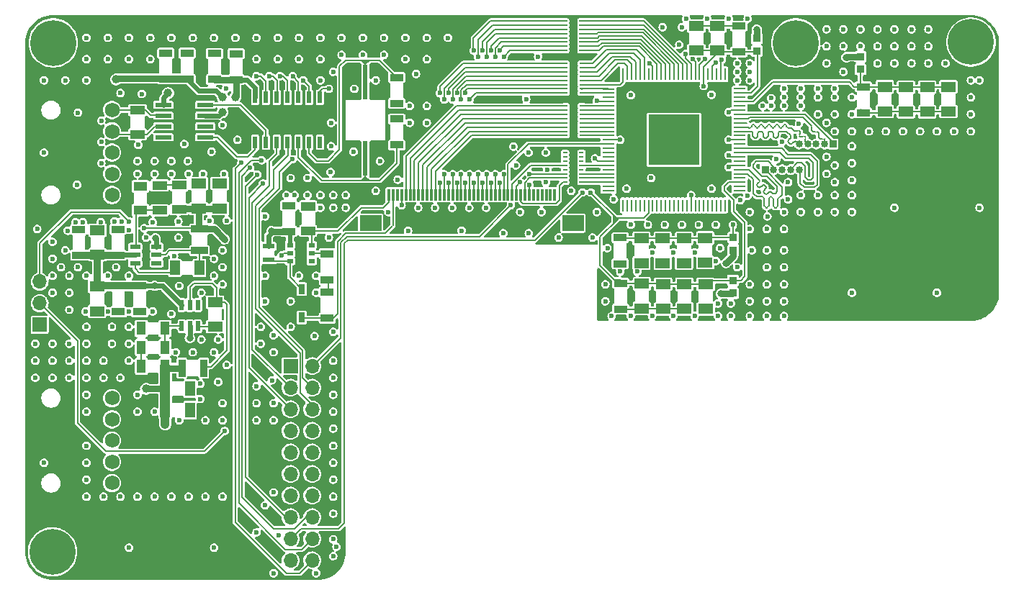
<source format=gtl>
%TF.GenerationSoftware,KiCad,Pcbnew,8.0.8*%
%TF.CreationDate,2025-02-15T02:41:19-07:00*%
%TF.ProjectId,ECE Capstone PCB Design,45434520-4361-4707-9374-6f6e65205043,rev?*%
%TF.SameCoordinates,Original*%
%TF.FileFunction,Copper,L1,Top*%
%TF.FilePolarity,Positive*%
%FSLAX46Y46*%
G04 Gerber Fmt 4.6, Leading zero omitted, Abs format (unit mm)*
G04 Created by KiCad (PCBNEW 8.0.8) date 2025-02-15 02:41:19*
%MOMM*%
%LPD*%
G01*
G04 APERTURE LIST*
G04 Aperture macros list*
%AMRoundRect*
0 Rectangle with rounded corners*
0 $1 Rounding radius*
0 $2 $3 $4 $5 $6 $7 $8 $9 X,Y pos of 4 corners*
0 Add a 4 corners polygon primitive as box body*
4,1,4,$2,$3,$4,$5,$6,$7,$8,$9,$2,$3,0*
0 Add four circle primitives for the rounded corners*
1,1,$1+$1,$2,$3*
1,1,$1+$1,$4,$5*
1,1,$1+$1,$6,$7*
1,1,$1+$1,$8,$9*
0 Add four rect primitives between the rounded corners*
20,1,$1+$1,$2,$3,$4,$5,0*
20,1,$1+$1,$4,$5,$6,$7,0*
20,1,$1+$1,$6,$7,$8,$9,0*
20,1,$1+$1,$8,$9,$2,$3,0*%
G04 Aperture macros list end*
%TA.AperFunction,NonConductor*%
%ADD10C,0.200000*%
%TD*%
%TA.AperFunction,SMDPad,CuDef*%
%ADD11R,1.752600X1.168400*%
%TD*%
%TA.AperFunction,ComponentPad*%
%ADD12R,1.700000X1.700000*%
%TD*%
%TA.AperFunction,ComponentPad*%
%ADD13O,1.700000X1.700000*%
%TD*%
%TA.AperFunction,SMDPad,CuDef*%
%ADD14R,1.168400X1.803400*%
%TD*%
%TA.AperFunction,SMDPad,CuDef*%
%ADD15R,1.600000X0.855600*%
%TD*%
%TA.AperFunction,SMDPad,CuDef*%
%ADD16R,0.939800X0.965200*%
%TD*%
%TA.AperFunction,ComponentPad*%
%ADD17C,5.400000*%
%TD*%
%TA.AperFunction,SMDPad,CuDef*%
%ADD18R,1.803400X1.168400*%
%TD*%
%TA.AperFunction,SMDPad,CuDef*%
%ADD19R,0.584200X0.203200*%
%TD*%
%TA.AperFunction,ComponentPad*%
%ADD20R,0.850000X0.850000*%
%TD*%
%TA.AperFunction,ComponentPad*%
%ADD21O,0.850000X0.850000*%
%TD*%
%TA.AperFunction,SMDPad,CuDef*%
%ADD22R,1.981200X0.558800*%
%TD*%
%TA.AperFunction,ComponentPad*%
%ADD23C,1.752600*%
%TD*%
%TA.AperFunction,SMDPad,CuDef*%
%ADD24R,0.850900X2.006600*%
%TD*%
%TA.AperFunction,SMDPad,CuDef*%
%ADD25R,1.600200X1.117600*%
%TD*%
%TA.AperFunction,SMDPad,CuDef*%
%ADD26R,0.800001X0.549999*%
%TD*%
%TA.AperFunction,SMDPad,CuDef*%
%ADD27R,0.558800X1.397000*%
%TD*%
%TA.AperFunction,SMDPad,CuDef*%
%ADD28R,1.117600X1.600200*%
%TD*%
%TA.AperFunction,SMDPad,CuDef*%
%ADD29R,1.720000X1.050000*%
%TD*%
%TA.AperFunction,SMDPad,CuDef*%
%ADD30R,1.168400X1.752600*%
%TD*%
%TA.AperFunction,SMDPad,CuDef*%
%ADD31R,0.609600X4.114800*%
%TD*%
%TA.AperFunction,SMDPad,CuDef*%
%ADD32R,1.752600X1.016000*%
%TD*%
%TA.AperFunction,SMDPad,CuDef*%
%ADD33R,0.381000X1.346200*%
%TD*%
%TA.AperFunction,SMDPad,CuDef*%
%ADD34R,2.540000X1.854200*%
%TD*%
%TA.AperFunction,SMDPad,CuDef*%
%ADD35RoundRect,0.073750X0.551250X0.221250X-0.551250X0.221250X-0.551250X-0.221250X0.551250X-0.221250X0*%
%TD*%
%TA.AperFunction,SMDPad,CuDef*%
%ADD36R,2.006600X0.850900*%
%TD*%
%TA.AperFunction,SMDPad,CuDef*%
%ADD37R,1.447800X0.609600*%
%TD*%
%TA.AperFunction,SMDPad,CuDef*%
%ADD38RoundRect,0.073750X-0.221250X0.551250X-0.221250X-0.551250X0.221250X-0.551250X0.221250X0.551250X0*%
%TD*%
%TA.AperFunction,SMDPad,CuDef*%
%ADD39R,0.762000X1.219200*%
%TD*%
%TA.AperFunction,SMDPad,CuDef*%
%ADD40R,0.279400X1.473200*%
%TD*%
%TA.AperFunction,SMDPad,CuDef*%
%ADD41R,1.473200X0.279400*%
%TD*%
%TA.AperFunction,SMDPad,CuDef*%
%ADD42R,5.994400X5.994400*%
%TD*%
%TA.AperFunction,SMDPad,CuDef*%
%ADD43R,1.701800X1.016000*%
%TD*%
%TA.AperFunction,ViaPad*%
%ADD44C,0.600000*%
%TD*%
%TA.AperFunction,ViaPad*%
%ADD45C,0.800000*%
%TD*%
%TA.AperFunction,ViaPad*%
%ADD46C,1.000000*%
%TD*%
%TA.AperFunction,Conductor*%
%ADD47C,0.200000*%
%TD*%
%TA.AperFunction,Conductor*%
%ADD48C,1.168400*%
%TD*%
%TA.AperFunction,Conductor*%
%ADD49C,0.558800*%
%TD*%
%TA.AperFunction,Conductor*%
%ADD50C,0.750000*%
%TD*%
%TA.AperFunction,Conductor*%
%ADD51C,0.590000*%
%TD*%
%TA.AperFunction,Conductor*%
%ADD52C,0.549999*%
%TD*%
%TA.AperFunction,Conductor*%
%ADD53C,0.855600*%
%TD*%
%TA.AperFunction,Conductor*%
%ADD54C,0.600000*%
%TD*%
%TA.AperFunction,Conductor*%
%ADD55C,0.800000*%
%TD*%
%TA.AperFunction,Conductor*%
%ADD56C,1.000000*%
%TD*%
G04 APERTURE END LIST*
D10*
X170760000Y-68080000D02*
X170760000Y-68580000D01*
X170560000Y-68780000D01*
X170560000Y-67880000D01*
X170760000Y-68080000D01*
%TA.AperFunction,NonConductor*%
G36*
X170760000Y-68080000D02*
G01*
X170760000Y-68580000D01*
X170560000Y-68780000D01*
X170560000Y-67880000D01*
X170760000Y-68080000D01*
G37*
%TD.AperFunction*%
X141825279Y-63770051D02*
X140875279Y-63770051D01*
X141360000Y-63340051D01*
X141825279Y-63770051D01*
%TA.AperFunction,NonConductor*%
G36*
X141825279Y-63770051D02*
G01*
X140875279Y-63770051D01*
X141360000Y-63340051D01*
X141825279Y-63770051D01*
G37*
%TD.AperFunction*%
X170860000Y-68480000D02*
X170860000Y-68180000D01*
X171160000Y-68180000D01*
X170860000Y-68480000D01*
%TA.AperFunction,NonConductor*%
G36*
X170860000Y-68480000D02*
G01*
X170860000Y-68180000D01*
X171160000Y-68180000D01*
X170860000Y-68480000D01*
G37*
%TD.AperFunction*%
X141360000Y-50080000D02*
X140910000Y-49630000D01*
X141860000Y-49630000D01*
X141360000Y-50080000D01*
%TA.AperFunction,NonConductor*%
G36*
X141360000Y-50080000D02*
G01*
X140910000Y-49630000D01*
X141860000Y-49630000D01*
X141360000Y-50080000D01*
G37*
%TD.AperFunction*%
D11*
%TO.P,C36,1*%
%TO.N,N/C*%
X123666800Y-78084400D03*
%TO.P,C36,2*%
X123666800Y-80980000D03*
%TD*%
D12*
%TO.P,REF\u002A\u002A,1*%
%TO.N,N/C*%
X132560000Y-85620000D03*
D13*
%TO.P,REF\u002A\u002A,2*%
X135100000Y-85620000D03*
%TO.P,REF\u002A\u002A,3*%
X132560000Y-88160000D03*
%TO.P,REF\u002A\u002A,4*%
X135100000Y-88160000D03*
%TO.P,REF\u002A\u002A,5*%
X132560000Y-90700000D03*
%TO.P,REF\u002A\u002A,6*%
X135100000Y-90700000D03*
%TO.P,REF\u002A\u002A,7*%
X132560000Y-93240000D03*
%TO.P,REF\u002A\u002A,8*%
X135100000Y-93240000D03*
%TO.P,REF\u002A\u002A,9*%
X132560000Y-95780000D03*
%TO.P,REF\u002A\u002A,10*%
X135100000Y-95780000D03*
%TO.P,REF\u002A\u002A,11*%
X132560000Y-98320000D03*
%TO.P,REF\u002A\u002A,12*%
X135100000Y-98320000D03*
%TO.P,REF\u002A\u002A,13*%
X132560000Y-100860000D03*
%TO.P,REF\u002A\u002A,14*%
X135100000Y-100860000D03*
%TO.P,REF\u002A\u002A,15*%
X132560000Y-103400000D03*
%TO.P,REF\u002A\u002A,16*%
X135100000Y-103400000D03*
%TO.P,REF\u002A\u002A,17*%
X132560000Y-105940000D03*
%TO.P,REF\u002A\u002A,18*%
X135100000Y-105940000D03*
%TO.P,REF\u002A\u002A,19*%
X132560000Y-108480000D03*
%TO.P,REF\u002A\u002A,20*%
X135100000Y-108480000D03*
%TD*%
D14*
%TO.P,C31,1*%
%TO.N,N/C*%
X117813600Y-90780000D03*
%TO.P,C31,2*%
X120760000Y-90780000D03*
%TD*%
D15*
%TO.P,C38,1*%
%TO.N,N/C*%
X136860000Y-72380000D03*
%TO.P,C38,2*%
X136860000Y-75435602D03*
%TD*%
%TO.P,C6,1*%
%TO.N,N/C*%
X117890000Y-51837801D03*
%TO.P,C6,2*%
X117890000Y-48782199D03*
%TD*%
D11*
%TO.P,C19,1*%
%TO.N,N/C*%
X173810000Y-70584400D03*
%TO.P,C19,2*%
X173810000Y-73480000D03*
%TD*%
D15*
%TO.P,C3,1*%
%TO.N,N/C*%
X123612199Y-51882199D03*
%TO.P,C3,2*%
X123612199Y-48826597D03*
%TD*%
D16*
%TO.P,FB1,1,1*%
%TO.N,N/C*%
X184560000Y-77029300D03*
%TO.P,FB1,2,2*%
X184560000Y-75530700D03*
%TD*%
D11*
%TO.P,C20,1*%
%TO.N,N/C*%
X202412200Y-52732200D03*
%TO.P,C20,2*%
X202412200Y-55627800D03*
%TD*%
%TO.P,C15,1*%
%TO.N,N/C*%
X176310000Y-70584400D03*
%TO.P,C15,2*%
X176310000Y-73480000D03*
%TD*%
D15*
%TO.P,C39,1*%
%TO.N,N/C*%
X136860000Y-79963403D03*
%TO.P,C39,2*%
X136860000Y-76907801D03*
%TD*%
D11*
%TO.P,C8,1*%
%TO.N,N/C*%
X181310000Y-70532200D03*
%TO.P,C8,2*%
X181310000Y-73427800D03*
%TD*%
D17*
%TO.P,REF\u002A\u002A,1*%
%TO.N,N/C*%
X212560000Y-47480000D03*
%TD*%
D18*
%TO.P,C27,1*%
%TO.N,N/C*%
X124233200Y-64106800D03*
%TO.P,C27,2*%
X124233200Y-67053200D03*
%TD*%
D15*
%TO.P,C34,1*%
%TO.N,N/C*%
X112310000Y-79230000D03*
%TO.P,C34,2*%
X112310000Y-76174398D03*
%TD*%
D11*
%TO.P,C10,1*%
%TO.N,N/C*%
X178860000Y-75980000D03*
%TO.P,C10,2*%
X178860000Y-78875600D03*
%TD*%
D19*
%TO.P,R10,1*%
%TO.N,N/C*%
X166810000Y-53480000D03*
%TO.P,R10,2*%
X166810000Y-52980001D03*
%TO.P,R10,3*%
X166810000Y-52480002D03*
%TO.P,R10,4*%
X166810000Y-51980001D03*
%TO.P,R10,5*%
X166810000Y-51480001D03*
%TO.P,R10,6*%
X166810000Y-50980000D03*
%TO.P,R10,7*%
X166810000Y-50480001D03*
%TO.P,R10,8*%
X166810000Y-49980002D03*
%TO.P,R10,9*%
X164879600Y-49980002D03*
%TO.P,R10,10*%
X164879600Y-50480001D03*
%TO.P,R10,11*%
X164879600Y-50980000D03*
%TO.P,R10,12*%
X164879600Y-51480001D03*
%TO.P,R10,13*%
X164879600Y-51980001D03*
%TO.P,R10,14*%
X164879600Y-52480002D03*
%TO.P,R10,15*%
X164879600Y-52980001D03*
%TO.P,R10,16*%
X164879600Y-53480000D03*
%TD*%
D11*
%TO.P,C18,1*%
%TO.N,N/C*%
X173860000Y-75927800D03*
%TO.P,C18,2*%
X173860000Y-78823400D03*
%TD*%
D17*
%TO.P,REF\u002A\u002A,1*%
%TO.N,N/C*%
X104560000Y-107480000D03*
%TD*%
D20*
%TO.P,REF\u002A\u002A,1*%
%TO.N,N/C*%
X188360000Y-62480000D03*
D21*
%TO.P,REF\u002A\u002A,2*%
X189360000Y-62480000D03*
%TO.P,REF\u002A\u002A,3*%
X190360000Y-62480000D03*
%TO.P,REF\u002A\u002A,4*%
X191360000Y-62480000D03*
%TO.P,REF\u002A\u002A,5*%
X192360000Y-62480000D03*
%TD*%
D19*
%TO.P,R11,1*%
%TO.N,N/C*%
X166760000Y-48480000D03*
%TO.P,R11,2*%
X166760000Y-47980001D03*
%TO.P,R11,3*%
X166760000Y-47480002D03*
%TO.P,R11,4*%
X166760000Y-46980001D03*
%TO.P,R11,5*%
X166760000Y-46480001D03*
%TO.P,R11,6*%
X166760000Y-45980000D03*
%TO.P,R11,7*%
X166760000Y-45480001D03*
%TO.P,R11,8*%
X166760000Y-44980002D03*
%TO.P,R11,9*%
X164829600Y-44980002D03*
%TO.P,R11,10*%
X164829600Y-45480001D03*
%TO.P,R11,11*%
X164829600Y-45980000D03*
%TO.P,R11,12*%
X164829600Y-46480001D03*
%TO.P,R11,13*%
X164829600Y-46980001D03*
%TO.P,R11,14*%
X164829600Y-47480002D03*
%TO.P,R11,15*%
X164829600Y-47980001D03*
%TO.P,R11,16*%
X164829600Y-48480000D03*
%TD*%
D11*
%TO.P,C29,1*%
%TO.N,N/C*%
X109860000Y-69624300D03*
%TO.P,C29,2*%
X109860000Y-72519900D03*
%TD*%
D15*
%TO.P,C4,1*%
%TO.N,N/C*%
X126140000Y-51910000D03*
%TO.P,C4,2*%
X126140000Y-48854398D03*
%TD*%
D22*
%TO.P,U2,1,TXD*%
%TO.N,N/C*%
X122523800Y-58685000D03*
%TO.P,U2,2,VSS*%
X122523800Y-57415000D03*
%TO.P,U2,3,VDD*%
X122523800Y-56145000D03*
%TO.P,U2,4,RXD*%
X122523800Y-54875000D03*
%TO.P,U2,5,VIO*%
X117596200Y-54875000D03*
%TO.P,U2,6,CANL*%
X117596200Y-56145000D03*
%TO.P,U2,7,CANH*%
X117596200Y-57415000D03*
%TO.P,U2,8,STBY*%
X117596200Y-58685000D03*
%TD*%
D15*
%TO.P,C21,1*%
%TO.N,N/C*%
X185260000Y-48640002D03*
%TO.P,C21,2*%
X185260000Y-45584400D03*
%TD*%
D23*
%TO.P,J2,1,1*%
%TO.N,N/C*%
X111560000Y-99380000D03*
%TO.P,J2,2,2*%
X111560000Y-96880000D03*
%TO.P,J2,3,3*%
X111560000Y-94380000D03*
%TO.P,J2,4,4*%
X111560000Y-91880000D03*
%TO.P,J2,5,5*%
X111560000Y-89380000D03*
%TD*%
D24*
%TO.P,L2,1,1*%
%TO.N,N/C*%
X119783650Y-85840000D03*
%TO.P,L2,2,2*%
X122336350Y-85840000D03*
%TD*%
D25*
%TO.P,R4,1*%
%TO.N,N/C*%
X114900000Y-67246000D03*
%TO.P,R4,2*%
X114900000Y-64452000D03*
%TD*%
D15*
%TO.P,C26,1*%
%TO.N,N/C*%
X112260000Y-69514099D03*
%TO.P,C26,2*%
X112260000Y-72569701D03*
%TD*%
%TO.P,C37,1*%
%TO.N,N/C*%
X132360000Y-69763403D03*
%TO.P,C37,2*%
X132360000Y-66707801D03*
%TD*%
D26*
%TO.P,U6,1,VIN*%
%TO.N,N/C*%
X132484999Y-71357800D03*
%TO.P,U6,2,CTRL*%
X132484999Y-72307801D03*
%TO.P,U6,3,SW*%
X132484999Y-73257799D03*
%TO.P,U6,4,GND*%
X135034999Y-73257799D03*
%TO.P,U6,5,COMP*%
X135034999Y-72307801D03*
%TO.P,U6,6,FB*%
X135034999Y-71357800D03*
%TD*%
D27*
%TO.P,U1,1,TXCAN*%
%TO.N,N/C*%
X128390000Y-59280000D03*
%TO.P,U1,2,RXCAN*%
X129660000Y-59280000D03*
%TO.P,U1,3,CLKO/SOF*%
X130930000Y-59280000D03*
%TO.P,U1,4,\u002AINT*%
X132200000Y-59280000D03*
%TO.P,U1,5,OSC2*%
X133470000Y-59280000D03*
%TO.P,U1,6,OSC1*%
X134740000Y-59280000D03*
%TO.P,U1,7,VSS*%
X136010000Y-59280000D03*
%TO.P,U1,8,\u002AINT1/GPIO1*%
X136010000Y-53971400D03*
%TO.P,U1,9,\u002AINT0/GPIO0/XSTBY*%
X134740000Y-53971400D03*
%TO.P,U1,10,SCK*%
X133470000Y-53971400D03*
%TO.P,U1,11,SDI*%
X132200000Y-53971400D03*
%TO.P,U1,12,SDO*%
X130930000Y-53971400D03*
%TO.P,U1,13,NCS*%
X129660000Y-53971400D03*
%TO.P,U1,14,VDD*%
X128390000Y-53971400D03*
%TD*%
D16*
%TO.P,FB4,1,1*%
%TO.N,N/C*%
X187360000Y-47041402D03*
%TO.P,FB4,2,2*%
X187360000Y-48540002D03*
%TD*%
D11*
%TO.P,C9,1*%
%TO.N,N/C*%
X209912200Y-52732200D03*
%TO.P,C9,2*%
X209912200Y-55627800D03*
%TD*%
D23*
%TO.P,J1,1,1*%
%TO.N,N/C*%
X111560000Y-65480000D03*
%TO.P,J1,2,2*%
X111560000Y-62980000D03*
%TO.P,J1,3,3*%
X111560000Y-60480000D03*
%TO.P,J1,4,4*%
X111560000Y-57980000D03*
%TO.P,J1,5,5*%
X111560000Y-55480000D03*
%TD*%
D11*
%TO.P,C7,1*%
%TO.N,N/C*%
X181360000Y-75980000D03*
%TO.P,C7,2*%
X181360000Y-78875600D03*
%TD*%
D28*
%TO.P,R5,1*%
%TO.N,N/C*%
X117810800Y-85630000D03*
%TO.P,R5,2*%
X115016800Y-85630000D03*
%TD*%
D16*
%TO.P,FB,1,1*%
%TO.N,N/C*%
X199560000Y-49181400D03*
%TO.P,FB,2,2*%
X199560000Y-50680000D03*
%TD*%
D15*
%TO.P,C5,1*%
%TO.N,N/C*%
X120390000Y-51837801D03*
%TO.P,C5,2*%
X120390000Y-48782199D03*
%TD*%
D11*
%TO.P,C14,1*%
%TO.N,N/C*%
X176360000Y-75980000D03*
%TO.P,C14,2*%
X176360000Y-78875600D03*
%TD*%
D19*
%TO.P,R9,1*%
%TO.N,N/C*%
X166810000Y-58480000D03*
%TO.P,R9,2*%
X166810000Y-57980001D03*
%TO.P,R9,3*%
X166810000Y-57480002D03*
%TO.P,R9,4*%
X166810000Y-56980001D03*
%TO.P,R9,5*%
X166810000Y-56480001D03*
%TO.P,R9,6*%
X166810000Y-55980000D03*
%TO.P,R9,7*%
X166810000Y-55480001D03*
%TO.P,R9,8*%
X166810000Y-54980002D03*
%TO.P,R9,9*%
X164879600Y-54980002D03*
%TO.P,R9,10*%
X164879600Y-55480001D03*
%TO.P,R9,11*%
X164879600Y-55980000D03*
%TO.P,R9,12*%
X164879600Y-56480001D03*
%TO.P,R9,13*%
X164879600Y-56980001D03*
%TO.P,R9,14*%
X164879600Y-57480002D03*
%TO.P,R9,15*%
X164879600Y-57980001D03*
%TO.P,R9,16*%
X164879600Y-58480000D03*
%TD*%
D11*
%TO.P,C11,1*%
%TO.N,N/C*%
X178810000Y-70584400D03*
%TO.P,C11,2*%
X178810000Y-73480000D03*
%TD*%
D15*
%TO.P,C28,1*%
%TO.N,N/C*%
X107660000Y-69514099D03*
%TO.P,C28,2*%
X107660000Y-72569701D03*
%TD*%
D29*
%TO.P,R3,1*%
%TO.N,N/C*%
X117150000Y-67285200D03*
%TO.P,R3,2*%
X117150000Y-64365200D03*
%TD*%
D15*
%TO.P,C32,1*%
%TO.N,N/C*%
X114810000Y-79230000D03*
%TO.P,C32,2*%
X114810000Y-76174398D03*
%TD*%
%TO.P,C22,1*%
%TO.N,N/C*%
X171360000Y-75847799D03*
%TO.P,C22,2*%
X171360000Y-78903401D03*
%TD*%
D30*
%TO.P,C30,1*%
%TO.N,N/C*%
X121851400Y-74053200D03*
%TO.P,C30,2*%
X118955800Y-74053200D03*
%TD*%
D31*
%TO.P,8MHz,1,1*%
%TO.N,N/C*%
X141360000Y-61180000D03*
%TO.P,8MHz,2,2*%
X141360000Y-52188400D03*
%TD*%
D32*
%TO.P,R1,1*%
%TO.N,N/C*%
X114560000Y-55480000D03*
%TO.P,R1,2*%
X114560000Y-58324800D03*
%TD*%
D11*
%TO.P,C16,1*%
%TO.N,N/C*%
X204912200Y-52784400D03*
%TO.P,C16,2*%
X204912200Y-55680000D03*
%TD*%
D33*
%TO.P,J3,1,1*%
%TO.N,N/C*%
X144113398Y-65443100D03*
%TO.P,J3,2,2*%
X144613524Y-65443100D03*
%TO.P,J3,3,3*%
X145113650Y-65443100D03*
%TO.P,J3,4,4*%
X145613776Y-65443100D03*
%TO.P,J3,5,5*%
X146113902Y-65443100D03*
%TO.P,J3,6,6*%
X146614028Y-65443100D03*
%TO.P,J3,7,7*%
X147114154Y-65443100D03*
%TO.P,J3,8,8*%
X147614280Y-65443100D03*
%TO.P,J3,9,9*%
X148114406Y-65443100D03*
%TO.P,J3,10,10*%
X148614532Y-65443100D03*
%TO.P,J3,11,11*%
X149114658Y-65443100D03*
%TO.P,J3,12,12*%
X149614784Y-65443100D03*
%TO.P,J3,13,13*%
X150114910Y-65443100D03*
%TO.P,J3,14,14*%
X150615036Y-65443100D03*
%TO.P,J3,15,15*%
X151115162Y-65443100D03*
%TO.P,J3,16,16*%
X151615288Y-65443100D03*
%TO.P,J3,17,17*%
X152115414Y-65443100D03*
%TO.P,J3,18,18*%
X152615540Y-65443100D03*
%TO.P,J3,19,19*%
X153115666Y-65443100D03*
%TO.P,J3,20,20*%
X153615792Y-65443100D03*
%TO.P,J3,21,21*%
X154115918Y-65443100D03*
%TO.P,J3,22,22*%
X154616044Y-65443100D03*
%TO.P,J3,23,23*%
X155116170Y-65443100D03*
%TO.P,J3,24,24*%
X155616296Y-65443100D03*
%TO.P,J3,25,25*%
X156116422Y-65443100D03*
%TO.P,J3,26,26*%
X156616548Y-65443100D03*
%TO.P,J3,27,27*%
X157116674Y-65443100D03*
%TO.P,J3,28,28*%
X157616800Y-65443100D03*
%TO.P,J3,29,29*%
X158116926Y-65443100D03*
%TO.P,J3,30,30*%
X158617052Y-65443100D03*
%TO.P,J3,31,31*%
X159117178Y-65443100D03*
%TO.P,J3,32,32*%
X159617304Y-65443100D03*
%TO.P,J3,33,33*%
X160117430Y-65443100D03*
%TO.P,J3,34,34*%
X160617556Y-65443100D03*
%TO.P,J3,35,35*%
X161117682Y-65443100D03*
%TO.P,J3,36,36*%
X161617808Y-65443100D03*
%TO.P,J3,37,37*%
X162117934Y-65443100D03*
%TO.P,J3,38,38*%
X162618060Y-65443100D03*
%TO.P,J3,39,39*%
X163118186Y-65443100D03*
%TO.P,J3,40,40*%
X163618312Y-65443100D03*
D34*
%TO.P,J3,41*%
X141965856Y-68793101D03*
%TO.P,J3,42*%
X165765854Y-68793101D03*
%TD*%
D35*
%TO.P,U7,1,GND*%
%TO.N,N/C*%
X116806400Y-73491900D03*
%TO.P,U7,2,SW*%
X116806400Y-72541900D03*
%TO.P,U7,3,VIN*%
X116806400Y-71591900D03*
%TO.P,U7,4,VFB*%
X114296400Y-71591900D03*
%TO.P,U7,5,EN*%
X114296400Y-72541900D03*
%TO.P,U7,6,VBST*%
X114296400Y-73491900D03*
%TD*%
D15*
%TO.P,C23,1*%
%TO.N,N/C*%
X171310000Y-70504399D03*
%TO.P,C23,2*%
X171310000Y-73560001D03*
%TD*%
D19*
%TO.P,R12,1*%
%TO.N,N/C*%
X166760000Y-63980000D03*
%TO.P,R12,2*%
X166760000Y-63480001D03*
%TO.P,R12,3*%
X166760000Y-62980002D03*
%TO.P,R12,4*%
X166760000Y-62480001D03*
%TO.P,R12,5*%
X166760000Y-61980001D03*
%TO.P,R12,6*%
X166760000Y-61480000D03*
%TO.P,R12,7*%
X166760000Y-60980001D03*
%TO.P,R12,8*%
X166760000Y-60480002D03*
%TO.P,R12,9*%
X164829600Y-60480002D03*
%TO.P,R12,10*%
X164829600Y-60980001D03*
%TO.P,R12,11*%
X164829600Y-61480000D03*
%TO.P,R12,12*%
X164829600Y-61980001D03*
%TO.P,R12,13*%
X164829600Y-62480001D03*
%TO.P,R12,14*%
X164829600Y-62980002D03*
%TO.P,R12,15*%
X164829600Y-63480001D03*
%TO.P,R12,16*%
X164829600Y-63980000D03*
%TD*%
D36*
%TO.P,L1,1,1*%
%TO.N,N/C*%
X121851400Y-69476850D03*
%TO.P,L1,2,2*%
X121851400Y-72029550D03*
%TD*%
D32*
%TO.P,R2,1*%
%TO.N,N/C*%
X119450000Y-64325200D03*
%TO.P,R2,2*%
X119450000Y-67170000D03*
%TD*%
D28*
%TO.P,R7,1*%
%TO.N,N/C*%
X117807800Y-81170000D03*
%TO.P,R7,2*%
X115013800Y-81170000D03*
%TD*%
%TO.P,R6,1*%
%TO.N,N/C*%
X115016800Y-83410000D03*
%TO.P,R6,2*%
X117810800Y-83410000D03*
%TD*%
D16*
%TO.P,FB2,1,1*%
%TO.N,N/C*%
X184610000Y-71979300D03*
%TO.P,FB2,2,2*%
X184610000Y-70480700D03*
%TD*%
D14*
%TO.P,C33,1*%
%TO.N,N/C*%
X117813600Y-88280000D03*
%TO.P,C33,2*%
X120760000Y-88280000D03*
%TD*%
D17*
%TO.P,,1*%
%TO.N,N/C*%
X191960000Y-47580000D03*
%TD*%
D11*
%TO.P,C13,1*%
%TO.N,N/C*%
X180260000Y-48480000D03*
%TO.P,C13,2*%
X180260000Y-45584400D03*
%TD*%
D18*
%TO.P,C25,1*%
%TO.N,N/C*%
X121760000Y-64133600D03*
%TO.P,C25,2*%
X121760000Y-67080000D03*
%TD*%
D37*
%TO.P,L3,1,1*%
%TO.N,N/C*%
X129960000Y-73107901D03*
%TO.P,L3,2,2*%
X129960000Y-71507701D03*
%TD*%
D38*
%TO.P,U5,1,GND*%
%TO.N,N/C*%
X121659800Y-78410000D03*
%TO.P,U5,2,SW*%
X120709800Y-78410000D03*
%TO.P,U5,3,VIN*%
X119759800Y-78410000D03*
%TO.P,U5,4,VFB*%
X119759800Y-80920000D03*
%TO.P,U5,5,EN*%
X120709800Y-80920000D03*
%TO.P,U5,6,VBST*%
X121659800Y-80920000D03*
%TD*%
D11*
%TO.P,C12,1*%
%TO.N,N/C*%
X207412200Y-52784400D03*
%TO.P,C12,2*%
X207412200Y-55680000D03*
%TD*%
D15*
%TO.P,C2,1*%
%TO.N,N/C*%
X145020000Y-54687801D03*
%TO.P,C2,2*%
X145020000Y-51632199D03*
%TD*%
D11*
%TO.P,C17,1*%
%TO.N,N/C*%
X182760000Y-48480000D03*
%TO.P,C17,2*%
X182760000Y-45584400D03*
%TD*%
D15*
%TO.P,C24,1*%
%TO.N,N/C*%
X199912200Y-52732200D03*
%TO.P,C24,2*%
X199912200Y-55787802D03*
%TD*%
%TO.P,C1,1*%
%TO.N,N/C*%
X145050000Y-56532199D03*
%TO.P,C1,2*%
X145050000Y-59587801D03*
%TD*%
D39*
%TO.P,D1,1,CATHODE*%
%TO.N,N/C*%
X133860000Y-79884201D03*
%TO.P,D1,2,ANODE*%
X133860000Y-76531401D03*
%TD*%
D40*
%TO.P,U3,1,DFO*%
%TO.N,N/C*%
X183638400Y-51258400D03*
%TO.P,U3,2,~PD*%
X183138400Y-51258400D03*
%TO.P,U3,3,ST*%
X182642200Y-51258400D03*
%TO.P,U3,4,PIXS*%
X182134200Y-51258400D03*
%TO.P,U3,5,GND*%
X181638400Y-51258400D03*
%TO.P,U3,6,DVDD_3*%
X181138400Y-51258400D03*
%TO.P,U3,7,~STAG*%
X180635600Y-51258400D03*
%TO.P,U3,8,SCDT*%
X180138400Y-51258400D03*
%TO.P,U3,9,~PDO*%
X179638400Y-51258400D03*
%TO.P,U3,10,QE0*%
X179137000Y-51258400D03*
%TO.P,U3,11,QE1*%
X178629000Y-51258400D03*
%TO.P,U3,12,QE2*%
X178138400Y-51258400D03*
%TO.P,U3,13,QE3*%
X177638400Y-51258400D03*
%TO.P,U3,14,QE4*%
X177130400Y-51258400D03*
%TO.P,U3,15,QE5*%
X176638400Y-51258400D03*
%TO.P,U3,16,QE6*%
X176139800Y-51258400D03*
%TO.P,U3,17,QE7*%
X175631800Y-51258400D03*
%TO.P,U3,18,OVDD_5*%
X175138400Y-51258400D03*
%TO.P,U3,19,OGND_3*%
X174641200Y-51258400D03*
%TO.P,U3,20,QE8*%
X174133200Y-51258400D03*
%TO.P,U3,21,QE9*%
X173638400Y-51258400D03*
%TO.P,U3,22,QE10*%
X173142600Y-51258400D03*
%TO.P,U3,23,QE11*%
X172634600Y-51258400D03*
%TO.P,U3,24,QE12*%
X172126600Y-51258400D03*
%TO.P,U3,25,QE13*%
X171638400Y-51258400D03*
D41*
%TO.P,U3,26,QE14*%
X169916800Y-52985600D03*
%TO.P,U3,27,QE15*%
X169916800Y-53480000D03*
%TO.P,U3,28,OGND_5*%
X169916800Y-53976200D03*
%TO.P,U3,29,OVDD_3*%
X169916800Y-54484200D03*
%TO.P,U3,30,QE16*%
X169916800Y-54980000D03*
%TO.P,U3,31,QE17*%
X169916800Y-55474800D03*
%TO.P,U3,32,QE18*%
X169916800Y-55982800D03*
%TO.P,U3,33,QE19*%
X169916800Y-56490800D03*
%TO.P,U3,34,QE20*%
X169916800Y-56980000D03*
%TO.P,U3,35,QE21*%
X169916800Y-57481400D03*
%TO.P,U3,36,QE22*%
X169916800Y-57980000D03*
%TO.P,U3,37,QE23*%
X169916800Y-58480000D03*
%TO.P,U3,38,DVDD_2*%
X169916800Y-58980000D03*
%TO.P,U3,39,GND_2*%
X169916800Y-59480000D03*
%TO.P,U3,40,CTL1*%
X169916800Y-59980000D03*
%TO.P,U3,41,CTL2*%
X169916800Y-60478600D03*
%TO.P,U3,42,CTL3*%
X169916800Y-60980000D03*
%TO.P,U3,43,OVDD_2*%
X169916800Y-61480000D03*
%TO.P,U3,44,ODCK*%
X169916800Y-61977200D03*
%TO.P,U3,45,OGND*%
X169916800Y-62485200D03*
%TO.P,U3,46,DE*%
X169916800Y-62980000D03*
%TO.P,U3,47,VSYNC*%
X169916800Y-63475800D03*
%TO.P,U3,48,HSYNC*%
X169916800Y-63983800D03*
%TO.P,U3,49,QO0*%
X169916800Y-64480000D03*
%TO.P,U3,50,QO1*%
X169916800Y-64980000D03*
D40*
%TO.P,U3,51,QO2*%
X171644000Y-66701600D03*
%TO.P,U3,52,QO3*%
X172138400Y-66701600D03*
%TO.P,U3,53,QO4*%
X172634600Y-66701600D03*
%TO.P,U3,54,QO5*%
X173142600Y-66701600D03*
%TO.P,U3,55,QO6*%
X173638400Y-66701600D03*
%TO.P,U3,56,QO7*%
X174138400Y-66701600D03*
%TO.P,U3,57,OVDD_4*%
X174641200Y-66701600D03*
%TO.P,U3,58,OGND_2*%
X175138400Y-66701600D03*
%TO.P,U3,59,QO8*%
X175638400Y-66701600D03*
%TO.P,U3,60,QO9*%
X176139800Y-66701600D03*
%TO.P,U3,61,QO10*%
X176638400Y-66701600D03*
%TO.P,U3,62,QO11*%
X177138400Y-66701600D03*
%TO.P,U3,63,QO12*%
X177638400Y-66701600D03*
%TO.P,U3,64,QO13*%
X178138400Y-66701600D03*
%TO.P,U3,65,QO14*%
X178638400Y-66701600D03*
%TO.P,U3,66,QO15*%
X179137000Y-66701600D03*
%TO.P,U3,67,DVDD*%
X179638400Y-66701600D03*
%TO.P,U3,68,GND_3*%
X180138400Y-66701600D03*
%TO.P,U3,69,QO16*%
X180635600Y-66701600D03*
%TO.P,U3,70,QO17*%
X181138400Y-66701600D03*
%TO.P,U3,71,QO18*%
X181638400Y-66701600D03*
%TO.P,U3,72,QO19*%
X182134200Y-66701600D03*
%TO.P,U3,73,QO20*%
X182642200Y-66701600D03*
%TO.P,U3,74,QO21*%
X183150200Y-66701600D03*
%TO.P,U3,75,QO22*%
X183638400Y-66701600D03*
D41*
%TO.P,U3,76,OGND_4*%
X185360000Y-64980000D03*
%TO.P,U3,77,QO23*%
X185360000Y-64480000D03*
%TO.P,U3,78,OVDD*%
X185360000Y-63983800D03*
%TO.P,U3,79,AGND_2*%
X185360000Y-63475800D03*
%TO.P,U3,80,RX2+*%
X185360000Y-62980000D03*
%TO.P,U3,81,RX2-*%
X185360000Y-62480000D03*
%TO.P,U3,82,AVDD_2*%
X185360000Y-61977200D03*
%TO.P,U3,83,AGND*%
X185360000Y-61480000D03*
%TO.P,U3,84,AVDD*%
X185360000Y-60980000D03*
%TO.P,U3,85,RX1+*%
X185360000Y-60478600D03*
%TO.P,U3,86,RX1-*%
X185360000Y-59980000D03*
%TO.P,U3,87,AGND_5*%
X185360000Y-59480000D03*
%TO.P,U3,88,AVDD_3*%
X185360000Y-58980000D03*
%TO.P,U3,89,AGND_3*%
X185360000Y-58480000D03*
%TO.P,U3,90,RX0+*%
X185360000Y-57980000D03*
%TO.P,U3,91,RX0-*%
X185360000Y-57481400D03*
%TO.P,U3,92,AGND_4*%
X185360000Y-56980000D03*
%TO.P,U3,93,RXC+*%
X185360000Y-56480000D03*
%TO.P,U3,94,RXC-*%
X185360000Y-55982800D03*
%TO.P,U3,95,AVDD_4*%
X185360000Y-55480000D03*
%TO.P,U3,96,EXT_RES*%
X185360000Y-54980000D03*
%TO.P,U3,97,PVDD*%
X185360000Y-54484200D03*
%TO.P,U3,98,PGND*%
X185360000Y-53976200D03*
%TO.P,U3,99,RSVD*%
X185360000Y-53480000D03*
%TO.P,U3,100,OCK_INV*%
X185360000Y-52980000D03*
D42*
%TO.P,U3,101,EPAD*%
X177638400Y-58980000D03*
%TD*%
D17*
%TO.P,REF\u002A\u002A,1*%
%TO.N,N/C*%
X104660000Y-47580000D03*
%TD*%
D20*
%TO.P,REF\u002A\u002A,1*%
%TO.N,N/C*%
X196360000Y-59480000D03*
D21*
%TO.P,REF\u002A\u002A,2*%
X195360000Y-59480000D03*
%TO.P,REF\u002A\u002A,3*%
X194360000Y-59480000D03*
%TO.P,REF\u002A\u002A,4*%
X193360000Y-59480000D03*
%TO.P,REF\u002A\u002A,5*%
X192360000Y-59480000D03*
%TD*%
D43*
%TO.P,R8,1*%
%TO.N,N/C*%
X134634999Y-69705599D03*
%TO.P,R8,2*%
X134634999Y-66809999D03*
%TD*%
D11*
%TO.P,C35,1*%
%TO.N,N/C*%
X109810000Y-79149999D03*
%TO.P,C35,2*%
X109810000Y-76254399D03*
%TD*%
D12*
%TO.P,REF\u002A\u002A,1*%
%TO.N,N/C*%
X103060000Y-80755000D03*
D13*
%TO.P,REF\u002A\u002A,2*%
X103060000Y-78215000D03*
%TO.P,REF\u002A\u002A,3*%
X103060000Y-75675000D03*
%TD*%
D44*
%TO.N,*%
X106360000Y-69680000D03*
D45*
X187360000Y-45980000D03*
D44*
X128560000Y-89980000D03*
X123560000Y-46980000D03*
D46*
X115560000Y-88280000D03*
D44*
X190560000Y-69480000D03*
X125060000Y-68480000D03*
X124560000Y-89980000D03*
X106060000Y-51980000D03*
D45*
X130310000Y-69730000D03*
D44*
X208560000Y-76980000D03*
X173310000Y-74480000D03*
X113560000Y-84980000D03*
X166860000Y-65180000D03*
X152115414Y-64035414D03*
X201560000Y-49980000D03*
X182810000Y-78230000D03*
X171310000Y-74480000D03*
X134560000Y-65480000D03*
X197560000Y-45980000D03*
X186810000Y-71980000D03*
X137560000Y-66980000D03*
X108560000Y-74980000D03*
X189660000Y-61280000D03*
X104560000Y-74980000D03*
X192560000Y-67480000D03*
X184310000Y-78230000D03*
X138560000Y-48980000D03*
X124560000Y-57230000D03*
X113560000Y-46980000D03*
X129560000Y-74980000D03*
X189060000Y-54080000D03*
X186560000Y-77980000D03*
X180060000Y-72230000D03*
X157116674Y-64036674D03*
X104560000Y-84980000D03*
X195560000Y-45980000D03*
X151115162Y-64035162D03*
X159060000Y-61980000D03*
X116560000Y-100980000D03*
X188060000Y-54980000D03*
X150615036Y-63035036D03*
X168560000Y-67480000D03*
X147310000Y-51230000D03*
X191060000Y-63980000D03*
X136060000Y-46980000D03*
X172060000Y-64730000D03*
X127810000Y-62280000D03*
X123560000Y-106980000D03*
X126760000Y-61680000D03*
X157560000Y-69980000D03*
X153115666Y-53480000D03*
X204560000Y-57980000D03*
X112560000Y-86980000D03*
X108560000Y-49480000D03*
X144060000Y-67480000D03*
X184560000Y-68980000D03*
X113560000Y-49480000D03*
X156616548Y-49230000D03*
X184060000Y-55730000D03*
X178560000Y-68980000D03*
X137560000Y-84980000D03*
X113560000Y-74980000D03*
X124560000Y-71980000D03*
X185060000Y-49980000D03*
X200560000Y-57980000D03*
X198560000Y-57980000D03*
X184310000Y-79730000D03*
X108560000Y-90980000D03*
X196560000Y-65480000D03*
D46*
X117813600Y-92483600D03*
D44*
X119360000Y-70480000D03*
X139060000Y-66980000D03*
X156116422Y-48480000D03*
X124560000Y-100980000D03*
X194560000Y-65480000D03*
X137560000Y-88980000D03*
X137560000Y-86980000D03*
X151560000Y-66980000D03*
X108560000Y-100980000D03*
X184060000Y-60780000D03*
X212560000Y-57980000D03*
X153615792Y-54230000D03*
X130560000Y-83980000D03*
X110560000Y-100980000D03*
X131460000Y-72607801D03*
X190310000Y-59230000D03*
X181310000Y-49480000D03*
D45*
X183760000Y-73480000D03*
D44*
X116360000Y-68680000D03*
X130560000Y-89980000D03*
X177560000Y-72230000D03*
X180060000Y-79730000D03*
X171310000Y-58980000D03*
X177560000Y-79730000D03*
X195560000Y-62980000D03*
X137310000Y-59730000D03*
X186260000Y-65580000D03*
X165560000Y-64980000D03*
X182560000Y-73230000D03*
X108560000Y-88980000D03*
X185060000Y-51980000D03*
X137560000Y-50980000D03*
X182060000Y-64730000D03*
X126310000Y-58980000D03*
X121960000Y-87680000D03*
X209560000Y-49980000D03*
X162560000Y-60480000D03*
X151060000Y-46980000D03*
X190560000Y-53980000D03*
X118560000Y-46980000D03*
X176310000Y-45730000D03*
X154115918Y-48480000D03*
X148560000Y-54980000D03*
X124560000Y-75980000D03*
X188560000Y-79730000D03*
X179060000Y-44730000D03*
X114560000Y-61480000D03*
X148560000Y-49480000D03*
X132560000Y-80980000D03*
X194560000Y-67480000D03*
X201560000Y-47980000D03*
D46*
X124560000Y-53980000D03*
D44*
X212560000Y-53980000D03*
X103560000Y-51980000D03*
X154616044Y-63036044D03*
X201560000Y-45980000D03*
D45*
X120709800Y-82330200D03*
D44*
X135560000Y-109980000D03*
X137310000Y-56980000D03*
X172560000Y-79730000D03*
X145613776Y-66680000D03*
X157616800Y-49230000D03*
X154616044Y-49230000D03*
X160260000Y-54180000D03*
X194560000Y-52980000D03*
X128560000Y-105180000D03*
X190560000Y-77980000D03*
X153115666Y-64035666D03*
X108560000Y-51980000D03*
X183260000Y-49580000D03*
X137560000Y-65480000D03*
X123260000Y-60380000D03*
X132060000Y-65480000D03*
X195560000Y-47980000D03*
X137560000Y-98980000D03*
X140060000Y-52980000D03*
X138560000Y-46980000D03*
X212560000Y-51980000D03*
X198560000Y-61730000D03*
X134560000Y-63480000D03*
X136060000Y-66980000D03*
X152115414Y-53480000D03*
X155560000Y-66980000D03*
X186560000Y-51980000D03*
X137560000Y-90980000D03*
X135360000Y-82080000D03*
X137560000Y-81580000D03*
X169560000Y-77980000D03*
X180560000Y-68980000D03*
X162760000Y-62480000D03*
X150615036Y-54230000D03*
X190560000Y-54980000D03*
X190560000Y-71980000D03*
X169810000Y-71730000D03*
X110260000Y-68680000D03*
X129560000Y-67980000D03*
X128560000Y-51480000D03*
X124060000Y-82480000D03*
X155616296Y-63036296D03*
X154115918Y-64035918D03*
X116060000Y-49480000D03*
X153560000Y-66980000D03*
X124560000Y-73980000D03*
X108560000Y-86980000D03*
X132560000Y-63480000D03*
X111060000Y-46980000D03*
X198560000Y-53980000D03*
X128560000Y-49480000D03*
X137960000Y-106880000D03*
X149560000Y-66980000D03*
X155116170Y-48480000D03*
X199560000Y-45980000D03*
X150114910Y-64034910D03*
X135560000Y-74980000D03*
X130560000Y-81980000D03*
X203560000Y-66980000D03*
X198560000Y-65480000D03*
X191060000Y-65980000D03*
X137560000Y-94980000D03*
X188560000Y-69480000D03*
X102560000Y-84980000D03*
X155116170Y-64036170D03*
X153615792Y-63035792D03*
X129310000Y-64130000D03*
X130560000Y-109980000D03*
X136060000Y-65480000D03*
X131310000Y-51480000D03*
X142560000Y-64980000D03*
X184060000Y-62180000D03*
X122060000Y-82480000D03*
X133560000Y-49480000D03*
X213560000Y-51980000D03*
X113560000Y-82980000D03*
X146060000Y-46980000D03*
X122060000Y-76980000D03*
X186560000Y-67480000D03*
X182560000Y-49880000D03*
X123060000Y-68480000D03*
X143560000Y-46980000D03*
X136060000Y-49480000D03*
X123560000Y-72980000D03*
X151615288Y-63035288D03*
X102760000Y-69480000D03*
X114560000Y-88980000D03*
X184060000Y-58980000D03*
X196560000Y-57980000D03*
X160560000Y-60480000D03*
X111860000Y-68580000D03*
X107260000Y-68680000D03*
X104560000Y-72980000D03*
X185460000Y-66080000D03*
D45*
X116660000Y-70580000D03*
D44*
X192560000Y-54980000D03*
D46*
X126060000Y-53980000D03*
D44*
X104560000Y-70980000D03*
X190560000Y-52980000D03*
X124560000Y-91980000D03*
X122560000Y-91980000D03*
X134060000Y-51980000D03*
X185060000Y-50980000D03*
X178560000Y-45730000D03*
D46*
X112060000Y-51880000D03*
D44*
X132760000Y-61280000D03*
X141060000Y-48980000D03*
X116560000Y-61480000D03*
X120560000Y-100980000D03*
X114560000Y-100980000D03*
X118560000Y-100980000D03*
X110560000Y-86980000D03*
X110560000Y-84980000D03*
X190560000Y-75980000D03*
X106560000Y-82980000D03*
X118560000Y-79480000D03*
X179638400Y-65480000D03*
X186560000Y-50980000D03*
X104560000Y-82980000D03*
X195560000Y-56980000D03*
X155616296Y-49230000D03*
X121060000Y-46980000D03*
X186560000Y-49980000D03*
X174960000Y-63480000D03*
X124820000Y-93240000D03*
X139060000Y-65480000D03*
X119060000Y-83980000D03*
X111060000Y-49480000D03*
X131060000Y-49480000D03*
X186560000Y-69480000D03*
X121960000Y-89480000D03*
X189060000Y-54980000D03*
X208560000Y-57980000D03*
X107560000Y-73980000D03*
X181138400Y-52651600D03*
X102560000Y-82980000D03*
X115060000Y-53580000D03*
X120060000Y-59480000D03*
X174760000Y-49980000D03*
X192560000Y-65480000D03*
X114560000Y-62980000D03*
X148560000Y-46980000D03*
X158460000Y-66680000D03*
X119460000Y-76180000D03*
X106560000Y-74980000D03*
X156616548Y-63036548D03*
X129560000Y-77980000D03*
X123560000Y-83980000D03*
X195560000Y-60980000D03*
X124060000Y-87480000D03*
D45*
X183160000Y-77080000D03*
D44*
X159560000Y-63980000D03*
X183060000Y-71730000D03*
X133060000Y-65480000D03*
X168360000Y-61180000D03*
X123560000Y-74980000D03*
X192560000Y-52980000D03*
X158760000Y-59780000D03*
X128560000Y-91980000D03*
X114660000Y-59580000D03*
X141060000Y-46980000D03*
X182060000Y-53680000D03*
X178960000Y-48880000D03*
X106560000Y-84980000D03*
X146060000Y-49480000D03*
X129560000Y-101980000D03*
X150114910Y-53480000D03*
X178260000Y-47780000D03*
X137260000Y-62780000D03*
X137560000Y-102980000D03*
X206560000Y-57980000D03*
X152615540Y-54230000D03*
X151115162Y-53480000D03*
X129060000Y-80980000D03*
X137060000Y-70480000D03*
X111060000Y-74980000D03*
X128660000Y-63080000D03*
X196560000Y-67480000D03*
X188560000Y-77980000D03*
X108560000Y-84980000D03*
X213560000Y-66980000D03*
X182560000Y-68980000D03*
X198560000Y-67480000D03*
X168060000Y-70480000D03*
X176560000Y-68980000D03*
X122260000Y-62980000D03*
X132810000Y-51480000D03*
X146560000Y-56980000D03*
X192330000Y-57060000D03*
X118860000Y-72680000D03*
X133560000Y-46980000D03*
X143060000Y-61480000D03*
X115560000Y-70480000D03*
X137560000Y-107980000D03*
X136060000Y-51980000D03*
X108560000Y-46980000D03*
X159560000Y-67480000D03*
X113560000Y-106980000D03*
X175060000Y-72230000D03*
X152660000Y-69680000D03*
X106560000Y-78980000D03*
X186560000Y-75980000D03*
X169560000Y-75980000D03*
X146360000Y-69680000D03*
X179810000Y-49480000D03*
X143560000Y-48980000D03*
X128560000Y-46980000D03*
X114560000Y-90980000D03*
X135560000Y-76980000D03*
X116560000Y-90980000D03*
X160660000Y-64280000D03*
D46*
X118160000Y-53480000D03*
D44*
X108560000Y-80980000D03*
X128560000Y-87980000D03*
X175060000Y-79730000D03*
X181560000Y-44730000D03*
X205560000Y-45980000D03*
X194560000Y-53980000D03*
X198560000Y-59730000D03*
X160560000Y-69980000D03*
X186560000Y-79730000D03*
X190560000Y-73980000D03*
X188560000Y-73980000D03*
X112560000Y-100980000D03*
X137560000Y-105980000D03*
X126060000Y-46980000D03*
X125060000Y-85480000D03*
X174560000Y-68980000D03*
X133560000Y-74980000D03*
X139960000Y-60380000D03*
X198560000Y-76980000D03*
X108560000Y-94980000D03*
X108460000Y-79180000D03*
X182810000Y-79730000D03*
X168560000Y-54380000D03*
X156116422Y-64036422D03*
X112560000Y-53480000D03*
X157616800Y-63036800D03*
X104560000Y-76980000D03*
X157116674Y-48480000D03*
X152615540Y-63035540D03*
X196560000Y-52980000D03*
X112060000Y-73980000D03*
X184060000Y-44730000D03*
X111060000Y-79180000D03*
X207560000Y-45980000D03*
X107460000Y-64280000D03*
X104560000Y-86980000D03*
X161660000Y-49180000D03*
X110310000Y-59230000D03*
X167860000Y-65180000D03*
X170560000Y-65980000D03*
X110310000Y-61730000D03*
X203560000Y-49980000D03*
X198560000Y-63730000D03*
X148560000Y-56980000D03*
X108560000Y-82980000D03*
X164060000Y-70480000D03*
X111560000Y-82980000D03*
X110310000Y-56730000D03*
X185060000Y-73980000D03*
X137560000Y-96980000D03*
X147560000Y-66980000D03*
X197560000Y-50980000D03*
X106060000Y-71980000D03*
X120460000Y-61480000D03*
X103560000Y-96980000D03*
X207560000Y-49980000D03*
X203560000Y-47980000D03*
X195560000Y-49980000D03*
X130360000Y-87280000D03*
X113560000Y-68580000D03*
X103560000Y-60480000D03*
X119460000Y-91980000D03*
X130560000Y-100480000D03*
X137560000Y-100980000D03*
X116560000Y-62980000D03*
X122560000Y-100980000D03*
X197560000Y-47980000D03*
X105560000Y-73980000D03*
X186310000Y-44730000D03*
X137560000Y-92980000D03*
X190560000Y-79730000D03*
X108160000Y-68680000D03*
X130560000Y-91980000D03*
X194560000Y-55980000D03*
X119360000Y-68580000D03*
X190560000Y-67480000D03*
D45*
X116560000Y-76174398D03*
D44*
X131060000Y-46980000D03*
X129160000Y-61380000D03*
X121060000Y-83980000D03*
X145160000Y-63680000D03*
X199560000Y-47980000D03*
X146560000Y-54980000D03*
D46*
X124560000Y-55730000D03*
D44*
X196560000Y-63980000D03*
X172560000Y-68980000D03*
X196560000Y-55980000D03*
D45*
X124810000Y-70680000D03*
D44*
X196560000Y-53980000D03*
X188610000Y-67990000D03*
X118560000Y-61480000D03*
X113560000Y-79180000D03*
X170310000Y-79730000D03*
X106560000Y-76980000D03*
X203560000Y-45980000D03*
X108560000Y-96980000D03*
X113560000Y-69580000D03*
X196560000Y-61980000D03*
D45*
X197910000Y-49280000D03*
D44*
X142560000Y-51980000D03*
X111560000Y-80980000D03*
X116360000Y-79180000D03*
X124960000Y-52980000D03*
X102560000Y-86980000D03*
X113560000Y-80980000D03*
X118560000Y-62980000D03*
X198560000Y-55980000D03*
X202560000Y-57980000D03*
X112660000Y-68580000D03*
X132560000Y-77980000D03*
X115360000Y-69380000D03*
X188560000Y-75980000D03*
X120560000Y-62980000D03*
X210560000Y-57980000D03*
X162060000Y-67480000D03*
X131160000Y-105480000D03*
X188560000Y-71980000D03*
X108560000Y-98980000D03*
X151615288Y-54230000D03*
X172560000Y-53730000D03*
X107560000Y-55780000D03*
X137060000Y-52980000D03*
X160660000Y-62980000D03*
X130060000Y-51480000D03*
X124760000Y-62980000D03*
X129060000Y-82980000D03*
X106560000Y-86980000D03*
X205560000Y-47980000D03*
X192560000Y-53980000D03*
X162560000Y-63980000D03*
X212560000Y-55980000D03*
X207560000Y-47980000D03*
X116060000Y-46980000D03*
X205560000Y-49980000D03*
%TD*%
D47*
%TO.N,*%
X183160000Y-51236800D02*
X183138400Y-51258400D01*
X154365792Y-53480000D02*
X153615792Y-54230000D01*
X156685000Y-46480000D02*
X164829599Y-46480000D01*
X164879600Y-51480001D02*
X153159999Y-51480001D01*
X186535000Y-56305000D02*
X186360000Y-56480000D01*
X118020800Y-85840000D02*
X117810800Y-85630000D01*
X193121700Y-59241700D02*
X193215000Y-59335000D01*
X190760000Y-61180000D02*
X193460000Y-61180000D01*
X128390000Y-60150000D02*
X127560000Y-60980000D01*
X126860000Y-101030000D02*
X130560000Y-104730000D01*
X186744000Y-57396000D02*
X186744000Y-57354000D01*
D48*
X117810800Y-85630000D02*
X117810800Y-88277200D01*
D47*
X192160000Y-61680000D02*
X191360000Y-62480000D01*
X138060000Y-79480000D02*
X138060000Y-70980000D01*
X151615288Y-53024712D02*
X151615288Y-54230000D01*
X189360000Y-62180000D02*
X188710000Y-61530000D01*
X118057800Y-80920000D02*
X117807800Y-81170000D01*
X194460000Y-61480000D02*
X194460000Y-64280000D01*
X136010000Y-53280000D02*
X136010000Y-53971400D01*
X170010000Y-48780000D02*
X168309999Y-50480001D01*
X187460000Y-52680000D02*
X187460000Y-48780000D01*
X187632145Y-63652145D02*
X187554364Y-63574364D01*
X164829600Y-44980002D02*
X156059998Y-44980002D01*
X187460000Y-48640002D02*
X187360000Y-48540002D01*
X138460000Y-71080000D02*
X138460000Y-82280000D01*
D49*
X124145000Y-56145000D02*
X124560000Y-55730000D01*
D47*
X116806400Y-72541900D02*
X116856400Y-72491900D01*
X185260000Y-48640002D02*
X182920002Y-48640002D01*
X164829600Y-63980000D02*
X164560000Y-63980000D01*
X199560000Y-50680000D02*
X199560000Y-52380000D01*
X116856400Y-72491900D02*
X117851400Y-72491900D01*
X179638400Y-50058400D02*
X179638400Y-51258400D01*
X153115666Y-53480000D02*
X153115666Y-53224334D01*
D50*
X112060000Y-51880000D02*
X112160000Y-51780000D01*
X184610000Y-72630000D02*
X184610000Y-71979300D01*
D47*
X168659999Y-46980001D02*
X166760000Y-46980001D01*
X204912200Y-52784400D02*
X202464400Y-52784400D01*
X186960000Y-61880000D02*
X186960000Y-62280000D01*
X141360000Y-61180000D02*
X141360000Y-63720000D01*
X148114406Y-61925594D02*
X148114406Y-65443100D01*
X166760001Y-61980000D02*
X166760000Y-61980001D01*
X188340000Y-58750000D02*
X188460000Y-58750000D01*
X185960000Y-68680000D02*
X185960000Y-75080000D01*
X186960000Y-63630000D02*
X186310000Y-62980000D01*
X150114910Y-65443100D02*
X150114910Y-64034910D01*
X119759800Y-80920000D02*
X118057800Y-80920000D01*
X164879600Y-56480001D02*
X152809999Y-56480001D01*
X168664200Y-54484200D02*
X169916800Y-54484200D01*
X135660000Y-61480000D02*
X136960000Y-61480000D01*
X192785000Y-56305000D02*
X186535000Y-56305000D01*
X172510000Y-49180000D02*
X170360000Y-49180000D01*
X153810000Y-58480000D02*
X149614784Y-62675216D01*
X103060000Y-71180000D02*
X103060000Y-75675000D01*
X128460000Y-66780000D02*
X128460000Y-78880000D01*
X174060000Y-45480000D02*
X166760001Y-45480000D01*
X184060000Y-62180000D02*
X184060000Y-61980000D01*
X126860000Y-63230000D02*
X126860000Y-101030000D01*
X145050000Y-61710000D02*
X142990000Y-63770000D01*
X184060000Y-60780000D02*
X184260000Y-60980000D01*
X132200000Y-59280000D02*
X132260000Y-59340000D01*
X166812800Y-55982800D02*
X166810000Y-55980000D01*
X192080840Y-57940625D02*
X192110537Y-57910925D01*
D51*
X116560000Y-76174398D02*
X117524198Y-76174398D01*
D47*
X184660000Y-66080000D02*
X184660000Y-67380000D01*
X130060000Y-51480000D02*
X130460000Y-51480000D01*
X169916800Y-63475800D02*
X166764201Y-63475800D01*
X114296400Y-73491900D02*
X114296400Y-74136900D01*
X193062800Y-55982800D02*
X196360000Y-59280000D01*
D49*
X122523800Y-56145000D02*
X124145000Y-56145000D01*
D47*
X188700000Y-58510000D02*
X188700000Y-58220000D01*
X157616800Y-65443100D02*
X157616800Y-63036800D01*
X110860000Y-95630000D02*
X107510000Y-92280000D01*
X114900000Y-67246000D02*
X114360000Y-67786000D01*
D50*
X121760000Y-69385450D02*
X121760000Y-67080000D01*
D47*
X152059998Y-54980002D02*
X146113902Y-60926098D01*
X185360000Y-55480000D02*
X184310000Y-55480000D01*
X163760000Y-66480000D02*
X159860000Y-66480000D01*
X153309998Y-57480002D02*
X148614532Y-62175468D01*
X188219045Y-64932009D02*
X188409962Y-64741089D01*
X160510000Y-59480000D02*
X169916800Y-59480000D01*
X133600000Y-109980000D02*
X135100000Y-108480000D01*
X177130400Y-51258400D02*
X177130400Y-50050400D01*
X115016800Y-83410000D02*
X115016800Y-85630000D01*
D50*
X112160000Y-51780000D02*
X120332199Y-51780000D01*
D47*
X172634600Y-50054600D02*
X172160000Y-49580000D01*
X173638400Y-51258400D02*
X173638400Y-49558400D01*
X171309998Y-52480002D02*
X171638400Y-52151600D01*
X189760000Y-64480000D02*
X189760000Y-65080000D01*
X184560000Y-68980000D02*
X184560000Y-70430700D01*
X190424000Y-57396000D02*
X190424000Y-57354000D01*
X143460000Y-66980000D02*
X140860000Y-66980000D01*
X109890001Y-76174398D02*
X109810000Y-76254399D01*
X189360000Y-62480000D02*
X189360000Y-62180000D01*
X187441227Y-64154191D02*
X187632144Y-63963271D01*
X141360000Y-52188400D02*
X141360000Y-50380000D01*
X193818505Y-57338505D02*
X193662942Y-57182942D01*
X134634999Y-69705599D02*
X135585599Y-69705599D01*
X153059999Y-56980001D02*
X148114406Y-61925594D01*
X121672550Y-69298000D02*
X121851400Y-69476850D01*
X168560000Y-46480000D02*
X166760001Y-46480000D01*
X183560000Y-64980000D02*
X184660000Y-66080000D01*
D51*
X114296400Y-72541900D02*
X111933601Y-72541900D01*
D47*
X151615288Y-65443100D02*
X151615288Y-63035288D01*
X131260000Y-62780000D02*
X131260000Y-64680000D01*
X154060000Y-46980000D02*
X154060000Y-48424082D01*
X185260000Y-48640002D02*
X187260000Y-48640002D01*
X189688000Y-57170000D02*
X189780000Y-57170000D01*
X174641200Y-67589400D02*
X174641200Y-66701600D01*
X137060000Y-52980000D02*
X136310000Y-52980000D01*
X163060001Y-47980001D02*
X163060000Y-47980000D01*
X150615036Y-65443100D02*
X150615036Y-63035036D01*
X137576597Y-79963403D02*
X138060000Y-79480000D01*
X189636000Y-66980000D02*
X189530000Y-66980000D01*
X114795800Y-67260900D02*
X117074300Y-67260900D01*
X158617052Y-64172948D02*
X160809999Y-61980001D01*
X184560000Y-75530700D02*
X184506300Y-75584400D01*
X127260000Y-98680000D02*
X131980000Y-103400000D01*
X127660000Y-65780000D02*
X127660000Y-85800000D01*
X186960000Y-62280000D02*
X187960000Y-63280000D01*
X141360000Y-50080000D02*
X141360000Y-52188400D01*
X189228000Y-57580000D02*
X189320000Y-57580000D01*
X132200000Y-52020000D02*
X132200000Y-53971400D01*
X153115666Y-53224334D02*
X153360000Y-52980000D01*
X136960000Y-61480000D02*
X138310000Y-60130000D01*
X166760000Y-63480001D02*
X166759999Y-63480000D01*
X193021291Y-58561464D02*
X193086344Y-58626517D01*
X166810001Y-51480000D02*
X166810000Y-51480001D01*
X188046000Y-65680000D02*
X187940000Y-65680000D01*
X188560000Y-63280000D02*
X189760000Y-64480000D01*
X186358600Y-57481400D02*
X186360000Y-57480000D01*
X123666800Y-80980000D02*
X121719800Y-80980000D01*
X141360000Y-50080000D02*
X141810000Y-49630000D01*
X119450000Y-64325200D02*
X117190000Y-64325200D01*
X183260000Y-49580000D02*
X183160000Y-49680000D01*
X168860000Y-46780000D02*
X168659999Y-46980001D01*
X168960000Y-47180000D02*
X168659998Y-47480002D01*
X153160000Y-51980000D02*
X164879599Y-51980000D01*
X143017801Y-49630000D02*
X145020000Y-51632199D01*
X154616044Y-47173956D02*
X156310000Y-45480000D01*
X194160000Y-64580000D02*
X192960000Y-64580000D01*
X146110000Y-65439198D02*
X146113902Y-65443100D01*
X169916800Y-55982800D02*
X166812800Y-55982800D01*
X184560000Y-70430700D02*
X184610000Y-70480700D01*
X130560000Y-64680000D02*
X128460000Y-66780000D01*
X166810000Y-52980001D02*
X169911201Y-52980001D01*
X152860000Y-49980000D02*
X164879598Y-49980000D01*
X160110000Y-65435670D02*
X160117430Y-65443100D01*
X176638400Y-50058400D02*
X173760000Y-47180000D01*
X173210000Y-48380000D02*
X169660000Y-48380000D01*
X152809999Y-56480001D02*
X147610000Y-61680000D01*
X116060000Y-56080000D02*
X117531200Y-56080000D01*
X164879600Y-55480001D02*
X152303749Y-55480001D01*
X147114154Y-61425846D02*
X147114154Y-65443100D01*
X142990000Y-63770000D02*
X141410000Y-63770000D01*
X178629000Y-51258400D02*
X178629000Y-50049000D01*
X192460000Y-64080000D02*
X192460000Y-62580000D01*
X173638400Y-49558400D02*
X172860000Y-48780000D01*
X115360000Y-69380000D02*
X121754550Y-69380000D01*
X189848000Y-65892000D02*
X189848000Y-66768000D01*
X158116926Y-65443100D02*
X158116926Y-61873074D01*
D52*
X132484999Y-71357800D02*
X132484999Y-69888402D01*
D47*
X151115162Y-53480000D02*
X151115162Y-52924838D01*
X130109898Y-73257799D02*
X129960000Y-73107901D01*
X131660000Y-51480000D02*
X132200000Y-52020000D01*
X185360000Y-61977200D02*
X184262800Y-61977200D01*
X155616296Y-47548704D02*
X156685000Y-46480000D01*
D49*
X123810000Y-53230000D02*
X121782199Y-53230000D01*
D47*
X154616044Y-49230000D02*
X154616044Y-47173956D01*
X123166800Y-85680000D02*
X122043150Y-85680000D01*
X132760000Y-61280000D02*
X131260000Y-62780000D01*
X128060000Y-83660000D02*
X132560000Y-88160000D01*
X168060000Y-49980000D02*
X166810002Y-49980000D01*
X131960000Y-107180000D02*
X126460000Y-101680000D01*
X187310000Y-61530000D02*
X186960000Y-61880000D01*
X188584000Y-57396000D02*
X188584000Y-57354000D01*
X161260000Y-70780000D02*
X139260000Y-70780000D01*
X168560000Y-54380000D02*
X168664200Y-54484200D01*
X209912200Y-52732200D02*
X207464400Y-52732200D01*
X184660000Y-67380000D02*
X185960000Y-68680000D01*
X167860000Y-65180000D02*
X170860000Y-68180000D01*
X130930000Y-59280000D02*
X130930000Y-60610000D01*
X185360000Y-63983800D02*
X184056200Y-63983800D01*
X185360000Y-53480000D02*
X186660000Y-53480000D01*
X156560000Y-45980000D02*
X164829600Y-45980000D01*
X172126600Y-51258400D02*
X172126600Y-50296600D01*
X128860000Y-67080000D02*
X128860000Y-78680000D01*
X138210000Y-104730000D02*
X133770000Y-104730000D01*
X111560000Y-62980000D02*
X112360000Y-62980000D01*
X126460000Y-101680000D02*
X126460000Y-62880000D01*
X186960000Y-65280000D02*
X186960000Y-63630000D01*
X185360000Y-60478600D02*
X190058600Y-60478600D01*
X138310000Y-50330000D02*
X139010000Y-49630000D01*
X152115414Y-53480000D02*
X152115414Y-53024586D01*
D50*
X197910000Y-49280000D02*
X198008600Y-49181400D01*
D47*
X106760000Y-67480000D02*
X103060000Y-71180000D01*
X114751400Y-74591900D02*
X118417100Y-74591900D01*
X114615200Y-58380000D02*
X115660000Y-58380000D01*
X126060000Y-62380000D02*
X126060000Y-103980000D01*
X153559999Y-57980001D02*
X149114658Y-62425342D01*
X150114910Y-52725090D02*
X152860000Y-49980000D01*
X138860000Y-71180000D02*
X138860000Y-104080000D01*
X189044000Y-57354000D02*
X189044000Y-57396000D01*
X129660000Y-52080000D02*
X129660000Y-53971400D01*
X163060001Y-46980001D02*
X163060000Y-46980000D01*
X132484999Y-75156400D02*
X132484999Y-73257799D01*
X153259998Y-52480002D02*
X152615540Y-53124460D01*
X119759800Y-80920000D02*
X119499800Y-81180000D01*
X164879600Y-57980001D02*
X153559999Y-57980001D01*
X155616296Y-65443100D02*
X155616296Y-63036296D01*
X143660000Y-69980000D02*
X144560000Y-69080000D01*
X164829598Y-47480000D02*
X157310000Y-47480000D01*
X188710000Y-61530000D02*
X187310000Y-61530000D01*
X189900000Y-58510000D02*
X189900000Y-58220000D01*
X164879599Y-51980000D02*
X164879600Y-51980001D01*
X130960000Y-53941400D02*
X130930000Y-53971400D01*
X133960000Y-87020000D02*
X135100000Y-88160000D01*
X181138400Y-51258400D02*
X181138400Y-50401600D01*
X158116926Y-61873074D02*
X160510000Y-59480000D01*
X172860000Y-48780000D02*
X170010000Y-48780000D01*
X164879600Y-54980002D02*
X152059998Y-54980002D01*
X204912200Y-55680000D02*
X207412200Y-55680000D01*
X191319619Y-58779030D02*
X191114558Y-58984090D01*
X187740000Y-57980000D02*
X187860000Y-57980000D01*
D50*
X120332199Y-51780000D02*
X120390000Y-51837801D01*
D47*
X193056645Y-59176646D02*
X193121700Y-59241700D01*
X156116422Y-48480000D02*
X156116422Y-47923578D01*
X192406107Y-58526108D02*
X192471162Y-58591162D01*
X193960000Y-61680000D02*
X193960000Y-63480000D01*
X185509300Y-75530700D02*
X184560000Y-75530700D01*
X168659998Y-47480002D02*
X166760000Y-47480002D01*
D49*
X128390000Y-53971400D02*
X128390000Y-52840000D01*
D47*
X190608000Y-57170000D02*
X190700000Y-57170000D01*
X166810002Y-54980000D02*
X166810000Y-54980002D01*
X164879600Y-57480002D02*
X153309998Y-57480002D01*
X187240000Y-63260000D02*
X186460000Y-62480000D01*
X171810000Y-49980000D02*
X171060000Y-49980000D01*
X175138400Y-50358400D02*
X174760000Y-49980000D01*
X169911599Y-55480001D02*
X169916800Y-55474800D01*
X154115918Y-65443100D02*
X154115918Y-64035918D01*
X169916800Y-53480000D02*
X166810000Y-53480000D01*
X181257800Y-70584400D02*
X178810000Y-70584400D01*
D49*
X117596200Y-54043800D02*
X118160000Y-53480000D01*
D47*
X181138400Y-50401600D02*
X182760000Y-48780000D01*
X114560000Y-55480000D02*
X111560000Y-55480000D01*
X189318000Y-66768000D02*
X189318000Y-65892000D01*
X207412200Y-55680000D02*
X209860000Y-55680000D01*
X170710000Y-49580000D02*
X168810000Y-51480000D01*
X111560000Y-60480000D02*
X112060000Y-60480000D01*
X123866800Y-77884400D02*
X123666800Y-78084400D01*
D53*
X114810000Y-76174398D02*
X112310000Y-76174398D01*
D51*
X116660000Y-70580000D02*
X116806400Y-70726400D01*
D47*
X188021054Y-64352181D02*
X187830136Y-64543100D01*
X199546596Y-55422198D02*
X199912200Y-55787802D01*
X171010000Y-68330000D02*
X168960000Y-70380000D01*
X173860000Y-46780000D02*
X168860000Y-46780000D01*
X121851400Y-73753200D02*
X122151400Y-74053200D01*
X125060000Y-78373200D02*
X125060000Y-83786800D01*
X128390000Y-59280000D02*
X128390000Y-60150000D01*
X191460000Y-62480000D02*
X191360000Y-62480000D01*
X164829600Y-47980001D02*
X163060001Y-47980001D01*
X126460000Y-62880000D02*
X127960000Y-61380000D01*
X169906001Y-56480001D02*
X169916800Y-56490800D01*
X119649800Y-80810000D02*
X119759800Y-80920000D01*
X190860000Y-57980000D02*
X191319619Y-58439619D01*
X184610000Y-70480700D02*
X184610000Y-70030700D01*
X160660000Y-64280000D02*
X160660000Y-65400656D01*
X117810800Y-88277200D02*
X117813600Y-88280000D01*
X164829600Y-45480001D02*
X164829599Y-45480000D01*
X194667034Y-58187034D02*
X194511471Y-58031471D01*
X116625000Y-57415000D02*
X117596200Y-57415000D01*
D50*
X126140000Y-53900000D02*
X126060000Y-53980000D01*
D47*
X114360000Y-71528300D02*
X114296400Y-71591900D01*
X152303749Y-55480001D02*
X146614028Y-61169722D01*
X166764201Y-63475800D02*
X166760000Y-63480001D01*
X149114658Y-62425342D02*
X149114658Y-65443100D01*
X198260000Y-52180000D02*
X198812200Y-52732200D01*
X190058600Y-60478600D02*
X190760000Y-61180000D01*
X169660000Y-48380000D02*
X168060000Y-49980000D01*
X166810001Y-57980000D02*
X166810000Y-57980001D01*
X169916800Y-54980000D02*
X166810002Y-54980000D01*
X183160000Y-49680000D02*
X183160000Y-51236800D01*
X169916800Y-58480000D02*
X166810000Y-58480000D01*
X111904800Y-58324800D02*
X111560000Y-57980000D01*
D51*
X116806400Y-70726400D02*
X116806400Y-71591900D01*
D47*
X135120000Y-85620000D02*
X135100000Y-85620000D01*
X127260000Y-64480000D02*
X127260000Y-98680000D01*
X138460000Y-82280000D02*
X135120000Y-85620000D01*
X178138400Y-50058400D02*
X174060000Y-45980000D01*
X176360000Y-75980000D02*
X178860000Y-75980000D01*
X164829600Y-62980002D02*
X160660002Y-62980002D01*
X130960000Y-51980000D02*
X130960000Y-53941400D01*
X178960000Y-49380000D02*
X179638400Y-50058400D01*
X123328796Y-52165602D02*
X123612199Y-51882199D01*
X185360000Y-56980000D02*
X186160000Y-56980000D01*
X185362800Y-55980000D02*
X185360000Y-55982800D01*
D48*
X117813600Y-88280000D02*
X117813600Y-90780000D01*
D47*
X185360000Y-54484200D02*
X186955800Y-54484200D01*
X107510000Y-82665000D02*
X103060000Y-78215000D01*
X114296400Y-74136900D02*
X114751400Y-74591900D01*
X133860000Y-76531401D02*
X132484999Y-75156400D01*
D50*
X119540000Y-67080000D02*
X121760000Y-67080000D01*
D47*
X131260000Y-64680000D02*
X128860000Y-67080000D01*
D51*
X116560000Y-76174398D02*
X114810000Y-76174398D01*
D47*
X192168147Y-59288147D02*
X192260000Y-59380000D01*
X173142600Y-51258400D02*
X173142600Y-49812600D01*
X183560000Y-64480000D02*
X183560000Y-64980000D01*
X169310000Y-47980000D02*
X168810000Y-48480000D01*
X179810000Y-49480000D02*
X180138400Y-49808400D01*
X164879598Y-49980000D02*
X164879600Y-49980002D01*
X182560000Y-49880000D02*
X182134200Y-50305800D01*
X181361500Y-70480700D02*
X184610000Y-70480700D01*
X173860000Y-75927800D02*
X176307800Y-75927800D01*
X164879600Y-52480002D02*
X153259998Y-52480002D01*
X112460000Y-67480000D02*
X106760000Y-67480000D01*
X125060000Y-83786800D02*
X123166800Y-85680000D01*
X154060000Y-48424082D02*
X154115918Y-48480000D01*
X192960000Y-64580000D02*
X192460000Y-64080000D01*
X151115162Y-52924838D02*
X153060000Y-50980000D01*
X193215000Y-59335000D02*
X193360000Y-59480000D01*
X127810000Y-62280000D02*
X126860000Y-63230000D01*
X168810000Y-51480000D02*
X166810001Y-51480000D01*
X129310000Y-64130000D02*
X127660000Y-65780000D01*
X185360000Y-59980000D02*
X190310000Y-59980000D01*
X189560000Y-65280000D02*
X189260000Y-65280000D01*
X121851400Y-69476850D02*
X121760000Y-69385450D01*
X169916800Y-62980000D02*
X166760002Y-62980000D01*
X130060000Y-61480000D02*
X130060000Y-64380000D01*
X147610000Y-61680000D02*
X147610000Y-65438820D01*
X121851400Y-72029550D02*
X121851400Y-73753200D01*
X132060000Y-109980000D02*
X133600000Y-109980000D01*
X176139800Y-51258400D02*
X176139800Y-50059800D01*
X188360000Y-62480000D02*
X188260000Y-62580000D01*
X182760000Y-45584400D02*
X180260000Y-45584400D01*
X187204000Y-57354000D02*
X187204000Y-57396000D01*
X157116674Y-65443100D02*
X157116674Y-64036674D01*
X133660000Y-88780000D02*
X135100000Y-90220000D01*
X171390001Y-70584400D02*
X171310000Y-70504399D01*
X115660000Y-58380000D02*
X116625000Y-57415000D01*
X138060000Y-70980000D02*
X139060000Y-69980000D01*
D51*
X120709800Y-80920000D02*
X120709800Y-82330200D01*
D47*
X187848000Y-57170000D02*
X187940000Y-57170000D01*
X144113398Y-65443100D02*
X144113398Y-66326602D01*
X169914000Y-61980000D02*
X166760001Y-61980000D01*
X193060000Y-63380000D02*
X193060000Y-62080000D01*
X177638400Y-50058400D02*
X173960000Y-46380000D01*
X193060000Y-62080000D02*
X192660000Y-61680000D01*
X133660000Y-84080000D02*
X133660000Y-88780000D01*
X121754550Y-69380000D02*
X121760000Y-69385450D01*
X193075577Y-56595577D02*
X192785000Y-56305000D01*
X135034999Y-72307801D02*
X136887801Y-72307801D01*
X144613524Y-69026476D02*
X144613524Y-65443100D01*
X133860000Y-107180000D02*
X131960000Y-107180000D01*
X176139800Y-50059800D02*
X173660000Y-47580000D01*
X186955800Y-54484200D02*
X189260000Y-52180000D01*
X136887801Y-72307801D02*
X136960000Y-72380000D01*
X196360000Y-59280000D02*
X196360000Y-59480000D01*
X139060000Y-69980000D02*
X143660000Y-69980000D01*
X187960000Y-63280000D02*
X188560000Y-63280000D01*
X115460000Y-55480000D02*
X116060000Y-56080000D01*
X123666800Y-78084400D02*
X124771200Y-78084400D01*
D53*
X112310000Y-76174398D02*
X109890001Y-76174398D01*
D47*
X174060000Y-45980000D02*
X166760000Y-45980000D01*
X179137000Y-51258400D02*
X179137000Y-50057000D01*
X117851400Y-72491900D02*
X118313750Y-72029550D01*
X170860000Y-68180000D02*
X171010000Y-68330000D01*
X128860000Y-78680000D02*
X133960000Y-83780000D01*
X117807800Y-83407000D02*
X117810800Y-83410000D01*
X139160000Y-70380000D02*
X138460000Y-71080000D01*
X156616548Y-49230000D02*
X156616548Y-48173452D01*
X186928000Y-57170000D02*
X187020000Y-57170000D01*
X190148000Y-57580000D02*
X190240000Y-57580000D01*
X193974069Y-58031471D02*
X193818505Y-57875907D01*
X190260000Y-57980000D02*
X190860000Y-57980000D01*
X188409963Y-64429963D02*
X188332182Y-64352182D01*
X114360000Y-67786000D02*
X114360000Y-71528300D01*
X178629000Y-50049000D02*
X174060000Y-45480000D01*
X112287801Y-72541900D02*
X112260000Y-72569701D01*
X188360000Y-62480000D02*
X188360000Y-62505000D01*
X188798872Y-65129999D02*
X188607954Y-65320918D01*
D50*
X126140000Y-51910000D02*
X126140000Y-53900000D01*
D47*
X158617052Y-64172948D02*
X158617052Y-65443100D01*
X113560000Y-68580000D02*
X112460000Y-67480000D01*
X134740000Y-59280000D02*
X134740000Y-60560000D01*
X152115414Y-53024586D02*
X153160000Y-51980000D01*
X133860000Y-79884201D02*
X133939202Y-79963403D01*
X157616800Y-49230000D02*
X158366800Y-48480000D01*
X171360000Y-78903401D02*
X173779999Y-78903401D01*
X163060000Y-46980001D02*
X163060001Y-46980001D01*
X123965000Y-58685000D02*
X122523800Y-58685000D01*
X173660000Y-47580000D02*
X169160000Y-47580000D01*
X166763800Y-63983800D02*
X166760000Y-63980000D01*
X181138400Y-51258400D02*
X181138400Y-52651600D01*
D50*
X198008600Y-49181400D02*
X199560000Y-49181400D01*
D47*
X132560000Y-88160000D02*
X132240000Y-88160000D01*
X169916800Y-61977200D02*
X169914000Y-61980000D01*
X193662942Y-57182942D02*
X193075577Y-56595577D01*
X188308000Y-57580000D02*
X188400000Y-57580000D01*
X171060000Y-49980000D02*
X169059999Y-51980001D01*
X164829600Y-47480002D02*
X164829598Y-47480000D01*
X169916800Y-58980000D02*
X171310000Y-58980000D01*
X182760000Y-48780000D02*
X182760000Y-48480000D01*
X191068000Y-57580000D02*
X191160000Y-57580000D01*
X128460000Y-78880000D02*
X133660000Y-84080000D01*
X152615540Y-65443100D02*
X152615540Y-63035540D01*
X164829599Y-45480000D02*
X156310000Y-45480000D01*
X172634600Y-51258400D02*
X172634600Y-50054600D01*
X170632199Y-75452199D02*
X171360000Y-75452199D01*
X168660000Y-46380000D02*
X168560000Y-46480000D01*
X160660002Y-62980002D02*
X160660000Y-62980000D01*
X188360000Y-62505000D02*
X190360000Y-64505000D01*
X128560000Y-51480000D02*
X129060000Y-51480000D01*
X132260000Y-60780000D02*
X130560000Y-62480000D01*
X130060000Y-64380000D02*
X128060000Y-66380000D01*
X184610700Y-75480000D02*
X184560000Y-75530700D01*
X186360000Y-57480000D02*
X186460000Y-57580000D01*
X184056200Y-63983800D02*
X183560000Y-64480000D01*
X153159999Y-51480001D02*
X151615288Y-53024712D01*
X191114558Y-59323502D02*
X191199410Y-59408354D01*
X159617304Y-66237304D02*
X159617304Y-65443100D01*
X187500000Y-58510000D02*
X187500000Y-58220000D01*
X187388000Y-57580000D02*
X187480000Y-57580000D01*
D50*
X132360000Y-69763403D02*
X130476597Y-69763403D01*
D47*
X140910000Y-49630000D02*
X141360000Y-50080000D01*
X169916800Y-63983800D02*
X166763800Y-63983800D01*
X157616674Y-47980000D02*
X157116674Y-48480000D01*
X190360000Y-64505000D02*
X190360000Y-65480000D01*
X164829600Y-46980001D02*
X163060000Y-46980001D01*
X138310000Y-60130000D02*
X138310000Y-50330000D01*
X169915402Y-57480002D02*
X169916800Y-57481400D01*
X114710000Y-76074398D02*
X114810000Y-76174398D01*
X188124000Y-57354000D02*
X188124000Y-57396000D01*
D53*
X109860000Y-72519900D02*
X109860000Y-76144397D01*
D47*
X160659999Y-63480001D02*
X160110000Y-64030000D01*
X117807800Y-81170000D02*
X117807800Y-83407000D01*
X155116170Y-65443100D02*
X155116170Y-64036170D01*
X136960000Y-75435602D02*
X136960000Y-76907801D01*
X174050600Y-68180000D02*
X174641200Y-67589400D01*
X150615036Y-52924964D02*
X150615036Y-54230000D01*
X202412200Y-52732200D02*
X199912200Y-52732200D01*
X190884000Y-57354000D02*
X190884000Y-57396000D01*
X133470000Y-52140000D02*
X132810000Y-51480000D01*
X185960000Y-75080000D02*
X185509300Y-75530700D01*
X186660000Y-53480000D02*
X187460000Y-52680000D01*
X164879600Y-55980000D02*
X152560000Y-55980000D01*
X164560000Y-63980000D02*
X164160000Y-64380000D01*
X182760000Y-48480000D02*
X180260000Y-48480000D01*
X175138400Y-51258400D02*
X175138400Y-50358400D01*
X109860000Y-76144397D02*
X109890001Y-76174398D01*
X171638400Y-52151600D02*
X171638400Y-51258400D01*
X123866800Y-76380000D02*
X123866800Y-77884400D01*
X179137000Y-50057000D02*
X174060000Y-44980000D01*
X190310000Y-59980000D02*
X191060000Y-60730000D01*
X169911201Y-52980001D02*
X169916800Y-52985600D01*
X157059999Y-46980001D02*
X163060000Y-46980001D01*
X144113398Y-66326602D02*
X143460000Y-66980000D01*
X152115414Y-65443100D02*
X152115414Y-64035414D01*
D51*
X117524198Y-76174398D02*
X119759800Y-78410000D01*
D49*
X128390000Y-52840000D02*
X127460000Y-51910000D01*
D50*
X121851400Y-69476850D02*
X123606850Y-69476850D01*
D47*
X124771200Y-78084400D02*
X125060000Y-78373200D01*
X119810000Y-78359800D02*
X119759800Y-78410000D01*
X133960000Y-83780000D02*
X133960000Y-87020000D01*
X192660000Y-61680000D02*
X192160000Y-61680000D01*
X120709800Y-78410000D02*
X120709800Y-76337000D01*
X169059999Y-51980001D02*
X166810000Y-51980001D01*
X146113902Y-60926098D02*
X146113902Y-65443100D01*
X192731378Y-58591163D02*
X192761075Y-58561463D01*
X168760000Y-47980000D02*
X166760001Y-47980000D01*
X181310000Y-49480000D02*
X180635600Y-50154400D01*
X185260000Y-45584400D02*
X182760000Y-45584400D01*
X133470000Y-61040000D02*
X133470000Y-59280000D01*
X189504000Y-57396000D02*
X189504000Y-57354000D01*
X189300000Y-58220000D02*
X189300000Y-58510000D01*
X164829600Y-63480001D02*
X160659999Y-63480001D01*
X133770000Y-104730000D02*
X132560000Y-105940000D01*
X132484999Y-73257799D02*
X130109898Y-73257799D01*
X159860000Y-66480000D02*
X159617304Y-66237304D01*
X176638400Y-51258400D02*
X176638400Y-50058400D01*
X199912200Y-55787802D02*
X202252198Y-55787802D01*
X155116170Y-47423830D02*
X156560000Y-45980000D01*
X128660000Y-63080000D02*
X127260000Y-64480000D01*
X155116170Y-48480000D02*
X155116170Y-47423830D01*
X166810002Y-49980000D02*
X166810000Y-49980002D01*
X188258000Y-66768000D02*
X188258000Y-65892000D01*
X152560000Y-55980000D02*
X147114154Y-61425846D01*
X145613776Y-65443100D02*
X145613776Y-66680000D01*
X176360000Y-78875600D02*
X178860000Y-78875600D01*
X149614784Y-62675216D02*
X149614784Y-65443100D01*
X207412200Y-52784400D02*
X204912200Y-52784400D01*
X185360000Y-57980000D02*
X186660000Y-57980000D01*
D50*
X121786800Y-67053200D02*
X124233200Y-67053200D01*
D47*
X135100000Y-105940000D02*
X133860000Y-107180000D01*
D49*
X127460000Y-51910000D02*
X126328600Y-51910000D01*
D47*
X175631800Y-51258400D02*
X175631800Y-50051800D01*
X135100000Y-90220000D02*
X135100000Y-90700000D01*
D54*
X114837801Y-76202199D02*
X114810000Y-76174398D01*
D47*
X187554364Y-63574364D02*
X187240000Y-63260000D01*
X114936400Y-67420300D02*
X115095800Y-67260900D01*
X192460000Y-62580000D02*
X192360000Y-62480000D01*
X174060000Y-44980000D02*
X166760002Y-44980000D01*
X164160000Y-66080000D02*
X163760000Y-66480000D01*
X166815599Y-52985600D02*
X166810000Y-52980001D01*
X177638400Y-51258400D02*
X177638400Y-50058400D01*
X179638400Y-65480000D02*
X179638400Y-66701600D01*
X169916800Y-57980000D02*
X166810001Y-57980000D01*
X187664000Y-57396000D02*
X187664000Y-57354000D01*
X178810000Y-70584400D02*
X176310000Y-70584400D01*
X114560000Y-58324800D02*
X114615200Y-58380000D01*
X193360000Y-63680000D02*
X193060000Y-63380000D01*
D50*
X117810800Y-88277200D02*
X115562800Y-88277200D01*
D47*
X194460000Y-64280000D02*
X194160000Y-64580000D01*
X184260000Y-60980000D02*
X185360000Y-60980000D01*
X129060000Y-51480000D02*
X129660000Y-52080000D01*
X188788000Y-65892000D02*
X188788000Y-66768000D01*
X185360000Y-57481400D02*
X186358600Y-57481400D01*
D49*
X121782199Y-53230000D02*
X120390000Y-51837801D01*
D47*
X168810000Y-48480000D02*
X166760000Y-48480000D01*
X189260000Y-52180000D02*
X198260000Y-52180000D01*
X169916800Y-56980000D02*
X166810001Y-56980000D01*
X122523800Y-54875000D02*
X126655000Y-54875000D01*
X146614028Y-61169722D02*
X146614028Y-65443100D01*
X134740000Y-52660000D02*
X134060000Y-51980000D01*
X191160000Y-57580000D02*
X191460000Y-57580000D01*
X188940000Y-57980000D02*
X189060000Y-57980000D01*
X177130400Y-50050400D02*
X173860000Y-46780000D01*
X170860000Y-68180000D02*
X174050600Y-68180000D01*
X132335098Y-71507701D02*
X132484999Y-71357800D01*
X138134401Y-69705599D02*
X134634999Y-69705599D01*
X148614532Y-62175468D02*
X148614532Y-65443100D01*
X124820000Y-93240000D02*
X122430000Y-95630000D01*
D54*
X129960000Y-70280000D02*
X130360000Y-69880000D01*
D47*
X185360000Y-58980000D02*
X184060000Y-58980000D01*
X131760000Y-72307801D02*
X131460000Y-72607801D01*
X130560000Y-62480000D02*
X130560000Y-64680000D01*
X193460000Y-61180000D02*
X193960000Y-61680000D01*
D49*
X117596200Y-54875000D02*
X117596200Y-54043800D01*
D47*
X166860000Y-65180000D02*
X161260000Y-70780000D01*
X134740000Y-53971400D02*
X134740000Y-52660000D01*
X189760000Y-65080000D02*
X189560000Y-65280000D01*
D55*
X119330450Y-85840000D02*
X118020800Y-85840000D01*
D47*
X189964000Y-57354000D02*
X189964000Y-57396000D01*
X166760002Y-62980000D02*
X166760000Y-62980002D01*
X171638400Y-51258400D02*
X171610000Y-51286800D01*
X186360000Y-56480000D02*
X185360000Y-56480000D01*
X164879599Y-52980000D02*
X164879600Y-52980001D01*
X188576000Y-66980000D02*
X188470000Y-66980000D01*
X133939202Y-79963403D02*
X137576597Y-79963403D01*
X168960000Y-70380000D02*
X168960000Y-73780000D01*
X117190000Y-64325200D02*
X117150000Y-64365200D01*
X186310000Y-62980000D02*
X185360000Y-62980000D01*
X186900000Y-58220000D02*
X186900000Y-58510000D01*
X130460000Y-51480000D02*
X130960000Y-51980000D01*
X154616044Y-65443100D02*
X154616044Y-63036044D01*
X131310000Y-51480000D02*
X131660000Y-51480000D01*
X190360000Y-65480000D02*
X190160000Y-65680000D01*
X129660000Y-57880000D02*
X129660000Y-59280000D01*
X133060000Y-104730000D02*
X134390000Y-103400000D01*
X157310000Y-47480000D02*
X156616548Y-48173452D01*
X126060000Y-103980000D02*
X132060000Y-109980000D01*
X178960000Y-48880000D02*
X178960000Y-49380000D01*
X153060000Y-50980000D02*
X164879600Y-50980000D01*
X187940000Y-65680000D02*
X187360000Y-65680000D01*
X198812200Y-52732200D02*
X199912200Y-52732200D01*
X134390000Y-103400000D02*
X135100000Y-103400000D01*
X173810000Y-70584400D02*
X171390001Y-70584400D01*
X191538822Y-59408354D02*
X191743882Y-59203293D01*
X154760000Y-70380000D02*
X139160000Y-70380000D01*
X193086344Y-58886733D02*
X193056644Y-58916430D01*
X120709800Y-76337000D02*
X121166800Y-75880000D01*
X141360000Y-63720000D02*
X141410000Y-63770000D01*
X195360000Y-59480000D02*
X195360000Y-58880000D01*
X126655000Y-54875000D02*
X129660000Y-57880000D01*
X176360000Y-78875600D02*
X173912200Y-78875600D01*
X158366800Y-48480000D02*
X164829600Y-48480000D01*
X135034999Y-71357800D02*
X135034999Y-70105599D01*
X123612199Y-51882199D02*
X123112199Y-51882199D01*
X139260000Y-70780000D02*
X138860000Y-71180000D01*
X121166800Y-75880000D02*
X123366800Y-75880000D01*
X140860000Y-66980000D02*
X138134401Y-69705599D01*
X182134200Y-50305800D02*
X182134200Y-51258400D01*
X166810000Y-55480001D02*
X169911599Y-55480001D01*
X192435806Y-58236195D02*
X192406106Y-58265892D01*
X127960000Y-61380000D02*
X129160000Y-61380000D01*
X164879600Y-56980001D02*
X153059999Y-56980001D01*
X180635600Y-50154400D02*
X180635600Y-51258400D01*
X186460000Y-62480000D02*
X185360000Y-62480000D01*
X173560000Y-47980000D02*
X169310000Y-47980000D01*
X126760000Y-61680000D02*
X126060000Y-62380000D01*
X153059999Y-50480001D02*
X150615036Y-52924964D01*
X189260000Y-65280000D02*
X189110000Y-65130000D01*
X187519008Y-64543099D02*
X187441226Y-64465317D01*
X156059998Y-44980002D02*
X154060000Y-46980000D01*
X132484999Y-69888402D02*
X132360000Y-69763403D01*
X108032199Y-72569701D02*
X107860000Y-72741900D01*
X153360000Y-52980000D02*
X164879599Y-52980000D01*
X164879600Y-50480001D02*
X153059999Y-50480001D01*
X173960000Y-46380000D02*
X168660000Y-46380000D01*
X187140000Y-58750000D02*
X187260000Y-58750000D01*
X160660000Y-65400656D02*
X160617556Y-65443100D01*
X114560000Y-58324800D02*
X111904800Y-58324800D01*
X189540000Y-58750000D02*
X189660000Y-58750000D01*
X178138400Y-51258400D02*
X178138400Y-50058400D01*
X119450000Y-67170000D02*
X119540000Y-67080000D01*
X174133200Y-49303200D02*
X173210000Y-48380000D01*
X187030000Y-65350000D02*
X186960000Y-65280000D01*
X114560000Y-55480000D02*
X115460000Y-55480000D01*
X117074300Y-67260900D02*
X117150000Y-67185200D01*
X172126600Y-50296600D02*
X171810000Y-49980000D01*
D50*
X120390000Y-51837801D02*
X117890000Y-51837801D01*
D47*
X138860000Y-104080000D02*
X138210000Y-104730000D01*
X150114910Y-53480000D02*
X150114910Y-52725090D01*
X190140000Y-57980000D02*
X190260000Y-57980000D01*
X193960000Y-63480000D02*
X193760000Y-63680000D01*
X131980000Y-103400000D02*
X132560000Y-103400000D01*
X141810000Y-49630000D02*
X143017801Y-49630000D01*
X114634800Y-58250000D02*
X114560000Y-58324800D01*
X166810000Y-56480001D02*
X169906001Y-56480001D01*
X171360000Y-75847799D02*
X173779999Y-75847799D01*
X126328600Y-51910000D02*
X126140000Y-51910000D01*
X145050000Y-59587801D02*
X145050000Y-61710000D01*
X192260000Y-59380000D02*
X192360000Y-59480000D01*
X128060000Y-66380000D02*
X128060000Y-83660000D01*
X181310000Y-70532200D02*
X181361500Y-70480700D01*
X115562800Y-88277200D02*
X115560000Y-88280000D01*
D50*
X184509300Y-77080000D02*
X184560000Y-77029300D01*
D47*
X174133200Y-51258400D02*
X174133200Y-49303200D01*
X169160000Y-47580000D02*
X168760000Y-47980000D01*
X166810001Y-56980000D02*
X166810000Y-56980001D01*
D50*
X183760000Y-73480000D02*
X184610000Y-72630000D01*
D47*
X107510000Y-92280000D02*
X107510000Y-82665000D01*
X176310000Y-70584400D02*
X173810000Y-70584400D01*
D50*
X187360000Y-45980000D02*
X187360000Y-47041402D01*
D47*
X188296826Y-65320917D02*
X188219044Y-65243135D01*
X193760000Y-63680000D02*
X193360000Y-63680000D01*
X122430000Y-95630000D02*
X110860000Y-95630000D01*
X130560000Y-104730000D02*
X133060000Y-104730000D01*
X192083294Y-59203293D02*
X192168147Y-59288147D01*
X172160000Y-49580000D02*
X170710000Y-49580000D01*
X164879600Y-53480000D02*
X154365792Y-53480000D01*
X164160000Y-64380000D02*
X164160000Y-66080000D01*
X123366800Y-75880000D02*
X123866800Y-76380000D01*
X121760000Y-67080000D02*
X121786800Y-67053200D01*
X127560000Y-60980000D02*
X126260000Y-60980000D01*
X166760001Y-46480000D02*
X166760000Y-46480001D01*
X155616296Y-49230000D02*
X155616296Y-47548704D01*
X163060000Y-47980000D02*
X157616674Y-47980000D01*
X178860000Y-75980000D02*
X181360000Y-75980000D01*
X139010000Y-49630000D02*
X140910000Y-49630000D01*
X166760001Y-45480000D02*
X166760000Y-45480001D01*
X151115162Y-65443100D02*
X151115162Y-64035162D01*
X127660000Y-85800000D02*
X132560000Y-90700000D01*
X156616548Y-65443100D02*
X156616548Y-63036548D01*
X153115666Y-65443100D02*
X153115666Y-64035666D01*
X152615540Y-53124460D02*
X152615540Y-54230000D01*
X153615792Y-65443100D02*
X153615792Y-63035792D01*
X118313750Y-72029550D02*
X121851400Y-72029550D01*
D53*
X112260000Y-72569701D02*
X108032199Y-72569701D01*
D47*
X202412200Y-55627800D02*
X204860000Y-55627800D01*
X185360000Y-57481400D02*
X185361400Y-57480000D01*
X168560000Y-50980000D02*
X166810000Y-50980000D01*
X166760001Y-47980000D02*
X166760000Y-47980001D01*
X168660000Y-61480000D02*
X168360000Y-61180000D01*
X134740000Y-60560000D02*
X135660000Y-61480000D01*
X126260000Y-60980000D02*
X123965000Y-58685000D01*
X180138400Y-49808400D02*
X180138400Y-51258400D01*
X156116422Y-65443100D02*
X156116422Y-64036422D01*
X166810000Y-52480002D02*
X171309998Y-52480002D01*
X116806400Y-71591900D02*
X116806400Y-71533600D01*
X133470000Y-53971400D02*
X133470000Y-52140000D01*
X191460000Y-57580000D02*
X191820624Y-57940624D01*
X192370753Y-57910926D02*
X192435806Y-57975979D01*
X158460000Y-66680000D02*
X154760000Y-70380000D01*
D50*
X123606850Y-69476850D02*
X124810000Y-70680000D01*
D47*
X170360000Y-49180000D02*
X168560000Y-50980000D01*
X175631800Y-50051800D02*
X173560000Y-47980000D01*
X189106000Y-65680000D02*
X189000000Y-65680000D01*
X136200000Y-63770000D02*
X133470000Y-61040000D01*
D54*
X129960000Y-71507701D02*
X129960000Y-70280000D01*
D47*
X184310000Y-55480000D02*
X184060000Y-55730000D01*
X160110000Y-64030000D02*
X160110000Y-65435670D01*
D49*
X124560000Y-53980000D02*
X123810000Y-53230000D01*
D47*
X193710000Y-60730000D02*
X194460000Y-61480000D01*
X156116422Y-47923578D02*
X157059999Y-46980001D01*
X132484999Y-72307801D02*
X131760000Y-72307801D01*
X130109901Y-71357800D02*
X129960000Y-71507701D01*
X166760002Y-44980000D02*
X166760000Y-44980002D01*
X187260000Y-48640002D02*
X187360000Y-48540002D01*
X173142600Y-49812600D02*
X172510000Y-49180000D01*
X190160000Y-65680000D02*
X190060000Y-65680000D01*
X186460000Y-57580000D02*
X186560000Y-57580000D01*
D56*
X117813600Y-92483600D02*
X117813600Y-90780000D01*
D47*
X141410000Y-63770000D02*
X136200000Y-63770000D01*
X185360000Y-55982800D02*
X193062800Y-55982800D01*
X184262800Y-61977200D02*
X184060000Y-62180000D01*
X132260000Y-59340000D02*
X132260000Y-60780000D01*
X159117178Y-64422822D02*
X159560000Y-63980000D01*
X169916800Y-61480000D02*
X168660000Y-61480000D01*
X130930000Y-60610000D02*
X130060000Y-61480000D01*
X160809999Y-61980001D02*
X164829600Y-61980001D01*
D50*
X183160000Y-77080000D02*
X184509300Y-77080000D01*
X126140000Y-51910000D02*
X123640000Y-51910000D01*
D47*
X136310000Y-52980000D02*
X136010000Y-53280000D01*
X168309999Y-50480001D02*
X166810000Y-50480001D01*
X159117178Y-65443100D02*
X159117178Y-64422822D01*
X164879600Y-58480000D02*
X153810000Y-58480000D01*
X164829599Y-46480000D02*
X164829600Y-46480001D01*
X166810000Y-57480002D02*
X169915402Y-57480002D01*
X121719800Y-80980000D02*
X121659800Y-80920000D01*
X117531200Y-56080000D02*
X117596200Y-56145000D01*
X188768000Y-57170000D02*
X188860000Y-57170000D01*
X187360000Y-65680000D02*
X187030000Y-65350000D01*
X184506300Y-75584400D02*
X181360000Y-75584400D01*
X173760000Y-47180000D02*
X168960000Y-47180000D01*
X118417100Y-74591900D02*
X118955800Y-74053200D01*
X191060000Y-60730000D02*
X193710000Y-60730000D01*
X147610000Y-65438820D02*
X147614280Y-65443100D01*
X199560000Y-52380000D02*
X199912200Y-52732200D01*
X194822598Y-58880000D02*
X194667034Y-58724436D01*
X168960000Y-73780000D02*
X170632199Y-75452199D01*
X135034999Y-70105599D02*
X134634999Y-69705599D01*
X188100000Y-58220000D02*
X188100000Y-58510000D01*
X187480000Y-57580000D02*
G75*
G03*
X187664000Y-57396000I0J184000D01*
G01*
X186744000Y-57354000D02*
G75*
G02*
X186928000Y-57170000I184000J0D01*
G01*
X189044000Y-57396000D02*
G75*
G03*
X189228000Y-57580000I184000J0D01*
G01*
X192110537Y-57910925D02*
G75*
G02*
X192370708Y-57910970I130063J-130075D01*
G01*
X186900000Y-58510000D02*
G75*
G03*
X187140000Y-58750000I240000J0D01*
G01*
X194511471Y-58031471D02*
G75*
G03*
X194242749Y-58031450I-134371J-134329D01*
G01*
X186560000Y-57580000D02*
G75*
G03*
X186744000Y-57396000I0J184000D01*
G01*
X190884000Y-57396000D02*
G75*
G03*
X191068000Y-57580000I184000J0D01*
G01*
X189964000Y-57396000D02*
G75*
G03*
X190148000Y-57580000I184000J0D01*
G01*
X191319619Y-58439619D02*
G75*
G02*
X191319595Y-58779006I-169719J-169681D01*
G01*
X193086344Y-58626517D02*
G75*
G02*
X193086319Y-58886708I-130144J-130083D01*
G01*
X189320000Y-57580000D02*
G75*
G03*
X189504000Y-57396000I0J184000D01*
G01*
X189060000Y-57980000D02*
G75*
G02*
X189300000Y-58220000I0J-240000D01*
G01*
X188470000Y-66980000D02*
G75*
G02*
X188258000Y-66768000I0J212000D01*
G01*
X187500000Y-58220000D02*
G75*
G02*
X187740000Y-57980000I240000J0D01*
G01*
X187830136Y-64543100D02*
G75*
G02*
X187519035Y-64543072I-155536J155600D01*
G01*
X188258000Y-65892000D02*
G75*
G03*
X188046000Y-65680000I-212000J0D01*
G01*
X190060000Y-65680000D02*
G75*
G03*
X189848000Y-65892000I0J-212000D01*
G01*
X189000000Y-65680000D02*
G75*
G03*
X188788000Y-65892000I0J-212000D01*
G01*
X187204000Y-57396000D02*
G75*
G03*
X187388000Y-57580000I184000J0D01*
G01*
X188788000Y-66768000D02*
G75*
G02*
X188576000Y-66980000I-212000J0D01*
G01*
X189900000Y-58220000D02*
G75*
G02*
X190140000Y-57980000I240000J0D01*
G01*
X187664000Y-57354000D02*
G75*
G02*
X187848000Y-57170000I184000J0D01*
G01*
X187020000Y-57170000D02*
G75*
G02*
X187204000Y-57354000I0J-184000D01*
G01*
X194242769Y-58031470D02*
G75*
G02*
X193974051Y-58031490I-134369J134370D01*
G01*
X188700000Y-58220000D02*
G75*
G02*
X188940000Y-57980000I240000J0D01*
G01*
X187860000Y-57980000D02*
G75*
G02*
X188100000Y-58220000I0J-240000D01*
G01*
X195360000Y-58880000D02*
G75*
G03*
X195091250Y-58879950I-134400J-134400D01*
G01*
X191199410Y-59408354D02*
G75*
G03*
X191538822Y-59408354I169706J169704D01*
G01*
X189660000Y-58750000D02*
G75*
G03*
X189900000Y-58510000I0J240000D01*
G01*
X190240000Y-57580000D02*
G75*
G03*
X190424000Y-57396000I0J184000D01*
G01*
X187940000Y-57170000D02*
G75*
G02*
X188124000Y-57354000I0J-184000D01*
G01*
X188460000Y-58750000D02*
G75*
G03*
X188700000Y-58510000I0J240000D01*
G01*
X188100000Y-58510000D02*
G75*
G03*
X188340000Y-58750000I240000J0D01*
G01*
X192406106Y-58265892D02*
G75*
G03*
X192406107Y-58526109I130094J-130108D01*
G01*
X189530000Y-66980000D02*
G75*
G02*
X189318000Y-66768000I0J212000D01*
G01*
X187260000Y-58750000D02*
G75*
G03*
X187500000Y-58510000I0J240000D01*
G01*
X191820624Y-57940624D02*
G75*
G03*
X192080808Y-57940593I130076J130124D01*
G01*
X188607954Y-65320918D02*
G75*
G02*
X188296836Y-65320908I-155554J155518D01*
G01*
X194667034Y-58724436D02*
G75*
G02*
X194667048Y-58455749I134366J134336D01*
G01*
X193818505Y-57875907D02*
G75*
G02*
X193818548Y-57607249I134395J134307D01*
G01*
X188219044Y-65243135D02*
G75*
G02*
X188219072Y-64932037I155556J155535D01*
G01*
X189300000Y-58510000D02*
G75*
G03*
X189540000Y-58750000I240000J0D01*
G01*
X189780000Y-57170000D02*
G75*
G02*
X189964000Y-57354000I0J-184000D01*
G01*
X192435806Y-57975979D02*
G75*
G02*
X192435819Y-58236208I-130106J-130121D01*
G01*
X188124000Y-57396000D02*
G75*
G03*
X188308000Y-57580000I184000J0D01*
G01*
X188400000Y-57580000D02*
G75*
G03*
X188584000Y-57396000I0J184000D01*
G01*
X191114558Y-58984090D02*
G75*
G03*
X191114554Y-59323506I169742J-169710D01*
G01*
X192761075Y-58561463D02*
G75*
G02*
X193021308Y-58561446I130125J-130137D01*
G01*
X187632144Y-63963271D02*
G75*
G03*
X187632153Y-63652137I-155544J155571D01*
G01*
X189110000Y-65130000D02*
G75*
G03*
X188798837Y-65129963I-155600J-155600D01*
G01*
X189504000Y-57354000D02*
G75*
G02*
X189688000Y-57170000I184000J0D01*
G01*
X193056644Y-58916430D02*
G75*
G03*
X193056682Y-59176609I130156J-130070D01*
G01*
X188584000Y-57354000D02*
G75*
G02*
X188768000Y-57170000I184000J0D01*
G01*
X195091298Y-58879999D02*
G75*
G02*
X194822550Y-58880048I-134398J134299D01*
G01*
X194667033Y-58455734D02*
G75*
G03*
X194667018Y-58187051I-134333J134334D01*
G01*
X189848000Y-66768000D02*
G75*
G02*
X189636000Y-66980000I-212000J0D01*
G01*
X190424000Y-57354000D02*
G75*
G02*
X190608000Y-57170000I184000J0D01*
G01*
X187441226Y-64465317D02*
G75*
G02*
X187441272Y-64154237I155574J155517D01*
G01*
X188409962Y-64741089D02*
G75*
G03*
X188409989Y-64429938I-155562J155589D01*
G01*
X188860000Y-57170000D02*
G75*
G02*
X189044000Y-57354000I0J-184000D01*
G01*
X189318000Y-65892000D02*
G75*
G03*
X189106000Y-65680000I-212000J0D01*
G01*
X192471162Y-58591162D02*
G75*
G03*
X192731408Y-58591193I130138J130062D01*
G01*
X193818504Y-57607205D02*
G75*
G03*
X193818460Y-57338551I-134304J134305D01*
G01*
X190700000Y-57170000D02*
G75*
G02*
X190884000Y-57354000I0J-184000D01*
G01*
X188332182Y-64352182D02*
G75*
G03*
X188021036Y-64352163I-155582J-155518D01*
G01*
X186660000Y-57980000D02*
G75*
G02*
X186900000Y-58220000I0J-240000D01*
G01*
X191743882Y-59203293D02*
G75*
G02*
X192083294Y-59203293I169706J-169704D01*
G01*
%TD*%
%TA.AperFunction,NonConductor*%
G36*
X183589149Y-44300185D02*
G01*
X183634904Y-44352989D01*
X183644848Y-44422147D01*
X183634904Y-44456012D01*
X183574834Y-44587543D01*
X183559623Y-44693347D01*
X183530598Y-44756902D01*
X183471820Y-44794677D01*
X183436885Y-44799700D01*
X182183115Y-44799700D01*
X182116076Y-44780015D01*
X182070321Y-44727211D01*
X182060377Y-44693347D01*
X182058386Y-44679502D01*
X182045165Y-44587543D01*
X181985377Y-44456627D01*
X181985376Y-44456626D01*
X181985096Y-44456012D01*
X181975152Y-44386853D01*
X182004177Y-44323298D01*
X182062955Y-44285523D01*
X182097890Y-44280500D01*
X183522110Y-44280500D01*
X183589149Y-44300185D01*
G37*
%TD.AperFunction*%
%TA.AperFunction,NonConductor*%
G36*
X181089149Y-44300185D02*
G01*
X181134904Y-44352989D01*
X181144848Y-44422147D01*
X181134904Y-44456012D01*
X181074834Y-44587543D01*
X181059623Y-44693347D01*
X181030598Y-44756902D01*
X180971820Y-44794677D01*
X180936885Y-44799700D01*
X179683115Y-44799700D01*
X179616076Y-44780015D01*
X179570321Y-44727211D01*
X179560377Y-44693347D01*
X179558386Y-44679502D01*
X179545165Y-44587543D01*
X179485377Y-44456627D01*
X179485376Y-44456626D01*
X179485096Y-44456012D01*
X179475152Y-44386853D01*
X179504177Y-44323298D01*
X179562955Y-44285523D01*
X179597890Y-44280500D01*
X181022110Y-44280500D01*
X181089149Y-44300185D01*
G37*
%TD.AperFunction*%
%TA.AperFunction,NonConductor*%
G36*
X185839149Y-44300185D02*
G01*
X185884904Y-44352989D01*
X185894848Y-44422147D01*
X185884904Y-44456012D01*
X185824834Y-44587543D01*
X185804353Y-44730000D01*
X185816495Y-44814454D01*
X185806551Y-44883612D01*
X185760796Y-44936416D01*
X185693757Y-44956100D01*
X184676243Y-44956100D01*
X184609204Y-44936415D01*
X184563449Y-44883611D01*
X184553505Y-44814454D01*
X184565647Y-44730000D01*
X184545165Y-44587543D01*
X184485096Y-44456012D01*
X184475152Y-44386853D01*
X184504177Y-44323298D01*
X184562955Y-44285523D01*
X184597890Y-44280500D01*
X185772110Y-44280500D01*
X185839149Y-44300185D01*
G37*
%TD.AperFunction*%
%TA.AperFunction,NonConductor*%
G36*
X181626239Y-45904585D02*
G01*
X181671994Y-45957389D01*
X181683200Y-46008900D01*
X181683200Y-46188352D01*
X181694831Y-46246829D01*
X181694832Y-46246830D01*
X181739147Y-46313152D01*
X181762113Y-46328497D01*
X181805469Y-46357467D01*
X181834691Y-46363279D01*
X181896601Y-46395664D01*
X181931176Y-46456379D01*
X181934500Y-46484897D01*
X181934500Y-47579502D01*
X181914815Y-47646541D01*
X181862011Y-47692296D01*
X181834693Y-47701119D01*
X181805469Y-47706932D01*
X181739147Y-47751247D01*
X181694832Y-47817569D01*
X181694831Y-47817570D01*
X181683200Y-47876047D01*
X181683200Y-48055500D01*
X181663515Y-48122539D01*
X181610711Y-48168294D01*
X181559200Y-48179500D01*
X181460800Y-48179500D01*
X181393761Y-48159815D01*
X181348006Y-48107011D01*
X181336800Y-48055500D01*
X181336800Y-47876049D01*
X181336799Y-47876047D01*
X181325168Y-47817570D01*
X181325167Y-47817569D01*
X181280852Y-47751247D01*
X181214530Y-47706932D01*
X181185307Y-47701119D01*
X181123396Y-47668733D01*
X181088823Y-47608017D01*
X181085500Y-47579502D01*
X181085500Y-46484897D01*
X181105185Y-46417858D01*
X181157989Y-46372103D01*
X181185306Y-46363280D01*
X181214531Y-46357467D01*
X181280852Y-46313152D01*
X181325167Y-46246831D01*
X181325167Y-46246829D01*
X181325168Y-46246829D01*
X181334270Y-46201066D01*
X181336800Y-46188348D01*
X181336800Y-46008900D01*
X181356485Y-45941861D01*
X181409289Y-45896106D01*
X181460800Y-45884900D01*
X181559200Y-45884900D01*
X181626239Y-45904585D01*
G37*
%TD.AperFunction*%
%TA.AperFunction,NonConductor*%
G36*
X184202539Y-45904585D02*
G01*
X184248294Y-45957389D01*
X184259500Y-46008900D01*
X184259500Y-46031952D01*
X184271131Y-46090429D01*
X184271132Y-46090430D01*
X184315447Y-46156752D01*
X184344332Y-46176052D01*
X184381769Y-46201067D01*
X184410991Y-46206879D01*
X184472901Y-46239264D01*
X184507476Y-46299979D01*
X184510800Y-46328497D01*
X184510800Y-47895904D01*
X184491115Y-47962943D01*
X184438311Y-48008698D01*
X184410993Y-48017521D01*
X184381769Y-48023334D01*
X184315447Y-48067649D01*
X184271132Y-48133971D01*
X184271131Y-48133972D01*
X184259500Y-48192449D01*
X184259500Y-48215502D01*
X184239815Y-48282541D01*
X184187011Y-48328296D01*
X184135500Y-48339502D01*
X183960800Y-48339502D01*
X183893761Y-48319817D01*
X183848006Y-48267013D01*
X183836800Y-48215502D01*
X183836800Y-47876049D01*
X183836799Y-47876047D01*
X183825168Y-47817570D01*
X183825167Y-47817569D01*
X183780852Y-47751247D01*
X183714530Y-47706932D01*
X183685307Y-47701119D01*
X183623396Y-47668733D01*
X183588823Y-47608017D01*
X183585500Y-47579502D01*
X183585500Y-46484897D01*
X183605185Y-46417858D01*
X183657989Y-46372103D01*
X183685306Y-46363280D01*
X183714531Y-46357467D01*
X183780852Y-46313152D01*
X183825167Y-46246831D01*
X183825167Y-46246829D01*
X183825168Y-46246829D01*
X183834270Y-46201066D01*
X183836800Y-46188348D01*
X183836800Y-46008900D01*
X183856485Y-45941861D01*
X183909289Y-45896106D01*
X183960800Y-45884900D01*
X184135500Y-45884900D01*
X184202539Y-45904585D01*
G37*
%TD.AperFunction*%
%TA.AperFunction,NonConductor*%
G36*
X161166314Y-48800185D02*
G01*
X161212069Y-48852989D01*
X161222013Y-48922147D01*
X161212069Y-48956011D01*
X161174835Y-49037541D01*
X161174834Y-49037542D01*
X161154353Y-49180000D01*
X161174834Y-49322456D01*
X161231971Y-49447567D01*
X161234623Y-49453373D01*
X161252754Y-49474297D01*
X161281779Y-49537853D01*
X161271835Y-49607011D01*
X161226081Y-49659815D01*
X161159041Y-49679500D01*
X158154690Y-49679500D01*
X158087651Y-49659815D01*
X158041896Y-49607011D01*
X158031952Y-49537853D01*
X158041896Y-49503988D01*
X158048701Y-49489088D01*
X158101965Y-49372457D01*
X158122447Y-49230000D01*
X158121139Y-49220905D01*
X158131079Y-49151749D01*
X158156190Y-49115579D01*
X158454953Y-48816816D01*
X158516275Y-48783334D01*
X158542633Y-48780500D01*
X161099275Y-48780500D01*
X161166314Y-48800185D01*
G37*
%TD.AperFunction*%
%TA.AperFunction,NonConductor*%
G36*
X180759244Y-49284385D02*
G01*
X180804999Y-49337189D01*
X180814942Y-49406345D01*
X180807335Y-49459257D01*
X180804353Y-49480000D01*
X180804353Y-49480001D01*
X180805661Y-49489103D01*
X180795713Y-49558261D01*
X180770603Y-49594424D01*
X180624007Y-49741020D01*
X180562684Y-49774505D01*
X180492992Y-49769521D01*
X180437059Y-49727649D01*
X180423248Y-49699204D01*
X180421530Y-49699916D01*
X180418422Y-49692412D01*
X180410162Y-49678106D01*
X180378860Y-49623889D01*
X180349395Y-49594424D01*
X180315910Y-49533101D01*
X180314339Y-49489094D01*
X180315647Y-49480000D01*
X180305057Y-49406345D01*
X180315001Y-49337189D01*
X180360755Y-49284385D01*
X180427795Y-49264700D01*
X180692205Y-49264700D01*
X180759244Y-49284385D01*
G37*
%TD.AperFunction*%
%TA.AperFunction,NonConductor*%
G36*
X171223419Y-50344065D02*
G01*
X171279352Y-50385937D01*
X171303769Y-50451401D01*
X171301703Y-50484434D01*
X171298200Y-50502047D01*
X171298200Y-52015465D01*
X171278515Y-52082504D01*
X171261882Y-52103145D01*
X171221846Y-52143182D01*
X171160524Y-52176668D01*
X171134164Y-52179502D01*
X169584831Y-52179502D01*
X169517792Y-52159817D01*
X169472037Y-52107013D01*
X169462093Y-52037855D01*
X169491118Y-51974299D01*
X169497150Y-51967821D01*
X170293858Y-51171113D01*
X171092406Y-50372564D01*
X171153727Y-50339081D01*
X171223419Y-50344065D01*
G37*
%TD.AperFunction*%
%TA.AperFunction,NonConductor*%
G36*
X186634616Y-48960187D02*
G01*
X186680371Y-49012991D01*
X186689194Y-49040311D01*
X186701231Y-49100831D01*
X186701232Y-49100832D01*
X186745547Y-49167154D01*
X186811869Y-49211469D01*
X186811870Y-49211470D01*
X186870347Y-49223101D01*
X186870350Y-49223102D01*
X186870352Y-49223102D01*
X187035500Y-49223102D01*
X187102539Y-49242787D01*
X187148294Y-49295591D01*
X187159500Y-49347102D01*
X187159500Y-49575118D01*
X187139815Y-49642157D01*
X187087011Y-49687912D01*
X187017853Y-49697856D01*
X186954297Y-49668831D01*
X186941787Y-49656321D01*
X186919723Y-49630858D01*
X186891128Y-49597857D01*
X186770053Y-49520047D01*
X186770051Y-49520046D01*
X186770049Y-49520045D01*
X186770050Y-49520045D01*
X186631963Y-49479500D01*
X186631961Y-49479500D01*
X186488039Y-49479500D01*
X186488036Y-49479500D01*
X186349949Y-49520045D01*
X186228873Y-49597856D01*
X186134623Y-49706626D01*
X186134622Y-49706628D01*
X186074834Y-49837543D01*
X186054353Y-49980000D01*
X186074834Y-50122456D01*
X186134622Y-50253371D01*
X186134623Y-50253373D01*
X186228872Y-50362143D01*
X186230761Y-50363357D01*
X186249943Y-50375685D01*
X186295698Y-50428489D01*
X186305641Y-50497648D01*
X186276615Y-50561203D01*
X186249943Y-50584315D01*
X186228874Y-50597855D01*
X186228872Y-50597856D01*
X186228872Y-50597857D01*
X186225843Y-50601353D01*
X186134623Y-50706626D01*
X186134622Y-50706628D01*
X186074834Y-50837543D01*
X186054353Y-50980000D01*
X186074834Y-51122456D01*
X186128306Y-51239541D01*
X186134623Y-51253373D01*
X186228872Y-51362143D01*
X186230360Y-51363099D01*
X186249943Y-51375685D01*
X186295698Y-51428489D01*
X186305641Y-51497648D01*
X186276615Y-51561203D01*
X186249943Y-51584315D01*
X186228874Y-51597855D01*
X186228872Y-51597856D01*
X186228872Y-51597857D01*
X186225843Y-51601353D01*
X186134623Y-51706626D01*
X186134622Y-51706628D01*
X186074834Y-51837543D01*
X186054353Y-51980000D01*
X186074834Y-52122456D01*
X186125619Y-52233657D01*
X186134623Y-52253373D01*
X186228872Y-52362143D01*
X186349947Y-52439953D01*
X186349950Y-52439954D01*
X186349949Y-52439954D01*
X186439000Y-52466101D01*
X186485280Y-52479690D01*
X186488036Y-52480499D01*
X186488038Y-52480500D01*
X186488039Y-52480500D01*
X186631962Y-52480500D01*
X186631962Y-52480499D01*
X186770053Y-52439953D01*
X186891128Y-52362143D01*
X186941787Y-52303679D01*
X187000565Y-52265904D01*
X187070434Y-52265904D01*
X187129213Y-52303678D01*
X187158238Y-52367233D01*
X187159500Y-52384881D01*
X187159500Y-52504167D01*
X187139815Y-52571206D01*
X187123181Y-52591848D01*
X186571848Y-53143181D01*
X186510525Y-53176666D01*
X186484167Y-53179500D01*
X186421100Y-53179500D01*
X186354061Y-53159815D01*
X186308306Y-53107011D01*
X186297100Y-53055500D01*
X186297100Y-52820549D01*
X186297099Y-52820547D01*
X186285468Y-52762070D01*
X186285467Y-52762069D01*
X186241152Y-52695747D01*
X186174830Y-52651432D01*
X186174829Y-52651431D01*
X186116352Y-52639800D01*
X186116348Y-52639800D01*
X185381390Y-52639800D01*
X185314351Y-52620115D01*
X185268596Y-52567311D01*
X185258652Y-52498153D01*
X185287677Y-52434597D01*
X185314348Y-52411485D01*
X185391128Y-52362143D01*
X185485377Y-52253373D01*
X185545165Y-52122457D01*
X185565647Y-51980000D01*
X185545165Y-51837543D01*
X185485377Y-51706627D01*
X185391128Y-51597857D01*
X185391125Y-51597855D01*
X185391125Y-51597854D01*
X185370058Y-51584316D01*
X185324302Y-51531513D01*
X185314358Y-51462354D01*
X185343382Y-51398798D01*
X185370058Y-51375684D01*
X185391125Y-51362145D01*
X185391125Y-51362144D01*
X185391128Y-51362143D01*
X185485377Y-51253373D01*
X185545165Y-51122457D01*
X185565647Y-50980000D01*
X185545165Y-50837543D01*
X185485377Y-50706627D01*
X185391128Y-50597857D01*
X185391125Y-50597855D01*
X185391125Y-50597854D01*
X185370058Y-50584316D01*
X185324302Y-50531513D01*
X185314358Y-50462354D01*
X185343382Y-50398798D01*
X185370058Y-50375684D01*
X185391125Y-50362145D01*
X185391125Y-50362144D01*
X185391128Y-50362143D01*
X185485377Y-50253373D01*
X185545165Y-50122457D01*
X185565647Y-49980000D01*
X185545165Y-49837543D01*
X185485377Y-49706627D01*
X185391128Y-49597857D01*
X185270053Y-49520047D01*
X185270051Y-49520046D01*
X185270049Y-49520045D01*
X185270050Y-49520045D01*
X185240194Y-49511279D01*
X185181415Y-49473505D01*
X185152390Y-49409949D01*
X185162333Y-49340791D01*
X185208088Y-49287987D01*
X185275128Y-49268302D01*
X186079750Y-49268302D01*
X186079751Y-49268301D01*
X186094568Y-49265354D01*
X186138229Y-49256670D01*
X186138229Y-49256669D01*
X186138231Y-49256669D01*
X186204552Y-49212354D01*
X186248867Y-49146033D01*
X186248867Y-49146031D01*
X186248868Y-49146031D01*
X186260499Y-49087554D01*
X186260500Y-49087552D01*
X186260500Y-49064502D01*
X186280185Y-48997463D01*
X186332989Y-48951708D01*
X186384500Y-48940502D01*
X186567577Y-48940502D01*
X186634616Y-48960187D01*
G37*
%TD.AperFunction*%
%TA.AperFunction,NonConductor*%
G36*
X159766314Y-53800185D02*
G01*
X159812069Y-53852989D01*
X159822013Y-53922147D01*
X159812069Y-53956011D01*
X159774835Y-54037541D01*
X159774834Y-54037542D01*
X159754353Y-54180000D01*
X159774834Y-54322456D01*
X159834622Y-54453371D01*
X159834625Y-54453377D01*
X159852755Y-54474299D01*
X159881781Y-54537854D01*
X159871838Y-54607013D01*
X159826083Y-54659817D01*
X159759044Y-54679502D01*
X154153681Y-54679502D01*
X154086642Y-54659817D01*
X154040887Y-54607013D01*
X154030943Y-54537855D01*
X154040887Y-54503990D01*
X154041170Y-54503371D01*
X154100957Y-54372457D01*
X154121439Y-54230000D01*
X154120131Y-54220905D01*
X154130071Y-54151749D01*
X154155182Y-54115579D01*
X154453945Y-53816816D01*
X154515267Y-53783334D01*
X154541625Y-53780500D01*
X159699275Y-53780500D01*
X159766314Y-53800185D01*
G37*
%TD.AperFunction*%
%TA.AperFunction,NonConductor*%
G36*
X203778439Y-53104585D02*
G01*
X203824194Y-53157389D01*
X203835400Y-53208900D01*
X203835400Y-53388352D01*
X203847031Y-53446829D01*
X203847032Y-53446830D01*
X203891347Y-53513152D01*
X203927851Y-53537543D01*
X203957669Y-53557467D01*
X203986891Y-53563279D01*
X204048801Y-53595664D01*
X204083376Y-53656379D01*
X204086700Y-53684897D01*
X204086700Y-54779502D01*
X204067015Y-54846541D01*
X204014211Y-54892296D01*
X203986893Y-54901119D01*
X203957669Y-54906932D01*
X203891347Y-54951247D01*
X203847032Y-55017569D01*
X203847031Y-55017570D01*
X203835400Y-55076047D01*
X203835400Y-55203300D01*
X203815715Y-55270339D01*
X203762911Y-55316094D01*
X203711400Y-55327300D01*
X203613000Y-55327300D01*
X203545961Y-55307615D01*
X203500206Y-55254811D01*
X203489000Y-55203300D01*
X203489000Y-55023849D01*
X203488999Y-55023847D01*
X203477368Y-54965370D01*
X203477367Y-54965369D01*
X203433052Y-54899047D01*
X203366730Y-54854732D01*
X203337507Y-54848919D01*
X203275596Y-54816533D01*
X203241023Y-54755817D01*
X203237700Y-54727302D01*
X203237700Y-53632697D01*
X203257385Y-53565658D01*
X203310189Y-53519903D01*
X203337506Y-53511080D01*
X203366731Y-53505267D01*
X203433052Y-53460952D01*
X203477367Y-53394631D01*
X203477367Y-53394629D01*
X203477368Y-53394629D01*
X203486671Y-53347856D01*
X203489000Y-53336148D01*
X203489000Y-53208900D01*
X203508685Y-53141861D01*
X203561489Y-53096106D01*
X203613000Y-53084900D01*
X203711400Y-53084900D01*
X203778439Y-53104585D01*
G37*
%TD.AperFunction*%
%TA.AperFunction,NonConductor*%
G36*
X208778439Y-53052385D02*
G01*
X208824194Y-53105189D01*
X208835400Y-53156700D01*
X208835400Y-53336152D01*
X208847031Y-53394629D01*
X208847032Y-53394630D01*
X208891347Y-53460952D01*
X208920603Y-53480500D01*
X208957669Y-53505267D01*
X208986891Y-53511079D01*
X209048801Y-53543464D01*
X209083376Y-53604179D01*
X209086700Y-53632697D01*
X209086700Y-54727302D01*
X209067015Y-54794341D01*
X209014211Y-54840096D01*
X208986893Y-54848919D01*
X208957669Y-54854732D01*
X208891347Y-54899047D01*
X208847032Y-54965369D01*
X208847031Y-54965370D01*
X208835400Y-55023847D01*
X208835400Y-55255500D01*
X208815715Y-55322539D01*
X208762911Y-55368294D01*
X208711400Y-55379500D01*
X208613000Y-55379500D01*
X208545961Y-55359815D01*
X208500206Y-55307011D01*
X208489000Y-55255500D01*
X208489000Y-55076049D01*
X208488999Y-55076047D01*
X208477368Y-55017570D01*
X208477367Y-55017569D01*
X208433052Y-54951247D01*
X208366730Y-54906932D01*
X208337507Y-54901119D01*
X208275596Y-54868733D01*
X208241023Y-54808017D01*
X208237700Y-54779502D01*
X208237700Y-53684897D01*
X208257385Y-53617858D01*
X208310189Y-53572103D01*
X208337506Y-53563280D01*
X208366731Y-53557467D01*
X208433052Y-53513152D01*
X208477367Y-53446831D01*
X208477367Y-53446829D01*
X208477368Y-53446829D01*
X208488999Y-53388352D01*
X208489000Y-53388350D01*
X208489000Y-53156700D01*
X208508685Y-53089661D01*
X208561489Y-53043906D01*
X208613000Y-53032700D01*
X208711400Y-53032700D01*
X208778439Y-53052385D01*
G37*
%TD.AperFunction*%
%TA.AperFunction,NonConductor*%
G36*
X206278439Y-53104585D02*
G01*
X206324194Y-53157389D01*
X206335400Y-53208900D01*
X206335400Y-53388352D01*
X206347031Y-53446829D01*
X206347032Y-53446830D01*
X206391347Y-53513152D01*
X206427851Y-53537543D01*
X206457669Y-53557467D01*
X206486891Y-53563279D01*
X206548801Y-53595664D01*
X206583376Y-53656379D01*
X206586700Y-53684897D01*
X206586700Y-54779502D01*
X206567015Y-54846541D01*
X206514211Y-54892296D01*
X206486893Y-54901119D01*
X206457669Y-54906932D01*
X206391347Y-54951247D01*
X206347032Y-55017569D01*
X206347031Y-55017570D01*
X206335400Y-55076047D01*
X206335400Y-55255500D01*
X206315715Y-55322539D01*
X206262911Y-55368294D01*
X206211400Y-55379500D01*
X206113000Y-55379500D01*
X206045961Y-55359815D01*
X206000206Y-55307011D01*
X205989000Y-55255500D01*
X205989000Y-55076049D01*
X205988999Y-55076047D01*
X205977368Y-55017570D01*
X205977367Y-55017569D01*
X205933052Y-54951247D01*
X205866730Y-54906932D01*
X205837507Y-54901119D01*
X205775596Y-54868733D01*
X205741023Y-54808017D01*
X205737700Y-54779502D01*
X205737700Y-53684897D01*
X205757385Y-53617858D01*
X205810189Y-53572103D01*
X205837506Y-53563280D01*
X205866731Y-53557467D01*
X205933052Y-53513152D01*
X205977367Y-53446831D01*
X205977367Y-53446829D01*
X205977368Y-53446829D01*
X205988999Y-53388352D01*
X205989000Y-53388350D01*
X205989000Y-53208900D01*
X206008685Y-53141861D01*
X206061489Y-53096106D01*
X206113000Y-53084900D01*
X206211400Y-53084900D01*
X206278439Y-53104585D01*
G37*
%TD.AperFunction*%
%TA.AperFunction,NonConductor*%
G36*
X201278439Y-53052385D02*
G01*
X201324194Y-53105189D01*
X201335400Y-53156700D01*
X201335400Y-53336152D01*
X201347031Y-53394629D01*
X201347032Y-53394630D01*
X201391347Y-53460952D01*
X201420603Y-53480500D01*
X201457669Y-53505267D01*
X201486891Y-53511079D01*
X201548801Y-53543464D01*
X201583376Y-53604179D01*
X201586700Y-53632697D01*
X201586700Y-54727302D01*
X201567015Y-54794341D01*
X201514211Y-54840096D01*
X201486893Y-54848919D01*
X201457669Y-54854732D01*
X201391347Y-54899047D01*
X201347032Y-54965369D01*
X201347031Y-54965370D01*
X201335400Y-55023847D01*
X201335400Y-55363302D01*
X201315715Y-55430341D01*
X201262911Y-55476096D01*
X201211400Y-55487302D01*
X201036700Y-55487302D01*
X200969661Y-55467617D01*
X200923906Y-55414813D01*
X200912700Y-55363302D01*
X200912700Y-55340251D01*
X200912699Y-55340249D01*
X200901068Y-55281772D01*
X200901067Y-55281771D01*
X200856752Y-55215449D01*
X200790430Y-55171134D01*
X200761207Y-55165321D01*
X200699296Y-55132935D01*
X200664723Y-55072219D01*
X200661400Y-55043704D01*
X200661400Y-53476297D01*
X200681085Y-53409258D01*
X200733889Y-53363503D01*
X200761206Y-53354680D01*
X200790431Y-53348867D01*
X200856752Y-53304552D01*
X200901067Y-53238231D01*
X200901067Y-53238229D01*
X200901068Y-53238229D01*
X200912699Y-53179752D01*
X200912700Y-53179750D01*
X200912700Y-53156700D01*
X200932385Y-53089661D01*
X200985189Y-53043906D01*
X201036700Y-53032700D01*
X201211400Y-53032700D01*
X201278439Y-53052385D01*
G37*
%TD.AperFunction*%
%TA.AperFunction,NonConductor*%
G36*
X192126080Y-52500185D02*
G01*
X192171835Y-52552989D01*
X192181779Y-52622147D01*
X192152754Y-52685702D01*
X192139031Y-52701540D01*
X192134623Y-52706627D01*
X192134622Y-52706628D01*
X192074834Y-52837543D01*
X192054353Y-52980000D01*
X192074834Y-53122456D01*
X192125706Y-53233848D01*
X192134623Y-53253373D01*
X192228872Y-53362143D01*
X192236324Y-53366932D01*
X192249943Y-53375685D01*
X192295698Y-53428489D01*
X192305641Y-53497648D01*
X192276615Y-53561203D01*
X192249943Y-53584315D01*
X192228874Y-53597855D01*
X192228872Y-53597856D01*
X192228872Y-53597857D01*
X192225844Y-53601352D01*
X192134623Y-53706626D01*
X192134622Y-53706628D01*
X192074834Y-53837543D01*
X192054353Y-53980000D01*
X192074834Y-54122456D01*
X192128351Y-54239639D01*
X192134623Y-54253373D01*
X192228872Y-54362143D01*
X192230509Y-54363195D01*
X192249943Y-54375685D01*
X192295698Y-54428489D01*
X192305641Y-54497648D01*
X192276615Y-54561203D01*
X192249943Y-54584315D01*
X192228874Y-54597855D01*
X192228872Y-54597856D01*
X192228872Y-54597857D01*
X192209959Y-54619684D01*
X192134623Y-54706626D01*
X192134622Y-54706628D01*
X192074834Y-54837543D01*
X192054353Y-54980000D01*
X192074834Y-55122456D01*
X192132164Y-55247989D01*
X192134623Y-55253373D01*
X192228872Y-55362143D01*
X192349947Y-55439953D01*
X192349949Y-55439953D01*
X192349950Y-55439954D01*
X192358017Y-55443639D01*
X192357222Y-55445378D01*
X192406577Y-55477097D01*
X192435603Y-55540652D01*
X192425660Y-55609811D01*
X192379905Y-55662615D01*
X192312866Y-55682300D01*
X190807135Y-55682300D01*
X190740096Y-55662615D01*
X190694341Y-55609811D01*
X190684397Y-55540653D01*
X190713422Y-55477097D01*
X190762777Y-55445378D01*
X190761983Y-55443639D01*
X190770047Y-55439954D01*
X190770053Y-55439953D01*
X190891128Y-55362143D01*
X190985377Y-55253373D01*
X191045165Y-55122457D01*
X191065647Y-54980000D01*
X191045165Y-54837543D01*
X190985377Y-54706627D01*
X190891128Y-54597857D01*
X190891125Y-54597855D01*
X190891125Y-54597854D01*
X190870058Y-54584316D01*
X190824302Y-54531513D01*
X190814358Y-54462354D01*
X190843382Y-54398798D01*
X190870058Y-54375684D01*
X190891125Y-54362145D01*
X190891125Y-54362144D01*
X190891128Y-54362143D01*
X190985377Y-54253373D01*
X191045165Y-54122457D01*
X191065647Y-53980000D01*
X191045165Y-53837543D01*
X190985377Y-53706627D01*
X190891128Y-53597857D01*
X190891125Y-53597855D01*
X190891125Y-53597854D01*
X190870058Y-53584316D01*
X190824302Y-53531513D01*
X190814358Y-53462354D01*
X190843382Y-53398798D01*
X190870058Y-53375684D01*
X190891125Y-53362145D01*
X190891125Y-53362144D01*
X190891128Y-53362143D01*
X190985377Y-53253373D01*
X191045165Y-53122457D01*
X191065647Y-52980000D01*
X191045165Y-52837543D01*
X190985377Y-52706627D01*
X190967245Y-52685702D01*
X190938221Y-52622147D01*
X190948165Y-52552989D01*
X190993919Y-52500185D01*
X191060959Y-52480500D01*
X192059041Y-52480500D01*
X192126080Y-52500185D01*
G37*
%TD.AperFunction*%
%TA.AperFunction,NonConductor*%
G36*
X188653711Y-55275402D02*
G01*
X188678897Y-55304468D01*
X188725843Y-55358648D01*
X188728872Y-55362143D01*
X188849947Y-55439953D01*
X188849949Y-55439953D01*
X188849950Y-55439954D01*
X188858017Y-55443639D01*
X188857222Y-55445378D01*
X188906577Y-55477097D01*
X188935603Y-55540652D01*
X188925660Y-55609811D01*
X188879905Y-55662615D01*
X188812866Y-55682300D01*
X188307135Y-55682300D01*
X188240096Y-55662615D01*
X188194341Y-55609811D01*
X188184397Y-55540653D01*
X188213422Y-55477097D01*
X188262777Y-55445378D01*
X188261983Y-55443639D01*
X188270047Y-55439954D01*
X188270053Y-55439953D01*
X188391128Y-55362143D01*
X188466287Y-55275403D01*
X188525064Y-55237629D01*
X188594934Y-55237629D01*
X188653711Y-55275402D01*
G37*
%TD.AperFunction*%
%TA.AperFunction,NonConductor*%
G36*
X190126080Y-52500185D02*
G01*
X190171835Y-52552989D01*
X190181779Y-52622147D01*
X190152754Y-52685702D01*
X190139031Y-52701540D01*
X190134623Y-52706627D01*
X190134622Y-52706628D01*
X190074834Y-52837543D01*
X190054353Y-52980000D01*
X190074834Y-53122456D01*
X190125706Y-53233848D01*
X190134623Y-53253373D01*
X190228872Y-53362143D01*
X190236324Y-53366932D01*
X190249943Y-53375685D01*
X190295698Y-53428489D01*
X190305641Y-53497648D01*
X190276615Y-53561203D01*
X190249943Y-53584315D01*
X190228874Y-53597855D01*
X190228872Y-53597856D01*
X190228872Y-53597857D01*
X190225844Y-53601352D01*
X190134623Y-53706626D01*
X190134622Y-53706628D01*
X190074834Y-53837543D01*
X190054353Y-53980000D01*
X190074834Y-54122456D01*
X190128351Y-54239639D01*
X190134623Y-54253373D01*
X190228872Y-54362143D01*
X190230509Y-54363195D01*
X190249943Y-54375685D01*
X190295698Y-54428489D01*
X190305641Y-54497648D01*
X190276615Y-54561203D01*
X190249943Y-54584315D01*
X190228874Y-54597855D01*
X190228872Y-54597856D01*
X190228872Y-54597857D01*
X190209959Y-54619684D01*
X190134623Y-54706626D01*
X190134622Y-54706628D01*
X190074834Y-54837543D01*
X190054353Y-54980000D01*
X190074834Y-55122456D01*
X190132164Y-55247989D01*
X190134623Y-55253373D01*
X190228872Y-55362143D01*
X190349947Y-55439953D01*
X190349949Y-55439953D01*
X190349950Y-55439954D01*
X190358017Y-55443639D01*
X190357222Y-55445378D01*
X190406577Y-55477097D01*
X190435603Y-55540652D01*
X190425660Y-55609811D01*
X190379905Y-55662615D01*
X190312866Y-55682300D01*
X189307135Y-55682300D01*
X189240096Y-55662615D01*
X189194341Y-55609811D01*
X189184397Y-55540653D01*
X189213422Y-55477097D01*
X189262777Y-55445378D01*
X189261983Y-55443639D01*
X189270047Y-55439954D01*
X189270053Y-55439953D01*
X189391128Y-55362143D01*
X189485377Y-55253373D01*
X189545165Y-55122457D01*
X189565647Y-54980000D01*
X189545165Y-54837543D01*
X189485377Y-54706627D01*
X189402689Y-54611199D01*
X189373666Y-54547647D01*
X189383610Y-54478489D01*
X189402687Y-54448802D01*
X189485377Y-54353373D01*
X189545165Y-54222457D01*
X189565647Y-54080000D01*
X189545165Y-53937543D01*
X189485377Y-53806627D01*
X189391128Y-53697857D01*
X189270053Y-53620047D01*
X189270051Y-53620046D01*
X189270049Y-53620045D01*
X189270050Y-53620045D01*
X189131963Y-53579500D01*
X189131961Y-53579500D01*
X188988039Y-53579500D01*
X188988036Y-53579500D01*
X188849949Y-53620045D01*
X188728873Y-53697856D01*
X188634623Y-53806626D01*
X188634622Y-53806628D01*
X188574834Y-53937543D01*
X188554353Y-54080000D01*
X188574834Y-54222456D01*
X188620504Y-54322457D01*
X188634623Y-54353373D01*
X188680859Y-54406733D01*
X188717308Y-54448798D01*
X188746332Y-54512354D01*
X188736388Y-54581512D01*
X188717307Y-54611203D01*
X188653712Y-54684595D01*
X188594933Y-54722369D01*
X188525064Y-54722369D01*
X188466286Y-54684595D01*
X188461873Y-54679502D01*
X188391128Y-54597857D01*
X188270053Y-54520047D01*
X188270051Y-54520046D01*
X188270049Y-54520045D01*
X188270050Y-54520045D01*
X188131963Y-54479500D01*
X188131961Y-54479500D01*
X187988039Y-54479500D01*
X187988036Y-54479500D01*
X187849949Y-54520045D01*
X187728873Y-54597856D01*
X187634623Y-54706626D01*
X187634622Y-54706628D01*
X187574834Y-54837543D01*
X187554353Y-54980000D01*
X187574834Y-55122456D01*
X187632164Y-55247989D01*
X187634623Y-55253373D01*
X187728872Y-55362143D01*
X187849947Y-55439953D01*
X187849949Y-55439953D01*
X187849950Y-55439954D01*
X187858017Y-55443639D01*
X187857222Y-55445378D01*
X187906577Y-55477097D01*
X187935603Y-55540652D01*
X187925660Y-55609811D01*
X187879905Y-55662615D01*
X187812866Y-55682300D01*
X186421100Y-55682300D01*
X186354061Y-55662615D01*
X186308306Y-55609811D01*
X186297100Y-55558300D01*
X186297100Y-55320549D01*
X186283900Y-55254192D01*
X186283900Y-55205808D01*
X186286283Y-55193831D01*
X186292791Y-55161110D01*
X186297100Y-55139450D01*
X186297100Y-54908700D01*
X186316785Y-54841661D01*
X186369589Y-54795906D01*
X186421100Y-54784700D01*
X186995360Y-54784700D01*
X186995362Y-54784700D01*
X187071789Y-54764221D01*
X187140311Y-54724660D01*
X187196260Y-54668711D01*
X189348152Y-52516819D01*
X189409475Y-52483334D01*
X189435833Y-52480500D01*
X190059041Y-52480500D01*
X190126080Y-52500185D01*
G37*
%TD.AperFunction*%
%TA.AperFunction,NonConductor*%
G36*
X191861432Y-56625185D02*
G01*
X191907187Y-56677989D01*
X191917131Y-56747147D01*
X191907187Y-56781012D01*
X191844834Y-56917543D01*
X191824353Y-57060000D01*
X191844834Y-57202457D01*
X191847333Y-57210964D01*
X191844861Y-57211689D01*
X191852877Y-57267463D01*
X191823847Y-57331017D01*
X191765066Y-57368787D01*
X191695196Y-57368782D01*
X191651988Y-57343142D01*
X191650957Y-57344487D01*
X191644515Y-57339544D01*
X191644511Y-57339540D01*
X191642895Y-57338607D01*
X191614042Y-57321949D01*
X191575991Y-57299980D01*
X191575990Y-57299979D01*
X191534601Y-57288889D01*
X191499562Y-57279500D01*
X191499560Y-57279500D01*
X191276777Y-57279500D01*
X191209738Y-57259815D01*
X191163983Y-57207011D01*
X191157004Y-57187599D01*
X191151482Y-57166990D01*
X191087697Y-57056510D01*
X190997490Y-56966303D01*
X190887010Y-56902518D01*
X190887011Y-56902518D01*
X190856204Y-56894263D01*
X190763786Y-56869500D01*
X190739562Y-56869500D01*
X190655595Y-56869500D01*
X190608000Y-56869500D01*
X190544214Y-56869500D01*
X190451796Y-56894263D01*
X190420989Y-56902518D01*
X190310511Y-56966302D01*
X190310508Y-56966304D01*
X190281681Y-56995132D01*
X190220358Y-57028617D01*
X190150666Y-57023633D01*
X190106319Y-56995132D01*
X190077491Y-56966304D01*
X190077490Y-56966303D01*
X189967010Y-56902518D01*
X189967011Y-56902518D01*
X189936204Y-56894263D01*
X189843786Y-56869500D01*
X189819562Y-56869500D01*
X189735595Y-56869500D01*
X189688000Y-56869500D01*
X189624214Y-56869500D01*
X189531796Y-56894263D01*
X189500989Y-56902518D01*
X189390511Y-56966302D01*
X189390508Y-56966304D01*
X189361681Y-56995132D01*
X189300358Y-57028617D01*
X189230666Y-57023633D01*
X189186319Y-56995132D01*
X189157491Y-56966304D01*
X189157490Y-56966303D01*
X189047010Y-56902518D01*
X189047011Y-56902518D01*
X189016204Y-56894263D01*
X188923786Y-56869500D01*
X188899562Y-56869500D01*
X188815595Y-56869500D01*
X188768000Y-56869500D01*
X188704214Y-56869500D01*
X188611796Y-56894263D01*
X188580989Y-56902518D01*
X188470511Y-56966302D01*
X188470508Y-56966304D01*
X188441681Y-56995132D01*
X188380358Y-57028617D01*
X188310666Y-57023633D01*
X188266319Y-56995132D01*
X188237491Y-56966304D01*
X188237490Y-56966303D01*
X188127010Y-56902518D01*
X188127011Y-56902518D01*
X188096204Y-56894263D01*
X188003786Y-56869500D01*
X187979562Y-56869500D01*
X187895595Y-56869500D01*
X187848000Y-56869500D01*
X187784214Y-56869500D01*
X187691796Y-56894263D01*
X187660989Y-56902518D01*
X187550511Y-56966302D01*
X187550508Y-56966304D01*
X187521681Y-56995132D01*
X187460358Y-57028617D01*
X187390666Y-57023633D01*
X187346319Y-56995132D01*
X187317491Y-56966304D01*
X187317490Y-56966303D01*
X187207010Y-56902518D01*
X187207011Y-56902518D01*
X187176204Y-56894263D01*
X187083786Y-56869500D01*
X187059562Y-56869500D01*
X186975595Y-56869500D01*
X186928000Y-56869500D01*
X186864214Y-56869500D01*
X186771796Y-56894263D01*
X186740989Y-56902518D01*
X186629227Y-56967043D01*
X186561326Y-56983514D01*
X186495300Y-56960662D01*
X186452110Y-56905740D01*
X186447459Y-56891772D01*
X186445337Y-56883850D01*
X186446993Y-56814006D01*
X186486150Y-56756139D01*
X186503103Y-56744366D01*
X186544511Y-56720460D01*
X186600460Y-56664511D01*
X186623152Y-56641819D01*
X186684475Y-56608334D01*
X186710833Y-56605500D01*
X191794393Y-56605500D01*
X191861432Y-56625185D01*
G37*
%TD.AperFunction*%
%TA.AperFunction,NonConductor*%
G36*
X191810784Y-58274640D02*
G01*
X191886968Y-58295042D01*
X191886972Y-58295042D01*
X191886974Y-58295043D01*
X191886974Y-58295042D01*
X191886975Y-58295043D01*
X191886997Y-58295042D01*
X191927696Y-58295038D01*
X191994738Y-58314714D01*
X192040499Y-58367513D01*
X192051711Y-58419038D01*
X192051711Y-58459790D01*
X192051710Y-58459790D01*
X192084733Y-58583019D01*
X192084734Y-58583021D01*
X192125773Y-58654098D01*
X192142248Y-58721997D01*
X192119398Y-58788025D01*
X192064478Y-58831217D01*
X192004505Y-58839321D01*
X191913592Y-58829078D01*
X191913584Y-58829078D01*
X191820415Y-58839575D01*
X191751593Y-58827520D01*
X191700214Y-58780171D01*
X191682590Y-58712560D01*
X191683311Y-58702476D01*
X191689848Y-58644501D01*
X191693812Y-58609344D01*
X191693812Y-58609339D01*
X191690849Y-58583021D01*
X191680185Y-58488312D01*
X191661661Y-58435361D01*
X191658106Y-58365585D01*
X191692840Y-58304961D01*
X191754836Y-58272738D01*
X191810784Y-58274640D01*
G37*
%TD.AperFunction*%
%TA.AperFunction,NonConductor*%
G36*
X190751206Y-58300185D02*
G01*
X190771848Y-58316819D01*
X190976671Y-58521642D01*
X191010156Y-58582965D01*
X191005172Y-58652657D01*
X190976670Y-58697006D01*
X190942122Y-58731553D01*
X190942062Y-58731605D01*
X190903764Y-58769912D01*
X190903755Y-58769921D01*
X190868684Y-58804991D01*
X190868586Y-58805102D01*
X190859003Y-58814687D01*
X190844416Y-58837905D01*
X190792083Y-58884199D01*
X190723030Y-58894850D01*
X190659180Y-58866478D01*
X190645710Y-58853145D01*
X190641128Y-58847857D01*
X190520053Y-58770047D01*
X190520051Y-58770046D01*
X190520049Y-58770045D01*
X190520050Y-58770045D01*
X190381963Y-58729500D01*
X190381961Y-58729500D01*
X190319792Y-58729500D01*
X190252753Y-58709815D01*
X190206998Y-58657011D01*
X190197054Y-58587853D01*
X190198901Y-58577906D01*
X190200000Y-58573090D01*
X190200500Y-58570900D01*
X190200500Y-58510000D01*
X190200500Y-58462405D01*
X190200500Y-58404500D01*
X190220185Y-58337461D01*
X190272989Y-58291706D01*
X190324500Y-58280500D01*
X190684167Y-58280500D01*
X190751206Y-58300185D01*
G37*
%TD.AperFunction*%
%TA.AperFunction,NonConductor*%
G36*
X193045931Y-56990902D02*
G01*
X193469888Y-57414859D01*
X193503373Y-57476182D01*
X193498389Y-57545874D01*
X193496771Y-57549986D01*
X193495843Y-57552226D01*
X193462406Y-57676961D01*
X193462389Y-57785035D01*
X193462386Y-57806083D01*
X193495779Y-57930815D01*
X193560311Y-58042657D01*
X193560313Y-58042659D01*
X193560314Y-58042661D01*
X193572217Y-58054570D01*
X193572361Y-58054734D01*
X193605980Y-58088353D01*
X193646549Y-58128950D01*
X193646736Y-58129109D01*
X193721237Y-58203610D01*
X193721316Y-58203702D01*
X193725963Y-58208348D01*
X193726003Y-58208422D01*
X193761597Y-58244006D01*
X193761597Y-58244007D01*
X193779638Y-58262043D01*
X193807263Y-58289661D01*
X193807266Y-58289663D01*
X193831811Y-58303830D01*
X193919114Y-58354220D01*
X194010449Y-58378683D01*
X194043862Y-58387633D01*
X194043862Y-58387632D01*
X194043863Y-58387633D01*
X194173008Y-58387623D01*
X194173009Y-58387622D01*
X194181134Y-58387622D01*
X194181134Y-58389299D01*
X194240618Y-58398573D01*
X194292876Y-58444951D01*
X194311764Y-58512219D01*
X194310900Y-58524290D01*
X194310894Y-58654644D01*
X194310894Y-58654647D01*
X194322451Y-58697789D01*
X194324818Y-58706626D01*
X194326716Y-58713709D01*
X194325049Y-58783559D01*
X194285882Y-58841419D01*
X194236614Y-58866192D01*
X194136568Y-58890851D01*
X194002064Y-58961443D01*
X193942226Y-59014455D01*
X193878993Y-59044176D01*
X193809729Y-59034992D01*
X193777774Y-59014455D01*
X193717935Y-58961443D01*
X193583432Y-58890851D01*
X193535033Y-58878922D01*
X193474653Y-58843765D01*
X193442865Y-58781545D01*
X193440709Y-58758520D01*
X193440716Y-58692871D01*
X193407721Y-58569661D01*
X193343966Y-58459187D01*
X193343965Y-58459186D01*
X193343964Y-58459184D01*
X193332324Y-58447539D01*
X193332231Y-58447433D01*
X193298858Y-58414060D01*
X193269319Y-58384507D01*
X193269281Y-58384438D01*
X193233756Y-58348924D01*
X193233757Y-58348924D01*
X193188650Y-58303831D01*
X193182305Y-58300169D01*
X193104255Y-58255121D01*
X193078169Y-58240065D01*
X193078168Y-58240064D01*
X193078167Y-58240064D01*
X193078166Y-58240063D01*
X192954951Y-58207062D01*
X192954942Y-58207061D01*
X192914215Y-58207064D01*
X192847174Y-58187384D01*
X192801416Y-58134582D01*
X192790207Y-58083069D01*
X192790205Y-58042290D01*
X192790205Y-58042288D01*
X192773511Y-57979999D01*
X192757180Y-57919063D01*
X192693386Y-57808583D01*
X192693384Y-57808581D01*
X192693383Y-57808579D01*
X192648280Y-57763482D01*
X192644248Y-57759450D01*
X192566490Y-57681692D01*
X192533006Y-57620368D01*
X192537991Y-57550677D01*
X192579862Y-57494743D01*
X192587115Y-57489707D01*
X192661128Y-57442143D01*
X192755377Y-57333373D01*
X192815165Y-57202457D01*
X192835512Y-57060936D01*
X192864537Y-56997381D01*
X192923315Y-56959606D01*
X192993184Y-56959606D01*
X193045931Y-56990902D01*
G37*
%TD.AperFunction*%
%TA.AperFunction,NonConductor*%
G36*
X186542539Y-58300185D02*
G01*
X186588294Y-58352989D01*
X186599500Y-58404500D01*
X186599500Y-58570901D01*
X186613660Y-58632937D01*
X186624326Y-58679671D01*
X186626604Y-58689649D01*
X186673980Y-58788025D01*
X186679450Y-58799383D01*
X186705161Y-58831624D01*
X186755389Y-58894610D01*
X186797637Y-58928301D01*
X186850617Y-58970550D01*
X186878854Y-58984148D01*
X186960350Y-59023395D01*
X186960351Y-59023395D01*
X186960355Y-59023397D01*
X187079100Y-59050500D01*
X187320900Y-59050500D01*
X187439645Y-59023397D01*
X187549383Y-58970550D01*
X187644610Y-58894610D01*
X187652913Y-58884199D01*
X187703052Y-58821325D01*
X187760240Y-58781183D01*
X187830051Y-58778333D01*
X187890322Y-58813677D01*
X187896948Y-58821325D01*
X187955387Y-58894608D01*
X187982223Y-58916008D01*
X188050617Y-58970550D01*
X188078854Y-58984148D01*
X188160350Y-59023395D01*
X188160351Y-59023395D01*
X188160355Y-59023397D01*
X188279100Y-59050500D01*
X188520900Y-59050500D01*
X188639645Y-59023397D01*
X188749383Y-58970550D01*
X188844610Y-58894610D01*
X188852913Y-58884199D01*
X188903052Y-58821325D01*
X188960240Y-58781183D01*
X189030051Y-58778333D01*
X189090322Y-58813677D01*
X189096948Y-58821325D01*
X189155387Y-58894608D01*
X189182223Y-58916008D01*
X189250617Y-58970550D01*
X189278854Y-58984148D01*
X189360350Y-59023395D01*
X189360351Y-59023395D01*
X189360355Y-59023397D01*
X189479100Y-59050500D01*
X189687057Y-59050500D01*
X189754096Y-59070185D01*
X189799851Y-59122989D01*
X189809795Y-59192146D01*
X189804353Y-59229998D01*
X189804353Y-59229999D01*
X189824834Y-59372456D01*
X189863275Y-59456628D01*
X189877078Y-59486853D01*
X189884904Y-59503988D01*
X189894848Y-59573147D01*
X189865823Y-59636702D01*
X189807045Y-59674477D01*
X189772110Y-59679500D01*
X186421100Y-59679500D01*
X186354061Y-59659815D01*
X186308306Y-59607011D01*
X186297100Y-59555500D01*
X186297100Y-59320549D01*
X186283900Y-59254192D01*
X186283900Y-59205808D01*
X186297100Y-59139450D01*
X186297100Y-58820549D01*
X186283900Y-58754192D01*
X186283900Y-58705808D01*
X186297100Y-58639450D01*
X186297100Y-58404500D01*
X186316785Y-58337461D01*
X186369589Y-58291706D01*
X186421100Y-58280500D01*
X186475500Y-58280500D01*
X186542539Y-58300185D01*
G37*
%TD.AperFunction*%
%TA.AperFunction,NonConductor*%
G36*
X190374674Y-61219645D02*
G01*
X190519540Y-61364511D01*
X190575489Y-61420460D01*
X190575491Y-61420461D01*
X190575495Y-61420464D01*
X190632496Y-61453373D01*
X190644011Y-61460021D01*
X190720438Y-61480500D01*
X190799562Y-61480500D01*
X191635166Y-61480500D01*
X191702205Y-61500185D01*
X191747960Y-61552989D01*
X191757904Y-61622147D01*
X191728879Y-61685703D01*
X191722854Y-61692174D01*
X191652887Y-61762141D01*
X191585346Y-61829682D01*
X191524023Y-61863166D01*
X191467991Y-61862397D01*
X191435950Y-61854500D01*
X191435949Y-61854500D01*
X191284051Y-61854500D01*
X191284050Y-61854500D01*
X191136567Y-61890851D01*
X191002064Y-61961443D01*
X190942226Y-62014455D01*
X190878993Y-62044176D01*
X190809729Y-62034992D01*
X190777774Y-62014455D01*
X190717935Y-61961443D01*
X190595062Y-61896955D01*
X190583434Y-61890852D01*
X190583433Y-61890851D01*
X190583432Y-61890851D01*
X190435950Y-61854500D01*
X190435949Y-61854500D01*
X190284051Y-61854500D01*
X190284050Y-61854500D01*
X190136567Y-61890851D01*
X190002064Y-61961443D01*
X189942226Y-62014455D01*
X189878993Y-62044176D01*
X189809729Y-62034992D01*
X189777774Y-62014455D01*
X189735808Y-61977277D01*
X189698681Y-61918088D01*
X189699447Y-61848222D01*
X189737865Y-61789862D01*
X189783096Y-61765485D01*
X189870053Y-61739953D01*
X189991128Y-61662143D01*
X190085377Y-61553373D01*
X190145165Y-61422457D01*
X190164255Y-61289679D01*
X190193280Y-61226124D01*
X190252058Y-61188349D01*
X190321927Y-61188349D01*
X190374674Y-61219645D01*
G37*
%TD.AperFunction*%
%TA.AperFunction,NonConductor*%
G36*
X189227293Y-60798785D02*
G01*
X189273048Y-60851589D01*
X189282992Y-60920747D01*
X189253967Y-60984303D01*
X189234623Y-61006626D01*
X189234622Y-61006628D01*
X189174834Y-61137543D01*
X189155744Y-61270320D01*
X189126719Y-61333876D01*
X189067940Y-61371650D01*
X188998071Y-61371650D01*
X188945325Y-61340354D01*
X188894510Y-61289539D01*
X188872988Y-61277114D01*
X188861477Y-61270468D01*
X188861476Y-61270467D01*
X188825994Y-61249981D01*
X188825993Y-61249980D01*
X188816960Y-61247559D01*
X188749562Y-61229500D01*
X187349562Y-61229500D01*
X187270438Y-61229500D01*
X187194010Y-61249978D01*
X187125489Y-61289540D01*
X187125486Y-61289542D01*
X186719541Y-61695487D01*
X186719535Y-61695495D01*
X186679982Y-61764004D01*
X186679979Y-61764009D01*
X186666326Y-61814962D01*
X186663372Y-61825990D01*
X186659500Y-61840439D01*
X186659500Y-62060755D01*
X186639815Y-62127794D01*
X186587011Y-62173549D01*
X186517853Y-62183493D01*
X186503410Y-62180531D01*
X186499562Y-62179500D01*
X186421100Y-62179500D01*
X186354061Y-62159815D01*
X186308306Y-62107011D01*
X186297100Y-62055500D01*
X186297100Y-61817749D01*
X186297099Y-61817747D01*
X186284179Y-61752791D01*
X186284179Y-61704409D01*
X186294359Y-61653230D01*
X186297100Y-61639448D01*
X186297100Y-61320552D01*
X186297100Y-61320549D01*
X186283900Y-61254192D01*
X186283900Y-61205808D01*
X186297100Y-61139450D01*
X186297100Y-60903100D01*
X186316785Y-60836061D01*
X186369589Y-60790306D01*
X186421100Y-60779100D01*
X189160254Y-60779100D01*
X189227293Y-60798785D01*
G37*
%TD.AperFunction*%
%TA.AperFunction,NonConductor*%
G36*
X187691172Y-61850185D02*
G01*
X187736927Y-61902989D01*
X187746871Y-61972147D01*
X187745750Y-61978691D01*
X187734500Y-62035247D01*
X187734500Y-62330167D01*
X187714815Y-62397206D01*
X187662011Y-62442961D01*
X187592853Y-62452905D01*
X187529297Y-62423880D01*
X187522819Y-62417848D01*
X187296819Y-62191848D01*
X187263334Y-62130525D01*
X187260500Y-62104167D01*
X187260500Y-62055833D01*
X187280185Y-61988794D01*
X187296819Y-61968152D01*
X187398152Y-61866819D01*
X187459475Y-61833334D01*
X187485833Y-61830500D01*
X187624133Y-61830500D01*
X187691172Y-61850185D01*
G37*
%TD.AperFunction*%
%TA.AperFunction,NonConductor*%
G36*
X168922739Y-62300185D02*
G01*
X168968494Y-62352989D01*
X168979700Y-62404500D01*
X168979700Y-62555500D01*
X168960015Y-62622539D01*
X168907211Y-62668294D01*
X168855700Y-62679500D01*
X167376600Y-62679500D01*
X167309561Y-62659815D01*
X167263806Y-62607011D01*
X167252600Y-62555500D01*
X167252600Y-62404500D01*
X167272285Y-62337461D01*
X167325089Y-62291706D01*
X167376600Y-62280500D01*
X168855700Y-62280500D01*
X168922739Y-62300185D01*
G37*
%TD.AperFunction*%
%TA.AperFunction,NonConductor*%
G36*
X164280039Y-62300186D02*
G01*
X164325794Y-62352990D01*
X164337000Y-62404501D01*
X164337000Y-62555502D01*
X164317315Y-62622541D01*
X164264511Y-62668296D01*
X164213000Y-62679502D01*
X163380067Y-62679502D01*
X163313028Y-62659817D01*
X163267273Y-62607013D01*
X163257329Y-62537856D01*
X163265647Y-62480000D01*
X163257578Y-62423880D01*
X163257329Y-62422147D01*
X163267273Y-62352990D01*
X163313027Y-62300186D01*
X163380067Y-62280501D01*
X164213000Y-62280501D01*
X164280039Y-62300186D01*
G37*
%TD.AperFunction*%
%TA.AperFunction,NonConductor*%
G36*
X162206972Y-62300186D02*
G01*
X162252727Y-62352990D01*
X162262670Y-62422147D01*
X162262422Y-62423880D01*
X162254352Y-62480000D01*
X162262671Y-62537856D01*
X162252727Y-62607014D01*
X162206972Y-62659818D01*
X162139933Y-62679502D01*
X161118502Y-62679502D01*
X161051463Y-62659817D01*
X161024788Y-62636703D01*
X160991130Y-62597858D01*
X160921909Y-62553373D01*
X160892885Y-62534720D01*
X160847132Y-62481918D01*
X160837188Y-62412759D01*
X160866213Y-62349204D01*
X160872223Y-62342747D01*
X160898153Y-62316817D01*
X160959476Y-62283334D01*
X160985832Y-62280501D01*
X162139933Y-62280501D01*
X162206972Y-62300186D01*
G37*
%TD.AperFunction*%
%TA.AperFunction,NonConductor*%
G36*
X193351206Y-61500185D02*
G01*
X193371848Y-61516819D01*
X193623181Y-61768152D01*
X193656666Y-61829475D01*
X193659500Y-61855833D01*
X193659500Y-63255167D01*
X193639815Y-63322206D01*
X193587011Y-63367961D01*
X193517853Y-63377905D01*
X193454297Y-63348880D01*
X193447819Y-63342848D01*
X193396819Y-63291848D01*
X193363334Y-63230525D01*
X193360500Y-63204167D01*
X193360500Y-62040439D01*
X193360500Y-62040438D01*
X193340021Y-61964011D01*
X193326131Y-61939953D01*
X193300464Y-61895495D01*
X193300458Y-61895487D01*
X193097152Y-61692181D01*
X193063667Y-61630858D01*
X193068651Y-61561166D01*
X193110523Y-61505233D01*
X193175987Y-61480816D01*
X193184833Y-61480500D01*
X193284167Y-61480500D01*
X193351206Y-61500185D01*
G37*
%TD.AperFunction*%
%TA.AperFunction,NonConductor*%
G36*
X160153756Y-63163727D02*
G01*
X160209689Y-63205599D01*
X160223215Y-63228395D01*
X160234621Y-63253370D01*
X160234625Y-63253376D01*
X160264418Y-63287760D01*
X160293442Y-63351316D01*
X160283498Y-63420474D01*
X160258385Y-63456642D01*
X160090242Y-63624785D01*
X160028919Y-63658270D01*
X159959227Y-63653286D01*
X159908849Y-63618308D01*
X159903103Y-63611677D01*
X159891128Y-63597857D01*
X159853855Y-63573903D01*
X159853762Y-63573843D01*
X159808008Y-63521038D01*
X159798065Y-63451880D01*
X159827091Y-63388324D01*
X159833108Y-63381861D01*
X160022743Y-63192226D01*
X160084064Y-63158743D01*
X160153756Y-63163727D01*
G37*
%TD.AperFunction*%
%TA.AperFunction,NonConductor*%
G36*
X128159934Y-62755753D02*
G01*
X128197712Y-62814529D01*
X128197716Y-62884399D01*
X128191532Y-62900981D01*
X128174834Y-62937543D01*
X128154353Y-63080000D01*
X128154353Y-63080001D01*
X128155661Y-63089103D01*
X128145713Y-63158261D01*
X128120603Y-63194424D01*
X127372181Y-63942847D01*
X127310858Y-63976332D01*
X127241167Y-63971348D01*
X127185233Y-63929476D01*
X127160816Y-63864012D01*
X127160500Y-63855166D01*
X127160500Y-63405832D01*
X127180185Y-63338793D01*
X127196815Y-63318155D01*
X127698151Y-62816818D01*
X127759474Y-62783334D01*
X127785832Y-62780500D01*
X127881962Y-62780500D01*
X127881962Y-62780499D01*
X128020053Y-62739953D01*
X128020057Y-62739950D01*
X128027219Y-62736680D01*
X128096377Y-62726732D01*
X128159934Y-62755753D01*
G37*
%TD.AperFunction*%
%TA.AperFunction,NonConductor*%
G36*
X192965703Y-63711120D02*
G01*
X192972181Y-63717152D01*
X193119540Y-63864511D01*
X193175489Y-63920460D01*
X193175491Y-63920461D01*
X193175495Y-63920464D01*
X193244004Y-63960017D01*
X193244011Y-63960021D01*
X193320438Y-63980500D01*
X193320440Y-63980500D01*
X193799560Y-63980500D01*
X193799562Y-63980500D01*
X193875989Y-63960021D01*
X193944511Y-63920460D01*
X193947819Y-63917152D01*
X194009142Y-63883667D01*
X194078834Y-63888651D01*
X194134767Y-63930523D01*
X194159184Y-63995987D01*
X194159500Y-64004833D01*
X194159500Y-64104167D01*
X194139815Y-64171206D01*
X194123181Y-64191848D01*
X194071848Y-64243181D01*
X194010525Y-64276666D01*
X193984167Y-64279500D01*
X193135833Y-64279500D01*
X193068794Y-64259815D01*
X193048152Y-64243181D01*
X192796819Y-63991848D01*
X192763334Y-63930525D01*
X192760500Y-63904167D01*
X192760500Y-63804833D01*
X192780185Y-63737794D01*
X192832989Y-63692039D01*
X192902147Y-63682095D01*
X192965703Y-63711120D01*
G37*
%TD.AperFunction*%
%TA.AperFunction,NonConductor*%
G36*
X164102205Y-63800186D02*
G01*
X164147960Y-63852990D01*
X164157904Y-63922148D01*
X164128879Y-63985704D01*
X164122847Y-63992182D01*
X163919541Y-64195487D01*
X163919535Y-64195495D01*
X163879982Y-64264004D01*
X163879979Y-64264009D01*
X163859500Y-64340439D01*
X163859500Y-64445500D01*
X163839815Y-64512539D01*
X163787011Y-64558294D01*
X163735500Y-64569500D01*
X163408064Y-64569500D01*
X163392437Y-64572608D01*
X163344061Y-64572608D01*
X163328434Y-64569500D01*
X162982974Y-64569500D01*
X162915935Y-64549815D01*
X162870180Y-64497011D01*
X162860236Y-64427853D01*
X162889261Y-64364297D01*
X162891126Y-64362143D01*
X162891128Y-64362143D01*
X162985377Y-64253373D01*
X163045165Y-64122457D01*
X163065647Y-63980000D01*
X163057329Y-63922147D01*
X163067273Y-63852990D01*
X163113027Y-63800186D01*
X163180067Y-63780501D01*
X164035166Y-63780501D01*
X164102205Y-63800186D01*
G37*
%TD.AperFunction*%
%TA.AperFunction,NonConductor*%
G36*
X162006972Y-63800186D02*
G01*
X162052727Y-63852990D01*
X162062670Y-63922147D01*
X162061184Y-63932488D01*
X162054353Y-63980000D01*
X162074834Y-64122456D01*
X162131011Y-64245465D01*
X162134623Y-64253373D01*
X162228872Y-64362143D01*
X162228873Y-64362143D01*
X162230739Y-64364297D01*
X162259764Y-64427853D01*
X162249820Y-64497012D01*
X162204065Y-64549816D01*
X162137026Y-64569500D01*
X161907686Y-64569500D01*
X161892059Y-64572608D01*
X161843683Y-64572608D01*
X161828056Y-64569500D01*
X161407560Y-64569500D01*
X161391933Y-64572608D01*
X161343557Y-64572608D01*
X161327930Y-64569500D01*
X161267127Y-64569500D01*
X161200088Y-64549815D01*
X161154333Y-64497011D01*
X161144389Y-64427853D01*
X161147200Y-64408300D01*
X161165647Y-64280000D01*
X161145165Y-64137543D01*
X161085377Y-64006627D01*
X161067246Y-63985703D01*
X161038222Y-63922148D01*
X161048166Y-63852989D01*
X161093921Y-63800185D01*
X161160960Y-63780501D01*
X161939933Y-63780501D01*
X162006972Y-63800186D01*
G37*
%TD.AperFunction*%
%TA.AperFunction,NonConductor*%
G36*
X188451206Y-63600185D02*
G01*
X188471848Y-63616819D01*
X189423181Y-64568152D01*
X189456666Y-64629475D01*
X189459500Y-64655833D01*
X189459500Y-64763890D01*
X189439815Y-64830929D01*
X189387011Y-64876684D01*
X189317853Y-64886628D01*
X189269525Y-64868882D01*
X189181688Y-64813687D01*
X189070996Y-64774946D01*
X188980743Y-64764768D01*
X188954461Y-64761805D01*
X188954459Y-64761805D01*
X188954457Y-64761805D01*
X188910284Y-64766776D01*
X188841463Y-64754712D01*
X188790091Y-64707356D01*
X188772476Y-64639743D01*
X188773196Y-64629676D01*
X188778173Y-64585545D01*
X188765051Y-64468993D01*
X188755062Y-64440438D01*
X188726324Y-64358287D01*
X188726322Y-64358283D01*
X188701997Y-64319562D01*
X188663930Y-64258967D01*
X188656831Y-64251867D01*
X188656788Y-64251817D01*
X188622457Y-64217486D01*
X188582450Y-64177471D01*
X188582390Y-64177419D01*
X188510998Y-64106027D01*
X188510819Y-64105870D01*
X188503227Y-64098276D01*
X188503227Y-64098275D01*
X188403914Y-64035851D01*
X188293201Y-63997095D01*
X188293192Y-63997093D01*
X188176637Y-63983951D01*
X188176632Y-63983951D01*
X188176631Y-63983951D01*
X188170676Y-63984621D01*
X188132498Y-63988921D01*
X188063677Y-63976862D01*
X188012300Y-63929510D01*
X187994680Y-63861899D01*
X187995400Y-63851836D01*
X188000373Y-63807714D01*
X187990309Y-63718380D01*
X188002366Y-63649559D01*
X188049716Y-63598181D01*
X188113530Y-63580500D01*
X188384167Y-63580500D01*
X188451206Y-63600185D01*
G37*
%TD.AperFunction*%
%TA.AperFunction,NonConductor*%
G36*
X186455055Y-63567199D02*
G01*
X186501485Y-63596456D01*
X186623181Y-63718152D01*
X186656666Y-63779475D01*
X186659500Y-63805833D01*
X186659500Y-65014708D01*
X186639815Y-65081747D01*
X186587011Y-65127502D01*
X186517853Y-65137446D01*
X186478548Y-65122786D01*
X186478118Y-65123730D01*
X186470052Y-65120046D01*
X186386165Y-65095415D01*
X186327387Y-65057641D01*
X186298362Y-64994085D01*
X186297100Y-64976438D01*
X186297100Y-64820549D01*
X186283900Y-64754192D01*
X186283900Y-64705808D01*
X186297100Y-64639450D01*
X186297100Y-64320549D01*
X186284278Y-64256092D01*
X186284278Y-64207708D01*
X186297100Y-64143250D01*
X186297100Y-63824349D01*
X186297099Y-63824347D01*
X186283105Y-63753991D01*
X186283104Y-63705611D01*
X186285672Y-63692700D01*
X186292187Y-63659945D01*
X186324570Y-63598037D01*
X186385285Y-63563461D01*
X186455055Y-63567199D01*
G37*
%TD.AperFunction*%
%TA.AperFunction,NonConductor*%
G36*
X184365939Y-64303985D02*
G01*
X184411694Y-64356789D01*
X184422900Y-64408300D01*
X184422900Y-64639452D01*
X184436099Y-64705809D01*
X184436099Y-64754191D01*
X184422900Y-64820547D01*
X184422900Y-65118567D01*
X184403215Y-65185606D01*
X184350411Y-65231361D01*
X184281253Y-65241305D01*
X184217697Y-65212280D01*
X184211219Y-65206248D01*
X183896819Y-64891848D01*
X183863334Y-64830525D01*
X183860500Y-64804167D01*
X183860500Y-64655833D01*
X183880185Y-64588794D01*
X183896819Y-64568152D01*
X184144352Y-64320619D01*
X184205675Y-64287134D01*
X184232033Y-64284300D01*
X184298900Y-64284300D01*
X184365939Y-64303985D01*
G37*
%TD.AperFunction*%
%TA.AperFunction,NonConductor*%
G36*
X129729213Y-61703678D02*
G01*
X129758238Y-61767233D01*
X129759500Y-61784881D01*
X129759500Y-63596841D01*
X129739815Y-63663880D01*
X129687011Y-63709635D01*
X129617853Y-63719579D01*
X129568461Y-63701157D01*
X129556906Y-63693731D01*
X129520053Y-63670047D01*
X129520051Y-63670046D01*
X129520049Y-63670045D01*
X129520050Y-63670045D01*
X129381963Y-63629500D01*
X129381961Y-63629500D01*
X129238039Y-63629500D01*
X129238035Y-63629500D01*
X129117564Y-63664873D01*
X129047694Y-63664873D01*
X129006397Y-63638332D01*
X129010107Y-63646456D01*
X129000163Y-63715614D01*
X128981082Y-63745305D01*
X128884625Y-63856622D01*
X128884622Y-63856628D01*
X128824834Y-63987543D01*
X128804353Y-64130000D01*
X128804353Y-64130001D01*
X128805661Y-64139103D01*
X128795713Y-64208261D01*
X128770603Y-64244424D01*
X127772181Y-65242847D01*
X127710858Y-65276332D01*
X127641166Y-65271348D01*
X127585233Y-65229476D01*
X127560816Y-65164012D01*
X127560500Y-65155166D01*
X127560500Y-64655832D01*
X127580185Y-64588793D01*
X127596814Y-64568155D01*
X128548151Y-63616818D01*
X128609474Y-63583334D01*
X128635832Y-63580500D01*
X128731961Y-63580500D01*
X128852435Y-63545126D01*
X128922304Y-63545126D01*
X128963602Y-63571666D01*
X128959892Y-63563542D01*
X128969836Y-63494384D01*
X128988917Y-63464693D01*
X128991124Y-63462145D01*
X128991128Y-63462143D01*
X129085377Y-63353373D01*
X129145165Y-63222457D01*
X129165647Y-63080000D01*
X129145165Y-62937543D01*
X129085377Y-62806627D01*
X128991128Y-62697857D01*
X128870053Y-62620047D01*
X128870051Y-62620046D01*
X128870049Y-62620045D01*
X128870050Y-62620045D01*
X128731963Y-62579500D01*
X128731961Y-62579500D01*
X128588039Y-62579500D01*
X128588036Y-62579500D01*
X128449945Y-62620046D01*
X128442771Y-62623323D01*
X128373613Y-62633266D01*
X128310058Y-62604239D01*
X128272284Y-62545461D01*
X128272285Y-62475591D01*
X128278465Y-62459023D01*
X128295165Y-62422457D01*
X128315647Y-62280000D01*
X128295165Y-62137543D01*
X128235377Y-62006627D01*
X128141128Y-61897857D01*
X128141126Y-61897855D01*
X128135320Y-61891155D01*
X128136401Y-61890218D01*
X128103764Y-61839435D01*
X128103764Y-61769566D01*
X128141538Y-61710787D01*
X128205093Y-61681762D01*
X128222741Y-61680500D01*
X128701499Y-61680500D01*
X128768538Y-61700185D01*
X128795211Y-61723296D01*
X128828872Y-61762143D01*
X128949947Y-61839953D01*
X128949950Y-61839954D01*
X128949949Y-61839954D01*
X129088036Y-61880499D01*
X129088038Y-61880500D01*
X129088039Y-61880500D01*
X129231962Y-61880500D01*
X129231962Y-61880499D01*
X129341891Y-61848222D01*
X129370050Y-61839954D01*
X129370050Y-61839953D01*
X129370053Y-61839953D01*
X129491128Y-61762143D01*
X129541787Y-61703679D01*
X129600565Y-61665904D01*
X129670434Y-61665904D01*
X129729213Y-61703678D01*
G37*
%TD.AperFunction*%
%TA.AperFunction,NonConductor*%
G36*
X187440418Y-64857714D02*
G01*
X187441051Y-64856402D01*
X187447315Y-64859418D01*
X187447319Y-64859421D01*
X187558013Y-64898160D01*
X187674552Y-64911300D01*
X187718718Y-64906328D01*
X187787536Y-64918390D01*
X187838911Y-64965743D01*
X187856529Y-65033355D01*
X187855806Y-65043442D01*
X187850833Y-65087550D01*
X187850832Y-65087559D01*
X187863260Y-65197931D01*
X187863955Y-65204106D01*
X187867522Y-65214303D01*
X187867610Y-65214553D01*
X187871167Y-65284332D01*
X187836435Y-65344957D01*
X187774439Y-65377180D01*
X187750566Y-65379500D01*
X187535833Y-65379500D01*
X187468794Y-65359815D01*
X187448152Y-65343181D01*
X187296819Y-65191848D01*
X187263334Y-65130525D01*
X187260500Y-65104167D01*
X187260500Y-64966395D01*
X187280185Y-64899356D01*
X187332989Y-64853601D01*
X187402147Y-64843657D01*
X187440418Y-64857714D01*
G37*
%TD.AperFunction*%
%TA.AperFunction,NonConductor*%
G36*
X185715642Y-65339885D02*
G01*
X185761397Y-65392689D01*
X185771340Y-65461845D01*
X185766396Y-65496231D01*
X185765779Y-65500529D01*
X185736753Y-65564084D01*
X185677974Y-65601858D01*
X185608107Y-65601857D01*
X185531964Y-65579500D01*
X185531961Y-65579500D01*
X185388039Y-65579500D01*
X185388036Y-65579500D01*
X185249949Y-65620045D01*
X185128873Y-65697856D01*
X185034618Y-65806632D01*
X185030554Y-65812956D01*
X184977747Y-65858708D01*
X184908588Y-65868647D01*
X184845034Y-65839618D01*
X184838562Y-65833591D01*
X184536852Y-65531881D01*
X184503367Y-65470558D01*
X184508351Y-65400866D01*
X184550223Y-65344933D01*
X184615687Y-65320516D01*
X184624533Y-65320200D01*
X185648603Y-65320200D01*
X185715642Y-65339885D01*
G37*
%TD.AperFunction*%
%TA.AperFunction,NonConductor*%
G36*
X120694523Y-64848574D02*
G01*
X120703569Y-64855601D01*
X120703593Y-64855567D01*
X120740908Y-64880500D01*
X120780069Y-64906667D01*
X120809291Y-64912479D01*
X120871201Y-64944864D01*
X120905776Y-65005579D01*
X120909100Y-65034097D01*
X120909100Y-66179502D01*
X120889415Y-66246541D01*
X120836611Y-66292296D01*
X120809293Y-66301119D01*
X120780069Y-66306932D01*
X120713747Y-66351247D01*
X120669432Y-66417568D01*
X120665130Y-66427956D01*
X120621287Y-66482358D01*
X120554992Y-66504421D01*
X120550570Y-66504500D01*
X120489090Y-66504500D01*
X120422051Y-66484815D01*
X120420228Y-66483622D01*
X120404531Y-66473133D01*
X120404528Y-66473132D01*
X120375307Y-66467319D01*
X120313396Y-66434933D01*
X120278823Y-66374217D01*
X120275500Y-66345702D01*
X120275500Y-65149497D01*
X120295185Y-65082458D01*
X120347989Y-65036703D01*
X120375306Y-65027880D01*
X120404531Y-65022067D01*
X120470852Y-64977752D01*
X120515167Y-64911431D01*
X120515168Y-64911428D01*
X120516688Y-64907761D01*
X120560530Y-64853358D01*
X120626824Y-64831294D01*
X120694523Y-64848574D01*
G37*
%TD.AperFunction*%
%TA.AperFunction,NonConductor*%
G36*
X118373656Y-64916568D02*
G01*
X118413492Y-64954323D01*
X118429146Y-64977751D01*
X118452176Y-64993139D01*
X118495469Y-65022067D01*
X118524691Y-65027879D01*
X118586601Y-65060264D01*
X118621176Y-65120979D01*
X118624500Y-65149497D01*
X118624500Y-66345702D01*
X118604815Y-66412741D01*
X118552011Y-66458496D01*
X118524693Y-66467319D01*
X118495469Y-66473132D01*
X118429147Y-66517447D01*
X118384832Y-66583769D01*
X118380158Y-66595054D01*
X118378225Y-66594253D01*
X118353128Y-66642222D01*
X118292409Y-66676790D01*
X118222640Y-66673044D01*
X118165972Y-66632172D01*
X118160801Y-66625000D01*
X118154552Y-66615647D01*
X118088230Y-66571332D01*
X118088229Y-66571331D01*
X118029752Y-66559700D01*
X118029748Y-66559700D01*
X116270252Y-66559700D01*
X116270247Y-66559700D01*
X116211770Y-66571331D01*
X116211769Y-66571332D01*
X116145447Y-66615647D01*
X116115143Y-66661000D01*
X116061530Y-66705804D01*
X115992204Y-66714510D01*
X115929178Y-66684354D01*
X115892460Y-66624910D01*
X115890424Y-66616295D01*
X115888967Y-66608969D01*
X115863819Y-66571333D01*
X115844652Y-66542647D01*
X115778330Y-66498332D01*
X115749107Y-66492519D01*
X115687196Y-66460133D01*
X115652623Y-66399417D01*
X115649300Y-66370902D01*
X115649300Y-65327097D01*
X115668985Y-65260058D01*
X115721789Y-65214303D01*
X115749106Y-65205480D01*
X115778331Y-65199667D01*
X115844652Y-65155352D01*
X115888967Y-65089031D01*
X115897721Y-65045019D01*
X115930104Y-64983110D01*
X115990819Y-64948535D01*
X116060589Y-64952273D01*
X116117261Y-64993139D01*
X116122439Y-65000319D01*
X116145446Y-65034751D01*
X116211769Y-65079067D01*
X116211770Y-65079068D01*
X116270247Y-65090699D01*
X116270250Y-65090700D01*
X116270252Y-65090700D01*
X118029750Y-65090700D01*
X118029751Y-65090699D01*
X118054870Y-65085703D01*
X118088229Y-65079068D01*
X118088229Y-65079067D01*
X118088231Y-65079067D01*
X118154552Y-65034752D01*
X118175519Y-65003373D01*
X118205652Y-64958277D01*
X118208427Y-64960131D01*
X118239662Y-64921365D01*
X118305955Y-64899294D01*
X118373656Y-64916568D01*
G37*
%TD.AperFunction*%
%TA.AperFunction,NonConductor*%
G36*
X143506972Y-67300185D02*
G01*
X143552727Y-67352989D01*
X143562671Y-67422147D01*
X143554353Y-67480000D01*
X143571671Y-67600456D01*
X143561727Y-67669614D01*
X143515972Y-67722418D01*
X143448932Y-67742102D01*
X143381893Y-67722417D01*
X143380042Y-67721204D01*
X143314086Y-67677133D01*
X143314085Y-67677132D01*
X143255608Y-67665501D01*
X143255604Y-67665501D01*
X140898832Y-67665501D01*
X140831793Y-67645816D01*
X140786038Y-67593012D01*
X140776094Y-67523854D01*
X140805119Y-67460298D01*
X140811151Y-67453820D01*
X140948152Y-67316819D01*
X141009475Y-67283334D01*
X141035833Y-67280500D01*
X143439933Y-67280500D01*
X143506972Y-67300185D01*
G37*
%TD.AperFunction*%
%TA.AperFunction,NonConductor*%
G36*
X122736405Y-67884385D02*
G01*
X122782160Y-67937189D01*
X122792104Y-68006347D01*
X122763079Y-68069903D01*
X122736405Y-68093016D01*
X122728873Y-68097856D01*
X122634623Y-68206626D01*
X122634622Y-68206628D01*
X122572294Y-68343107D01*
X122526539Y-68395911D01*
X122459500Y-68415595D01*
X122392460Y-68395910D01*
X122346705Y-68343106D01*
X122335500Y-68291595D01*
X122335500Y-67988700D01*
X122355185Y-67921661D01*
X122407989Y-67875906D01*
X122459500Y-67864700D01*
X122669366Y-67864700D01*
X122736405Y-67884385D01*
G37*
%TD.AperFunction*%
%TA.AperFunction,NonConductor*%
G36*
X120679772Y-67764838D02*
G01*
X120700011Y-67788195D01*
X120713746Y-67808751D01*
X120780069Y-67853067D01*
X120780070Y-67853068D01*
X120838547Y-67864699D01*
X120838550Y-67864700D01*
X120838552Y-67864700D01*
X121060500Y-67864700D01*
X121127539Y-67884385D01*
X121173294Y-67937189D01*
X121184500Y-67988700D01*
X121184500Y-68726900D01*
X121164815Y-68793939D01*
X121112011Y-68839694D01*
X121060500Y-68850900D01*
X120828347Y-68850900D01*
X120769870Y-68862531D01*
X120769869Y-68862532D01*
X120703547Y-68906847D01*
X120659232Y-68973169D01*
X120659231Y-68973170D01*
X120657935Y-68979691D01*
X120625551Y-69041602D01*
X120564835Y-69076176D01*
X120536318Y-69079500D01*
X119860959Y-69079500D01*
X119793920Y-69059815D01*
X119748165Y-69007011D01*
X119738221Y-68937853D01*
X119767246Y-68874297D01*
X119785377Y-68853373D01*
X119845165Y-68722457D01*
X119865647Y-68580000D01*
X119845165Y-68437543D01*
X119785377Y-68306627D01*
X119691128Y-68197857D01*
X119570053Y-68120047D01*
X119570051Y-68120046D01*
X119570049Y-68120045D01*
X119561983Y-68116361D01*
X119563113Y-68113886D01*
X119516145Y-68083701D01*
X119487122Y-68020145D01*
X119497067Y-67950986D01*
X119542823Y-67898183D01*
X119609860Y-67878500D01*
X120346050Y-67878500D01*
X120346051Y-67878499D01*
X120360868Y-67875552D01*
X120404529Y-67866868D01*
X120404529Y-67866867D01*
X120404531Y-67866867D01*
X120470852Y-67822552D01*
X120493808Y-67788195D01*
X120547419Y-67743391D01*
X120616744Y-67734684D01*
X120679772Y-67764838D01*
G37*
%TD.AperFunction*%
%TA.AperFunction,NonConductor*%
G36*
X118366256Y-67772950D02*
G01*
X118422929Y-67813815D01*
X118428106Y-67820993D01*
X118429148Y-67822552D01*
X118495469Y-67866867D01*
X118495470Y-67866868D01*
X118553947Y-67878499D01*
X118553950Y-67878500D01*
X119110140Y-67878500D01*
X119177179Y-67898185D01*
X119222934Y-67950989D01*
X119232878Y-68020147D01*
X119203853Y-68083703D01*
X119156886Y-68113886D01*
X119158017Y-68116361D01*
X119149950Y-68120045D01*
X119028873Y-68197856D01*
X118934623Y-68306626D01*
X118934622Y-68306628D01*
X118874834Y-68437543D01*
X118854353Y-68580000D01*
X118874834Y-68722456D01*
X118933006Y-68849833D01*
X118934623Y-68853373D01*
X118952754Y-68874297D01*
X118981779Y-68937853D01*
X118971835Y-69007011D01*
X118926081Y-69059815D01*
X118859041Y-69079500D01*
X116920725Y-69079500D01*
X116853686Y-69059815D01*
X116807931Y-69007011D01*
X116797987Y-68937853D01*
X116807931Y-68903989D01*
X116838275Y-68837543D01*
X116845165Y-68822457D01*
X116865647Y-68680000D01*
X116845165Y-68537543D01*
X116785377Y-68406627D01*
X116691128Y-68297857D01*
X116599568Y-68239015D01*
X116553814Y-68186212D01*
X116543870Y-68117053D01*
X116572895Y-68053497D01*
X116631673Y-68015723D01*
X116666608Y-68010700D01*
X118029750Y-68010700D01*
X118029751Y-68010699D01*
X118051632Y-68006347D01*
X118088229Y-67999068D01*
X118088229Y-67999067D01*
X118088231Y-67999067D01*
X118154552Y-67954752D01*
X118198867Y-67888431D01*
X118203388Y-67865698D01*
X118235772Y-67803788D01*
X118296487Y-67769212D01*
X118366256Y-67772950D01*
G37*
%TD.AperFunction*%
%TA.AperFunction,NonConductor*%
G36*
X116076107Y-67857912D02*
G01*
X116096346Y-67881269D01*
X116145446Y-67954750D01*
X116145447Y-67954750D01*
X116145448Y-67954752D01*
X116199724Y-67991018D01*
X116202119Y-67992619D01*
X116246923Y-68046232D01*
X116255630Y-68115557D01*
X116225475Y-68178584D01*
X116168162Y-68214698D01*
X116149949Y-68220045D01*
X116028873Y-68297856D01*
X115934623Y-68406626D01*
X115934622Y-68406628D01*
X115874834Y-68537543D01*
X115854353Y-68680000D01*
X115874834Y-68822456D01*
X115886631Y-68848288D01*
X115890077Y-68855833D01*
X115890902Y-68857638D01*
X115900846Y-68926796D01*
X115871821Y-68990352D01*
X115813044Y-69028127D01*
X115743174Y-69028127D01*
X115696905Y-69002863D01*
X115691127Y-68997856D01*
X115614078Y-68948340D01*
X115570053Y-68920047D01*
X115570051Y-68920046D01*
X115570049Y-68920045D01*
X115570050Y-68920045D01*
X115431963Y-68879500D01*
X115431961Y-68879500D01*
X115288039Y-68879500D01*
X115288036Y-68879500D01*
X115149949Y-68920045D01*
X115028873Y-68997856D01*
X115028872Y-68997856D01*
X115028872Y-68997857D01*
X115024534Y-69002863D01*
X114934623Y-69106626D01*
X114934622Y-69106628D01*
X114897294Y-69188365D01*
X114851539Y-69241169D01*
X114784500Y-69260853D01*
X114717460Y-69241168D01*
X114671705Y-69188364D01*
X114660500Y-69136853D01*
X114660500Y-68129300D01*
X114680185Y-68062261D01*
X114732989Y-68016506D01*
X114784500Y-68005300D01*
X115719850Y-68005300D01*
X115719851Y-68005299D01*
X115734668Y-68002352D01*
X115778329Y-67993668D01*
X115778329Y-67993667D01*
X115778331Y-67993667D01*
X115844652Y-67949352D01*
X115850933Y-67939953D01*
X115890143Y-67881271D01*
X115943755Y-67836465D01*
X116013080Y-67827758D01*
X116076107Y-67857912D01*
G37*
%TD.AperFunction*%
%TA.AperFunction,NonConductor*%
G36*
X133522873Y-67163887D02*
G01*
X133570483Y-67215025D01*
X133583599Y-67270529D01*
X133583599Y-67337751D01*
X133595230Y-67396228D01*
X133595231Y-67396229D01*
X133639546Y-67462551D01*
X133666409Y-67480500D01*
X133705868Y-67506866D01*
X133735090Y-67512678D01*
X133797000Y-67545063D01*
X133831575Y-67605778D01*
X133834899Y-67634296D01*
X133834899Y-68881301D01*
X133815214Y-68948340D01*
X133762410Y-68994095D01*
X133735092Y-69002918D01*
X133705868Y-69008731D01*
X133639546Y-69053046D01*
X133595231Y-69119368D01*
X133595230Y-69119369D01*
X133583599Y-69177846D01*
X133583599Y-69200674D01*
X133563914Y-69267713D01*
X133511110Y-69313468D01*
X133441952Y-69323412D01*
X133378396Y-69294387D01*
X133357926Y-69266006D01*
X133355652Y-69267526D01*
X133304552Y-69191050D01*
X133238230Y-69146735D01*
X133209007Y-69140922D01*
X133147096Y-69108536D01*
X133112523Y-69047820D01*
X133109200Y-69019305D01*
X133109200Y-67451898D01*
X133128885Y-67384859D01*
X133181689Y-67339104D01*
X133209006Y-67330281D01*
X133238231Y-67324468D01*
X133304552Y-67280153D01*
X133320802Y-67255833D01*
X133355652Y-67203678D01*
X133358913Y-67205857D01*
X133388879Y-67168673D01*
X133455173Y-67146608D01*
X133522873Y-67163887D01*
G37*
%TD.AperFunction*%
%TA.AperFunction,NonConductor*%
G36*
X143641559Y-67763304D02*
G01*
X143654068Y-67775814D01*
X143659386Y-67781951D01*
X143724922Y-67857585D01*
X143728872Y-67862143D01*
X143849947Y-67939953D01*
X143849950Y-67939954D01*
X143849949Y-67939954D01*
X143928956Y-67963152D01*
X143986336Y-67980000D01*
X143988036Y-67980499D01*
X143988038Y-67980500D01*
X143988039Y-67980500D01*
X144131962Y-67980500D01*
X144131962Y-67980499D01*
X144141112Y-67977812D01*
X144154090Y-67974003D01*
X144223959Y-67974003D01*
X144282737Y-68011778D01*
X144311762Y-68075333D01*
X144313024Y-68092980D01*
X144313024Y-68850643D01*
X144293339Y-68917682D01*
X144276705Y-68938324D01*
X143648037Y-69566992D01*
X143586714Y-69600477D01*
X143517022Y-69595493D01*
X143461089Y-69553621D01*
X143436672Y-69488157D01*
X143436356Y-69479311D01*
X143436356Y-67857017D01*
X143456041Y-67789978D01*
X143508845Y-67744223D01*
X143578003Y-67734279D01*
X143641559Y-67763304D01*
G37*
%TD.AperFunction*%
%TA.AperFunction,NonConductor*%
G36*
X140414690Y-67952795D02*
G01*
X140470623Y-67994667D01*
X140495040Y-68060131D01*
X140495356Y-68068977D01*
X140495356Y-69555500D01*
X140475671Y-69622539D01*
X140422867Y-69668294D01*
X140371356Y-69679500D01*
X139020438Y-69679500D01*
X138944010Y-69699978D01*
X138875487Y-69739541D01*
X138871900Y-69742294D01*
X138806730Y-69767485D01*
X138738285Y-69753444D01*
X138688297Y-69704629D01*
X138672637Y-69636537D01*
X138696275Y-69570787D01*
X138708730Y-69556240D01*
X140283675Y-67981296D01*
X140344998Y-67947811D01*
X140414690Y-67952795D01*
G37*
%TD.AperFunction*%
%TA.AperFunction,NonConductor*%
G36*
X157906678Y-66316700D02*
G01*
X157906679Y-66316700D01*
X157907911Y-66316945D01*
X157969822Y-66349330D01*
X158004396Y-66410046D01*
X158000655Y-66479816D01*
X157996514Y-66490073D01*
X157974834Y-66537544D01*
X157954353Y-66680000D01*
X157954353Y-66680001D01*
X157955661Y-66689103D01*
X157945713Y-66758261D01*
X157920603Y-66794424D01*
X154671848Y-70043181D01*
X154610525Y-70076666D01*
X154584167Y-70079500D01*
X153220725Y-70079500D01*
X153153686Y-70059815D01*
X153107931Y-70007011D01*
X153097987Y-69937853D01*
X153107931Y-69903989D01*
X153130966Y-69853548D01*
X153145165Y-69822457D01*
X153165647Y-69680000D01*
X153145165Y-69537543D01*
X153085377Y-69406627D01*
X152991128Y-69297857D01*
X152870053Y-69220047D01*
X152870051Y-69220046D01*
X152870049Y-69220045D01*
X152870050Y-69220045D01*
X152731963Y-69179500D01*
X152731961Y-69179500D01*
X152588039Y-69179500D01*
X152588036Y-69179500D01*
X152449949Y-69220045D01*
X152328873Y-69297856D01*
X152328872Y-69297856D01*
X152328872Y-69297857D01*
X152321273Y-69306627D01*
X152234623Y-69406626D01*
X152234622Y-69406628D01*
X152174834Y-69537543D01*
X152154353Y-69680000D01*
X152174834Y-69822457D01*
X152174835Y-69822458D01*
X152212069Y-69903989D01*
X152222013Y-69973147D01*
X152192988Y-70036703D01*
X152134210Y-70074477D01*
X152099275Y-70079500D01*
X146920725Y-70079500D01*
X146853686Y-70059815D01*
X146807931Y-70007011D01*
X146797987Y-69937853D01*
X146807931Y-69903989D01*
X146830966Y-69853548D01*
X146845165Y-69822457D01*
X146865647Y-69680000D01*
X146845165Y-69537543D01*
X146785377Y-69406627D01*
X146691128Y-69297857D01*
X146570053Y-69220047D01*
X146570051Y-69220046D01*
X146570049Y-69220045D01*
X146570050Y-69220045D01*
X146431963Y-69179500D01*
X146431961Y-69179500D01*
X146288039Y-69179500D01*
X146288036Y-69179500D01*
X146149949Y-69220045D01*
X146028873Y-69297856D01*
X146028872Y-69297856D01*
X146028872Y-69297857D01*
X146021273Y-69306627D01*
X145934623Y-69406626D01*
X145934622Y-69406628D01*
X145874834Y-69537543D01*
X145854353Y-69680000D01*
X145874834Y-69822457D01*
X145874835Y-69822458D01*
X145912069Y-69903989D01*
X145922013Y-69973147D01*
X145892988Y-70036703D01*
X145834210Y-70074477D01*
X145799275Y-70079500D01*
X144284833Y-70079500D01*
X144217794Y-70059815D01*
X144172039Y-70007011D01*
X144162095Y-69937853D01*
X144191120Y-69874297D01*
X144197152Y-69867819D01*
X144511350Y-69553621D01*
X144800460Y-69264511D01*
X144853984Y-69210987D01*
X144893545Y-69142465D01*
X144914024Y-69066038D01*
X144914024Y-66922594D01*
X144933709Y-66855555D01*
X144986513Y-66809800D01*
X145055671Y-66799856D01*
X145119227Y-66828881D01*
X145150818Y-66871083D01*
X145188396Y-66953369D01*
X145188399Y-66953373D01*
X145282648Y-67062143D01*
X145403723Y-67139953D01*
X145403726Y-67139954D01*
X145403725Y-67139954D01*
X145499761Y-67168152D01*
X145539056Y-67179690D01*
X145541812Y-67180499D01*
X145541814Y-67180500D01*
X145541815Y-67180500D01*
X145685738Y-67180500D01*
X145685738Y-67180499D01*
X145823829Y-67139953D01*
X145944904Y-67062143D01*
X146039153Y-66953373D01*
X146098941Y-66822457D01*
X146119423Y-66680000D01*
X146101012Y-66551947D01*
X146098941Y-66537542D01*
X146098940Y-66537541D01*
X146078239Y-66492211D01*
X146068295Y-66423053D01*
X146097320Y-66359497D01*
X146156098Y-66321723D01*
X146191033Y-66316700D01*
X146324152Y-66316700D01*
X146339769Y-66313593D01*
X146388161Y-66313593D01*
X146403777Y-66316700D01*
X146403780Y-66316700D01*
X146824278Y-66316700D01*
X146839895Y-66313593D01*
X146888287Y-66313593D01*
X146903903Y-66316700D01*
X147244056Y-66316700D01*
X147311095Y-66336385D01*
X147356850Y-66389189D01*
X147366794Y-66458347D01*
X147337769Y-66521903D01*
X147311096Y-66545014D01*
X147300310Y-66551947D01*
X147228873Y-66597856D01*
X147228872Y-66597856D01*
X147228872Y-66597857D01*
X147219243Y-66608970D01*
X147134623Y-66706626D01*
X147134622Y-66706628D01*
X147074834Y-66837543D01*
X147054353Y-66980000D01*
X147074834Y-67122456D01*
X147128306Y-67239541D01*
X147134623Y-67253373D01*
X147228872Y-67362143D01*
X147349947Y-67439953D01*
X147349950Y-67439954D01*
X147349949Y-67439954D01*
X147426913Y-67462552D01*
X147486336Y-67480000D01*
X147488036Y-67480499D01*
X147488038Y-67480500D01*
X147488039Y-67480500D01*
X147631962Y-67480500D01*
X147631962Y-67480499D01*
X147770053Y-67439953D01*
X147891128Y-67362143D01*
X147985377Y-67253373D01*
X148045165Y-67122457D01*
X148065647Y-66980000D01*
X148045165Y-66837543D01*
X147985377Y-66706627D01*
X147891128Y-66597857D01*
X147801731Y-66540405D01*
X147755977Y-66487602D01*
X147746033Y-66418443D01*
X147775058Y-66354887D01*
X147833836Y-66317113D01*
X147892967Y-66314474D01*
X147904155Y-66316700D01*
X147904158Y-66316700D01*
X148324656Y-66316700D01*
X148340273Y-66313593D01*
X148388665Y-66313593D01*
X148404281Y-66316700D01*
X148404284Y-66316700D01*
X148824782Y-66316700D01*
X148840399Y-66313593D01*
X148888791Y-66313593D01*
X148904407Y-66316700D01*
X149244056Y-66316700D01*
X149311095Y-66336385D01*
X149356850Y-66389189D01*
X149366794Y-66458347D01*
X149337769Y-66521903D01*
X149311096Y-66545014D01*
X149300310Y-66551947D01*
X149228873Y-66597856D01*
X149228872Y-66597856D01*
X149228872Y-66597857D01*
X149219243Y-66608970D01*
X149134623Y-66706626D01*
X149134622Y-66706628D01*
X149074834Y-66837543D01*
X149054353Y-66980000D01*
X149074834Y-67122456D01*
X149128306Y-67239541D01*
X149134623Y-67253373D01*
X149228872Y-67362143D01*
X149349947Y-67439953D01*
X149349950Y-67439954D01*
X149349949Y-67439954D01*
X149426913Y-67462552D01*
X149486336Y-67480000D01*
X149488036Y-67480499D01*
X149488038Y-67480500D01*
X149488039Y-67480500D01*
X149631962Y-67480500D01*
X149631962Y-67480499D01*
X149770053Y-67439953D01*
X149891128Y-67362143D01*
X149985377Y-67253373D01*
X150045165Y-67122457D01*
X150065647Y-66980000D01*
X150045165Y-66837543D01*
X149985377Y-66706627D01*
X149891128Y-66597857D01*
X149801505Y-66540260D01*
X149755751Y-66487457D01*
X149745807Y-66418298D01*
X149774832Y-66354743D01*
X149833610Y-66316968D01*
X149892737Y-66314328D01*
X149904662Y-66316700D01*
X150325160Y-66316700D01*
X150340777Y-66313593D01*
X150389169Y-66313593D01*
X150404785Y-66316700D01*
X150404788Y-66316700D01*
X150825286Y-66316700D01*
X150840903Y-66313593D01*
X150889295Y-66313593D01*
X150904911Y-66316700D01*
X151244056Y-66316700D01*
X151311095Y-66336385D01*
X151356850Y-66389189D01*
X151366794Y-66458347D01*
X151337769Y-66521903D01*
X151311096Y-66545014D01*
X151300310Y-66551947D01*
X151228873Y-66597856D01*
X151228872Y-66597856D01*
X151228872Y-66597857D01*
X151219243Y-66608970D01*
X151134623Y-66706626D01*
X151134622Y-66706628D01*
X151074834Y-66837543D01*
X151054353Y-66980000D01*
X151074834Y-67122456D01*
X151128306Y-67239541D01*
X151134623Y-67253373D01*
X151228872Y-67362143D01*
X151349947Y-67439953D01*
X151349950Y-67439954D01*
X151349949Y-67439954D01*
X151426913Y-67462552D01*
X151486336Y-67480000D01*
X151488036Y-67480499D01*
X151488038Y-67480500D01*
X151488039Y-67480500D01*
X151631962Y-67480500D01*
X151631962Y-67480499D01*
X151770053Y-67439953D01*
X151891128Y-67362143D01*
X151985377Y-67253373D01*
X152045165Y-67122457D01*
X152065647Y-66980000D01*
X152045165Y-66837543D01*
X151985377Y-66706627D01*
X151891128Y-66597857D01*
X151801278Y-66540114D01*
X151755525Y-66487312D01*
X151745581Y-66418154D01*
X151774606Y-66354598D01*
X151833384Y-66316823D01*
X151892512Y-66314183D01*
X151905165Y-66316700D01*
X151905166Y-66316700D01*
X152325664Y-66316700D01*
X152341281Y-66313593D01*
X152389673Y-66313593D01*
X152405289Y-66316700D01*
X152405292Y-66316700D01*
X152825790Y-66316700D01*
X152841407Y-66313593D01*
X152889799Y-66313593D01*
X152905415Y-66316700D01*
X153244056Y-66316700D01*
X153311095Y-66336385D01*
X153356850Y-66389189D01*
X153366794Y-66458347D01*
X153337769Y-66521903D01*
X153311096Y-66545014D01*
X153300310Y-66551947D01*
X153228873Y-66597856D01*
X153228872Y-66597856D01*
X153228872Y-66597857D01*
X153219243Y-66608970D01*
X153134623Y-66706626D01*
X153134622Y-66706628D01*
X153074834Y-66837543D01*
X153054353Y-66980000D01*
X153074834Y-67122456D01*
X153128306Y-67239541D01*
X153134623Y-67253373D01*
X153228872Y-67362143D01*
X153349947Y-67439953D01*
X153349950Y-67439954D01*
X153349949Y-67439954D01*
X153426913Y-67462552D01*
X153486336Y-67480000D01*
X153488036Y-67480499D01*
X153488038Y-67480500D01*
X153488039Y-67480500D01*
X153631962Y-67480500D01*
X153631962Y-67480499D01*
X153770053Y-67439953D01*
X153891128Y-67362143D01*
X153985377Y-67253373D01*
X154045165Y-67122457D01*
X154065647Y-66980000D01*
X154045165Y-66837543D01*
X153985377Y-66706627D01*
X153891128Y-66597857D01*
X153891125Y-66597855D01*
X153891126Y-66597855D01*
X153801053Y-66539969D01*
X153755299Y-66487165D01*
X153745355Y-66418007D01*
X153774380Y-66354451D01*
X153833158Y-66316677D01*
X153892288Y-66314038D01*
X153905670Y-66316700D01*
X154326168Y-66316700D01*
X154341785Y-66313593D01*
X154390177Y-66313593D01*
X154405793Y-66316700D01*
X154405796Y-66316700D01*
X154826294Y-66316700D01*
X154841911Y-66313593D01*
X154890303Y-66313593D01*
X154905919Y-66316700D01*
X155244056Y-66316700D01*
X155311095Y-66336385D01*
X155356850Y-66389189D01*
X155366794Y-66458347D01*
X155337769Y-66521903D01*
X155311096Y-66545014D01*
X155300310Y-66551947D01*
X155228873Y-66597856D01*
X155228872Y-66597856D01*
X155228872Y-66597857D01*
X155219243Y-66608970D01*
X155134623Y-66706626D01*
X155134622Y-66706628D01*
X155074834Y-66837543D01*
X155054353Y-66980000D01*
X155074834Y-67122456D01*
X155128306Y-67239541D01*
X155134623Y-67253373D01*
X155228872Y-67362143D01*
X155349947Y-67439953D01*
X155349950Y-67439954D01*
X155349949Y-67439954D01*
X155426913Y-67462552D01*
X155486336Y-67480000D01*
X155488036Y-67480499D01*
X155488038Y-67480500D01*
X155488039Y-67480500D01*
X155631962Y-67480500D01*
X155631962Y-67480499D01*
X155770053Y-67439953D01*
X155891128Y-67362143D01*
X155985377Y-67253373D01*
X156045165Y-67122457D01*
X156065647Y-66980000D01*
X156045165Y-66837543D01*
X155985377Y-66706627D01*
X155891128Y-66597857D01*
X155891125Y-66597855D01*
X155800828Y-66539824D01*
X155755073Y-66487020D01*
X155745130Y-66417862D01*
X155774155Y-66354306D01*
X155832934Y-66316532D01*
X155892063Y-66313893D01*
X155901764Y-66315822D01*
X155906173Y-66316700D01*
X155906174Y-66316700D01*
X156326672Y-66316700D01*
X156342289Y-66313593D01*
X156390681Y-66313593D01*
X156406297Y-66316700D01*
X156406300Y-66316700D01*
X156826798Y-66316700D01*
X156842415Y-66313593D01*
X156890807Y-66313593D01*
X156906423Y-66316700D01*
X156906426Y-66316700D01*
X157326924Y-66316700D01*
X157342541Y-66313593D01*
X157390933Y-66313593D01*
X157406549Y-66316700D01*
X157406552Y-66316700D01*
X157827050Y-66316700D01*
X157842667Y-66313593D01*
X157891053Y-66313592D01*
X157906678Y-66316700D01*
G37*
%TD.AperFunction*%
%TA.AperFunction,NonConductor*%
G36*
X184202539Y-48960187D02*
G01*
X184248294Y-49012991D01*
X184259500Y-49064502D01*
X184259500Y-49087554D01*
X184271131Y-49146031D01*
X184271132Y-49146032D01*
X184315447Y-49212354D01*
X184381769Y-49256669D01*
X184381770Y-49256670D01*
X184440247Y-49268301D01*
X184440250Y-49268302D01*
X184844872Y-49268302D01*
X184911911Y-49287987D01*
X184957666Y-49340791D01*
X184967610Y-49409949D01*
X184938585Y-49473505D01*
X184879807Y-49511279D01*
X184879806Y-49511279D01*
X184849949Y-49520045D01*
X184728873Y-49597856D01*
X184634623Y-49706626D01*
X184634622Y-49706628D01*
X184574834Y-49837543D01*
X184554353Y-49980000D01*
X184574834Y-50122456D01*
X184634622Y-50253371D01*
X184634623Y-50253373D01*
X184728872Y-50362143D01*
X184730761Y-50363357D01*
X184749943Y-50375685D01*
X184795698Y-50428489D01*
X184805641Y-50497648D01*
X184776615Y-50561203D01*
X184749943Y-50584315D01*
X184728874Y-50597855D01*
X184728872Y-50597856D01*
X184728872Y-50597857D01*
X184725843Y-50601353D01*
X184634623Y-50706626D01*
X184634622Y-50706628D01*
X184574834Y-50837543D01*
X184554353Y-50980000D01*
X184574834Y-51122456D01*
X184628306Y-51239541D01*
X184634623Y-51253373D01*
X184728872Y-51362143D01*
X184730360Y-51363099D01*
X184749943Y-51375685D01*
X184795698Y-51428489D01*
X184805641Y-51497648D01*
X184776615Y-51561203D01*
X184749943Y-51584315D01*
X184728874Y-51597855D01*
X184728872Y-51597856D01*
X184728872Y-51597857D01*
X184725843Y-51601353D01*
X184634623Y-51706626D01*
X184634622Y-51706628D01*
X184574834Y-51837543D01*
X184554353Y-51980000D01*
X184574834Y-52122456D01*
X184625619Y-52233657D01*
X184634623Y-52253373D01*
X184728872Y-52362143D01*
X184805649Y-52411485D01*
X184851404Y-52464288D01*
X184861348Y-52533447D01*
X184832323Y-52597002D01*
X184773545Y-52634777D01*
X184738610Y-52639800D01*
X184603647Y-52639800D01*
X184545170Y-52651431D01*
X184545169Y-52651432D01*
X184478847Y-52695747D01*
X184434532Y-52762069D01*
X184434531Y-52762070D01*
X184422900Y-52820547D01*
X184422900Y-53139452D01*
X184436099Y-53205809D01*
X184436099Y-53254191D01*
X184422900Y-53320547D01*
X184422900Y-53320552D01*
X184422900Y-53639448D01*
X184429548Y-53672870D01*
X184435722Y-53703909D01*
X184435722Y-53752291D01*
X184432107Y-53770467D01*
X184426196Y-53800185D01*
X184422900Y-53816753D01*
X184422900Y-54135652D01*
X184436895Y-54206009D01*
X184436895Y-54254391D01*
X184422900Y-54324747D01*
X184422900Y-54324752D01*
X184422900Y-54643648D01*
X184426116Y-54659817D01*
X184435682Y-54707910D01*
X184435682Y-54756290D01*
X184422900Y-54820552D01*
X184422900Y-55055500D01*
X184403215Y-55122539D01*
X184350411Y-55168294D01*
X184298900Y-55179500D01*
X184270438Y-55179500D01*
X184246912Y-55185804D01*
X184194009Y-55199979D01*
X184182153Y-55206825D01*
X184173504Y-55211819D01*
X184171654Y-55212887D01*
X184109653Y-55229500D01*
X183988036Y-55229500D01*
X183849949Y-55270045D01*
X183728873Y-55347856D01*
X183634623Y-55456626D01*
X183634622Y-55456628D01*
X183574834Y-55587543D01*
X183554353Y-55730000D01*
X183574834Y-55872456D01*
X183616207Y-55963049D01*
X183634623Y-56003373D01*
X183728872Y-56112143D01*
X183849947Y-56189953D01*
X183849950Y-56189954D01*
X183849949Y-56189954D01*
X183933830Y-56214583D01*
X183986336Y-56230000D01*
X183988036Y-56230499D01*
X183988038Y-56230500D01*
X183988039Y-56230500D01*
X184131961Y-56230500D01*
X184264345Y-56191629D01*
X184334214Y-56191629D01*
X184392992Y-56229403D01*
X184422017Y-56292959D01*
X184422499Y-56314460D01*
X184422900Y-56314460D01*
X184422900Y-56639452D01*
X184436099Y-56705809D01*
X184436099Y-56754191D01*
X184422900Y-56820547D01*
X184422900Y-56820550D01*
X184422900Y-56820552D01*
X184422900Y-57139448D01*
X184424719Y-57148592D01*
X184436239Y-57206510D01*
X184436239Y-57254890D01*
X184422900Y-57321952D01*
X184422900Y-57640852D01*
X184435960Y-57706509D01*
X184435960Y-57754891D01*
X184422900Y-57820547D01*
X184422900Y-58139452D01*
X184436099Y-58205809D01*
X184436099Y-58254191D01*
X184422900Y-58320547D01*
X184422900Y-58399281D01*
X184403215Y-58466320D01*
X184350411Y-58512075D01*
X184281253Y-58522019D01*
X184263966Y-58518259D01*
X184161972Y-58488312D01*
X184131961Y-58479500D01*
X183988039Y-58479500D01*
X183988036Y-58479500D01*
X183849949Y-58520045D01*
X183728873Y-58597856D01*
X183634623Y-58706626D01*
X183634622Y-58706628D01*
X183574834Y-58837543D01*
X183554353Y-58980000D01*
X183574834Y-59122456D01*
X183634622Y-59253371D01*
X183634623Y-59253373D01*
X183728872Y-59362143D01*
X183849947Y-59439953D01*
X183849950Y-59439954D01*
X183849949Y-59439954D01*
X183906737Y-59456628D01*
X183986336Y-59480000D01*
X183988036Y-59480499D01*
X183988038Y-59480500D01*
X183988039Y-59480500D01*
X184131962Y-59480500D01*
X184131962Y-59480499D01*
X184213263Y-59456628D01*
X184263966Y-59441741D01*
X184333835Y-59441741D01*
X184392613Y-59479516D01*
X184421638Y-59543071D01*
X184422900Y-59560718D01*
X184422900Y-59639452D01*
X184436099Y-59705809D01*
X184436099Y-59754191D01*
X184422900Y-59820547D01*
X184422900Y-60139447D01*
X184430577Y-60178045D01*
X184424348Y-60247637D01*
X184381485Y-60302813D01*
X184315595Y-60326057D01*
X184274025Y-60321212D01*
X184131964Y-60279500D01*
X184131961Y-60279500D01*
X183988039Y-60279500D01*
X183988036Y-60279500D01*
X183849949Y-60320045D01*
X183728873Y-60397856D01*
X183728872Y-60397856D01*
X183728872Y-60397857D01*
X183718510Y-60409815D01*
X183634623Y-60506626D01*
X183634622Y-60506628D01*
X183574834Y-60637543D01*
X183554353Y-60780000D01*
X183574834Y-60922456D01*
X183632759Y-61049291D01*
X183634623Y-61053373D01*
X183728872Y-61162143D01*
X183849947Y-61239953D01*
X183849950Y-61239954D01*
X183849949Y-61239954D01*
X183952432Y-61270045D01*
X183986336Y-61280000D01*
X183988036Y-61280499D01*
X183988038Y-61280500D01*
X183988039Y-61280500D01*
X184131961Y-61280500D01*
X184140771Y-61277912D01*
X184207801Y-61277114D01*
X184220438Y-61280500D01*
X184298900Y-61280500D01*
X184365939Y-61300185D01*
X184411694Y-61352989D01*
X184422900Y-61404500D01*
X184422900Y-61552700D01*
X184403215Y-61619739D01*
X184350411Y-61665494D01*
X184298900Y-61676700D01*
X184223233Y-61676700D01*
X184204148Y-61681814D01*
X184137133Y-61681018D01*
X184131962Y-61679500D01*
X184131961Y-61679500D01*
X183988039Y-61679500D01*
X183988036Y-61679500D01*
X183849949Y-61720045D01*
X183728873Y-61797856D01*
X183728872Y-61797856D01*
X183728872Y-61797857D01*
X183726868Y-61800170D01*
X183634623Y-61906626D01*
X183634622Y-61906628D01*
X183574834Y-62037543D01*
X183554353Y-62180000D01*
X183574834Y-62322456D01*
X183620504Y-62422457D01*
X183634623Y-62453373D01*
X183728872Y-62562143D01*
X183849947Y-62639953D01*
X183849950Y-62639954D01*
X183849949Y-62639954D01*
X183956073Y-62671114D01*
X183984633Y-62679500D01*
X183988036Y-62680499D01*
X183988038Y-62680500D01*
X183988039Y-62680500D01*
X184131961Y-62680500D01*
X184274024Y-62638787D01*
X184343894Y-62638787D01*
X184402672Y-62676561D01*
X184431697Y-62740117D01*
X184430577Y-62781953D01*
X184423474Y-62817665D01*
X184422900Y-62820552D01*
X184422900Y-63139448D01*
X184423474Y-63142335D01*
X184435682Y-63203710D01*
X184435682Y-63252090D01*
X184422900Y-63316352D01*
X184422900Y-63559300D01*
X184403215Y-63626339D01*
X184350411Y-63672094D01*
X184298900Y-63683300D01*
X184016638Y-63683300D01*
X183940210Y-63703778D01*
X183871689Y-63743340D01*
X183871686Y-63743342D01*
X183319541Y-64295487D01*
X183319535Y-64295495D01*
X183279982Y-64364004D01*
X183279979Y-64364009D01*
X183266423Y-64414602D01*
X183259500Y-64440438D01*
X183259500Y-65019562D01*
X183270406Y-65060264D01*
X183279979Y-65095990D01*
X183279980Y-65095991D01*
X183289305Y-65112143D01*
X183296804Y-65125131D01*
X183305806Y-65140723D01*
X183319539Y-65164509D01*
X183319541Y-65164512D01*
X183707848Y-65552819D01*
X183741333Y-65614142D01*
X183736349Y-65683834D01*
X183694477Y-65739767D01*
X183629013Y-65764184D01*
X183620167Y-65764500D01*
X183478952Y-65764500D01*
X183418490Y-65776526D01*
X183370110Y-65776526D01*
X183309648Y-65764500D01*
X182990752Y-65764500D01*
X182990749Y-65764500D01*
X182920391Y-65778495D01*
X182872009Y-65778495D01*
X182801651Y-65764500D01*
X182801648Y-65764500D01*
X182482752Y-65764500D01*
X182482749Y-65764500D01*
X182412391Y-65778495D01*
X182364009Y-65778495D01*
X182293651Y-65764500D01*
X182293648Y-65764500D01*
X181974752Y-65764500D01*
X181910490Y-65777282D01*
X181862110Y-65777282D01*
X181797848Y-65764500D01*
X181478952Y-65764500D01*
X181478947Y-65764500D01*
X181412591Y-65777699D01*
X181364209Y-65777699D01*
X181297852Y-65764500D01*
X181297848Y-65764500D01*
X180978952Y-65764500D01*
X180911190Y-65777978D01*
X180862810Y-65777978D01*
X180795048Y-65764500D01*
X180476152Y-65764500D01*
X180411190Y-65777421D01*
X180362810Y-65777421D01*
X180297848Y-65764500D01*
X180246246Y-65764500D01*
X180179207Y-65744815D01*
X180133452Y-65692011D01*
X180123508Y-65622853D01*
X180123565Y-65622456D01*
X180144047Y-65480000D01*
X180123565Y-65337543D01*
X180063777Y-65206627D01*
X179969528Y-65097857D01*
X179848453Y-65020047D01*
X179848451Y-65020046D01*
X179848449Y-65020045D01*
X179848450Y-65020045D01*
X179710363Y-64979500D01*
X179710361Y-64979500D01*
X179566439Y-64979500D01*
X179566436Y-64979500D01*
X179428349Y-65020045D01*
X179307273Y-65097856D01*
X179213023Y-65206626D01*
X179213022Y-65206628D01*
X179153234Y-65337543D01*
X179133414Y-65475403D01*
X179132753Y-65480000D01*
X179153235Y-65622456D01*
X179153292Y-65622853D01*
X179143348Y-65692012D01*
X179097593Y-65744816D01*
X179030554Y-65764500D01*
X178977547Y-65764500D01*
X178911891Y-65777560D01*
X178863509Y-65777560D01*
X178797852Y-65764500D01*
X178797848Y-65764500D01*
X178478952Y-65764500D01*
X178478947Y-65764500D01*
X178412591Y-65777699D01*
X178364209Y-65777699D01*
X178297852Y-65764500D01*
X178297848Y-65764500D01*
X177978952Y-65764500D01*
X177978947Y-65764500D01*
X177912591Y-65777699D01*
X177864209Y-65777699D01*
X177797852Y-65764500D01*
X177797848Y-65764500D01*
X177478952Y-65764500D01*
X177478947Y-65764500D01*
X177412591Y-65777699D01*
X177364209Y-65777699D01*
X177297852Y-65764500D01*
X177297848Y-65764500D01*
X176978952Y-65764500D01*
X176978947Y-65764500D01*
X176912591Y-65777699D01*
X176864209Y-65777699D01*
X176797852Y-65764500D01*
X176797848Y-65764500D01*
X176478952Y-65764500D01*
X176478947Y-65764500D01*
X176413291Y-65777560D01*
X176364909Y-65777560D01*
X176299252Y-65764500D01*
X176299248Y-65764500D01*
X175980352Y-65764500D01*
X175913290Y-65777839D01*
X175864910Y-65777839D01*
X175797848Y-65764500D01*
X175478952Y-65764500D01*
X175478947Y-65764500D01*
X175412591Y-65777699D01*
X175364209Y-65777699D01*
X175297852Y-65764500D01*
X175297848Y-65764500D01*
X174978952Y-65764500D01*
X174913990Y-65777421D01*
X174865610Y-65777421D01*
X174800648Y-65764500D01*
X174481752Y-65764500D01*
X174413990Y-65777978D01*
X174365610Y-65777978D01*
X174297848Y-65764500D01*
X173978952Y-65764500D01*
X173978947Y-65764500D01*
X173912591Y-65777699D01*
X173864209Y-65777699D01*
X173797852Y-65764500D01*
X173797848Y-65764500D01*
X173478952Y-65764500D01*
X173414690Y-65777282D01*
X173366310Y-65777282D01*
X173302048Y-65764500D01*
X172983152Y-65764500D01*
X172983149Y-65764500D01*
X172912791Y-65778495D01*
X172864409Y-65778495D01*
X172794051Y-65764500D01*
X172794048Y-65764500D01*
X172475152Y-65764500D01*
X172432105Y-65773062D01*
X172410691Y-65777322D01*
X172362309Y-65777322D01*
X172340894Y-65773062D01*
X172297848Y-65764500D01*
X171978952Y-65764500D01*
X171978947Y-65764500D01*
X171915391Y-65777142D01*
X171867009Y-65777142D01*
X171803452Y-65764500D01*
X171803448Y-65764500D01*
X171484552Y-65764500D01*
X171484547Y-65764500D01*
X171426070Y-65776131D01*
X171426069Y-65776132D01*
X171359747Y-65820447D01*
X171315432Y-65886769D01*
X171315432Y-65886770D01*
X171303953Y-65944477D01*
X171279978Y-65990310D01*
X171302538Y-66039710D01*
X171303800Y-66057357D01*
X171303800Y-67457952D01*
X171315431Y-67516429D01*
X171315432Y-67516430D01*
X171359747Y-67582752D01*
X171426069Y-67627067D01*
X171426070Y-67627068D01*
X171460332Y-67633883D01*
X171522243Y-67666268D01*
X171556817Y-67726983D01*
X171553078Y-67796753D01*
X171512212Y-67853425D01*
X171447194Y-67879006D01*
X171436141Y-67879500D01*
X171198239Y-67879500D01*
X171175455Y-67877389D01*
X171167521Y-67875906D01*
X171160000Y-67874500D01*
X171159999Y-67874500D01*
X171037904Y-67874500D01*
X170970865Y-67854815D01*
X170950223Y-67838181D01*
X170776027Y-67663985D01*
X170776002Y-67663961D01*
X170740027Y-67632656D01*
X170726643Y-67621672D01*
X168399395Y-65294424D01*
X168365910Y-65233101D01*
X168364339Y-65189094D01*
X168365647Y-65180000D01*
X168345165Y-65037543D01*
X168285377Y-64906627D01*
X168191128Y-64797857D01*
X168070053Y-64720047D01*
X168070051Y-64720046D01*
X168070049Y-64720045D01*
X168070050Y-64720045D01*
X167931963Y-64679500D01*
X167931961Y-64679500D01*
X167788039Y-64679500D01*
X167788036Y-64679500D01*
X167649949Y-64720045D01*
X167528873Y-64797856D01*
X167528872Y-64797856D01*
X167528872Y-64797857D01*
X167456169Y-64881762D01*
X167453713Y-64884596D01*
X167394935Y-64922370D01*
X167325065Y-64922370D01*
X167266287Y-64884596D01*
X167191128Y-64797857D01*
X167070053Y-64720047D01*
X167070051Y-64720046D01*
X167070049Y-64720045D01*
X167070050Y-64720045D01*
X166931963Y-64679500D01*
X166931961Y-64679500D01*
X166788039Y-64679500D01*
X166788036Y-64679500D01*
X166649949Y-64720045D01*
X166528873Y-64797856D01*
X166434623Y-64906626D01*
X166434622Y-64906628D01*
X166374834Y-65037543D01*
X166354353Y-65180000D01*
X166354353Y-65180001D01*
X166355661Y-65189103D01*
X166345713Y-65258261D01*
X166320603Y-65294424D01*
X161171848Y-70443181D01*
X161110525Y-70476666D01*
X161084167Y-70479500D01*
X161060959Y-70479500D01*
X160993920Y-70459815D01*
X160948165Y-70407011D01*
X160938221Y-70337853D01*
X160967246Y-70274297D01*
X160985377Y-70253373D01*
X161045165Y-70122457D01*
X161065647Y-69980000D01*
X161045165Y-69837543D01*
X160985377Y-69706627D01*
X160891128Y-69597857D01*
X160770053Y-69520047D01*
X160770051Y-69520046D01*
X160770049Y-69520045D01*
X160770050Y-69520045D01*
X160631963Y-69479500D01*
X160631961Y-69479500D01*
X160488039Y-69479500D01*
X160488036Y-69479500D01*
X160349949Y-69520045D01*
X160228873Y-69597856D01*
X160134623Y-69706626D01*
X160134622Y-69706628D01*
X160074834Y-69837543D01*
X160054353Y-69980000D01*
X160074834Y-70122456D01*
X160123150Y-70228252D01*
X160134623Y-70253373D01*
X160152754Y-70274297D01*
X160181779Y-70337853D01*
X160171835Y-70407011D01*
X160126081Y-70459815D01*
X160059041Y-70479500D01*
X158060959Y-70479500D01*
X157993920Y-70459815D01*
X157948165Y-70407011D01*
X157938221Y-70337853D01*
X157967246Y-70274297D01*
X157985377Y-70253373D01*
X158045165Y-70122457D01*
X158065647Y-69980000D01*
X158045165Y-69837543D01*
X157985377Y-69706627D01*
X157891128Y-69597857D01*
X157770053Y-69520047D01*
X157770051Y-69520046D01*
X157770049Y-69520045D01*
X157770050Y-69520045D01*
X157631963Y-69479500D01*
X157631961Y-69479500D01*
X157488039Y-69479500D01*
X157488036Y-69479500D01*
X157349949Y-69520045D01*
X157228873Y-69597856D01*
X157134623Y-69706626D01*
X157134622Y-69706628D01*
X157074834Y-69837543D01*
X157054353Y-69980000D01*
X157074834Y-70122456D01*
X157123150Y-70228252D01*
X157134623Y-70253373D01*
X157152754Y-70274297D01*
X157181779Y-70337853D01*
X157171835Y-70407011D01*
X157126081Y-70459815D01*
X157059041Y-70479500D01*
X155384833Y-70479500D01*
X155317794Y-70459815D01*
X155272039Y-70407011D01*
X155262095Y-70337853D01*
X155291120Y-70274297D01*
X155297152Y-70267819D01*
X158084970Y-67480000D01*
X159054353Y-67480000D01*
X159074834Y-67622456D01*
X159120486Y-67722417D01*
X159134623Y-67753373D01*
X159228872Y-67862143D01*
X159349947Y-67939953D01*
X159349950Y-67939954D01*
X159349949Y-67939954D01*
X159428956Y-67963152D01*
X159486336Y-67980000D01*
X159488036Y-67980499D01*
X159488038Y-67980500D01*
X159488039Y-67980500D01*
X159631962Y-67980500D01*
X159631962Y-67980499D01*
X159743291Y-67947811D01*
X159770050Y-67939954D01*
X159770050Y-67939953D01*
X159770053Y-67939953D01*
X159891128Y-67862143D01*
X159985377Y-67753373D01*
X160045165Y-67622457D01*
X160065647Y-67480000D01*
X160045165Y-67337543D01*
X159985377Y-67206627D01*
X159891128Y-67097857D01*
X159770053Y-67020047D01*
X159770052Y-67020046D01*
X159770051Y-67020046D01*
X159764023Y-67017293D01*
X159717561Y-66977030D01*
X159713942Y-66979608D01*
X159644151Y-66982933D01*
X159638451Y-66981405D01*
X159631963Y-66979500D01*
X159631961Y-66979500D01*
X159488039Y-66979500D01*
X159488036Y-66979500D01*
X159349949Y-67020045D01*
X159228873Y-67097856D01*
X159134623Y-67206626D01*
X159134622Y-67206628D01*
X159074834Y-67337543D01*
X159054353Y-67480000D01*
X158084970Y-67480000D01*
X158348151Y-67216819D01*
X158409474Y-67183334D01*
X158435832Y-67180500D01*
X158531962Y-67180500D01*
X158531962Y-67180499D01*
X158670053Y-67139953D01*
X158791128Y-67062143D01*
X158885377Y-66953373D01*
X158945165Y-66822457D01*
X158965647Y-66680000D01*
X158947236Y-66551947D01*
X158945165Y-66537542D01*
X158945164Y-66537541D01*
X158924463Y-66492211D01*
X158914519Y-66423053D01*
X158943544Y-66359497D01*
X159002322Y-66321723D01*
X159037257Y-66316700D01*
X159244565Y-66316700D01*
X159311604Y-66336385D01*
X159351951Y-66378699D01*
X159358920Y-66390769D01*
X159375836Y-66420070D01*
X159376844Y-66421815D01*
X159619540Y-66664511D01*
X159675489Y-66720460D01*
X159675490Y-66720461D01*
X159675492Y-66720462D01*
X159735385Y-66755041D01*
X159769258Y-66790566D01*
X159815538Y-66780500D01*
X161804462Y-66780500D01*
X161871501Y-66800185D01*
X161917256Y-66852989D01*
X161927200Y-66922147D01*
X161898175Y-66985703D01*
X161855977Y-67017293D01*
X161849948Y-67020046D01*
X161728873Y-67097856D01*
X161634623Y-67206626D01*
X161634622Y-67206628D01*
X161574834Y-67337543D01*
X161554353Y-67480000D01*
X161574834Y-67622456D01*
X161620486Y-67722417D01*
X161634623Y-67753373D01*
X161728872Y-67862143D01*
X161849947Y-67939953D01*
X161849950Y-67939954D01*
X161849949Y-67939954D01*
X161928956Y-67963152D01*
X161986336Y-67980000D01*
X161988036Y-67980499D01*
X161988038Y-67980500D01*
X161988039Y-67980500D01*
X162131962Y-67980500D01*
X162131962Y-67980499D01*
X162243291Y-67947811D01*
X162270050Y-67939954D01*
X162270050Y-67939953D01*
X162270053Y-67939953D01*
X162391128Y-67862143D01*
X162485377Y-67753373D01*
X162545165Y-67622457D01*
X162565647Y-67480000D01*
X162545165Y-67337543D01*
X162485377Y-67206627D01*
X162391128Y-67097857D01*
X162270053Y-67020047D01*
X162270052Y-67020046D01*
X162270051Y-67020046D01*
X162264023Y-67017293D01*
X162211221Y-66971536D01*
X162191538Y-66904496D01*
X162211224Y-66837458D01*
X162264030Y-66791704D01*
X162315538Y-66780500D01*
X163799560Y-66780500D01*
X163799562Y-66780500D01*
X163875989Y-66760021D01*
X163944511Y-66720460D01*
X164000460Y-66664511D01*
X164400460Y-66264511D01*
X164423983Y-66223768D01*
X164440021Y-66195989D01*
X164460500Y-66119562D01*
X164460500Y-64980000D01*
X165054353Y-64980000D01*
X165074834Y-65122456D01*
X165119051Y-65219276D01*
X165134623Y-65253373D01*
X165228872Y-65362143D01*
X165349947Y-65439953D01*
X165349950Y-65439954D01*
X165349949Y-65439954D01*
X165439398Y-65466218D01*
X165486336Y-65480000D01*
X165488036Y-65480499D01*
X165488038Y-65480500D01*
X165488039Y-65480500D01*
X165631962Y-65480500D01*
X165631962Y-65480499D01*
X165767431Y-65440723D01*
X165770050Y-65439954D01*
X165770050Y-65439953D01*
X165770053Y-65439953D01*
X165891128Y-65362143D01*
X165985377Y-65253373D01*
X166045165Y-65122457D01*
X166065647Y-64980000D01*
X166045165Y-64837543D01*
X165985377Y-64706627D01*
X165891128Y-64597857D01*
X165770053Y-64520047D01*
X165770051Y-64520046D01*
X165770049Y-64520045D01*
X165770050Y-64520045D01*
X165631963Y-64479500D01*
X165631961Y-64479500D01*
X165488039Y-64479500D01*
X165488036Y-64479500D01*
X165349949Y-64520045D01*
X165228873Y-64597856D01*
X165134623Y-64706626D01*
X165134622Y-64706628D01*
X165074834Y-64837543D01*
X165054353Y-64980000D01*
X164460500Y-64980000D01*
X164460500Y-64555833D01*
X164480185Y-64488794D01*
X164496819Y-64468152D01*
X164646552Y-64318419D01*
X164707875Y-64284934D01*
X164734233Y-64282100D01*
X165141450Y-64282100D01*
X165141451Y-64282099D01*
X165168767Y-64276666D01*
X165199929Y-64270468D01*
X165199929Y-64270467D01*
X165199931Y-64270467D01*
X165266252Y-64226152D01*
X165310567Y-64159831D01*
X165310567Y-64159829D01*
X165310568Y-64159829D01*
X165321269Y-64106027D01*
X165322200Y-64101348D01*
X165322200Y-63858652D01*
X165322200Y-63858649D01*
X165322199Y-63858647D01*
X165310568Y-63800171D01*
X165309714Y-63798893D01*
X165308707Y-63795680D01*
X165305894Y-63788887D01*
X165306501Y-63788635D01*
X165288835Y-63732216D01*
X165307318Y-63664836D01*
X165309698Y-63661131D01*
X165310567Y-63659832D01*
X165312611Y-63649559D01*
X165322199Y-63601353D01*
X165322200Y-63601351D01*
X165322200Y-63358650D01*
X165322199Y-63358648D01*
X165310568Y-63300172D01*
X165309714Y-63298894D01*
X165308707Y-63295681D01*
X165305894Y-63288888D01*
X165306501Y-63288636D01*
X165288835Y-63232217D01*
X165307318Y-63164837D01*
X165309698Y-63161132D01*
X165310567Y-63159833D01*
X165314622Y-63139450D01*
X165319427Y-63115292D01*
X165322200Y-63101350D01*
X165322200Y-62858654D01*
X165322200Y-62858651D01*
X165322199Y-62858649D01*
X165310568Y-62800172D01*
X165309715Y-62798896D01*
X165308710Y-62795687D01*
X165305894Y-62788889D01*
X165306502Y-62788637D01*
X165288834Y-62732220D01*
X165307316Y-62664839D01*
X165309718Y-62661102D01*
X165310567Y-62659832D01*
X165310571Y-62659815D01*
X165322199Y-62601353D01*
X165322200Y-62601351D01*
X165322200Y-62358650D01*
X165322199Y-62358648D01*
X165310568Y-62300172D01*
X165309714Y-62298894D01*
X165308707Y-62295681D01*
X165305894Y-62288888D01*
X165306501Y-62288636D01*
X165288835Y-62232217D01*
X165307318Y-62164837D01*
X165309714Y-62161108D01*
X165310567Y-62159832D01*
X165310571Y-62159815D01*
X165322199Y-62101353D01*
X165322200Y-62101351D01*
X165322200Y-61858650D01*
X165322199Y-61858648D01*
X165310568Y-61800171D01*
X165309715Y-61798895D01*
X165308710Y-61795686D01*
X165305894Y-61788888D01*
X165306502Y-61788636D01*
X165288834Y-61732219D01*
X165307316Y-61664838D01*
X165309718Y-61661101D01*
X165310567Y-61659831D01*
X165310571Y-61659815D01*
X165318542Y-61619739D01*
X165322200Y-61601348D01*
X165322200Y-61358652D01*
X165322200Y-61358649D01*
X165322199Y-61358647D01*
X165310568Y-61300171D01*
X165309714Y-61298893D01*
X165308707Y-61295680D01*
X165305894Y-61288887D01*
X165306501Y-61288635D01*
X165288835Y-61232216D01*
X165307318Y-61164836D01*
X165309698Y-61161131D01*
X165310567Y-61159832D01*
X165310571Y-61159815D01*
X165318287Y-61121019D01*
X165322200Y-61101349D01*
X165322200Y-60858653D01*
X165322200Y-60858650D01*
X165322199Y-60858648D01*
X165310568Y-60800172D01*
X165309714Y-60798894D01*
X165308707Y-60795681D01*
X165305894Y-60788888D01*
X165306501Y-60788636D01*
X165288835Y-60732217D01*
X165307318Y-60664837D01*
X165309698Y-60661132D01*
X165310567Y-60659833D01*
X165311853Y-60653371D01*
X165319695Y-60613944D01*
X165322200Y-60601350D01*
X165322200Y-60358654D01*
X165322200Y-60358651D01*
X165322199Y-60358649D01*
X165310568Y-60300172D01*
X165310567Y-60300171D01*
X165266252Y-60233849D01*
X165199930Y-60189534D01*
X165199929Y-60189533D01*
X165141452Y-60177902D01*
X165141448Y-60177902D01*
X164517752Y-60177902D01*
X164517747Y-60177902D01*
X164459270Y-60189533D01*
X164459269Y-60189534D01*
X164392947Y-60233849D01*
X164348632Y-60300171D01*
X164348631Y-60300172D01*
X164337000Y-60358649D01*
X164337000Y-60601354D01*
X164348631Y-60659831D01*
X164348632Y-60659832D01*
X164349486Y-60661110D01*
X164350490Y-60664318D01*
X164353306Y-60671115D01*
X164352697Y-60671366D01*
X164370364Y-60727787D01*
X164351880Y-60795168D01*
X164349489Y-60798888D01*
X164348632Y-60800169D01*
X164348631Y-60800171D01*
X164337000Y-60858648D01*
X164337000Y-61101353D01*
X164348631Y-61159830D01*
X164348632Y-61159831D01*
X164349486Y-61161109D01*
X164350490Y-61164317D01*
X164353306Y-61171114D01*
X164352697Y-61171365D01*
X164370364Y-61227786D01*
X164351880Y-61295167D01*
X164349489Y-61298887D01*
X164348632Y-61300168D01*
X164348631Y-61300170D01*
X164337000Y-61358647D01*
X164337000Y-61555501D01*
X164317315Y-61622540D01*
X164264511Y-61668295D01*
X164213000Y-61679501D01*
X160770437Y-61679501D01*
X160710748Y-61695495D01*
X160694006Y-61699981D01*
X160628711Y-61737680D01*
X160626183Y-61739040D01*
X160625487Y-61739541D01*
X158629107Y-63735922D01*
X158567784Y-63769407D01*
X158498092Y-63764423D01*
X158442159Y-63722551D01*
X158417742Y-63657087D01*
X158417426Y-63648241D01*
X158417426Y-62335171D01*
X158437111Y-62268132D01*
X158489915Y-62222377D01*
X158559073Y-62212433D01*
X158622629Y-62241458D01*
X158635135Y-62253964D01*
X158728872Y-62362143D01*
X158849947Y-62439953D01*
X158849950Y-62439954D01*
X158849949Y-62439954D01*
X158957107Y-62471417D01*
X158987344Y-62480296D01*
X158988036Y-62480499D01*
X158988038Y-62480500D01*
X158988039Y-62480500D01*
X159131962Y-62480500D01*
X159131962Y-62480499D01*
X159270053Y-62439953D01*
X159391128Y-62362143D01*
X159485377Y-62253373D01*
X159545165Y-62122457D01*
X159565647Y-61980000D01*
X159545165Y-61837543D01*
X159485377Y-61706627D01*
X159391128Y-61597857D01*
X159270182Y-61520130D01*
X159270050Y-61520045D01*
X159180594Y-61493779D01*
X159121816Y-61456005D01*
X159092791Y-61392449D01*
X159102735Y-61323291D01*
X159127845Y-61287124D01*
X159864183Y-60550786D01*
X159925504Y-60517303D01*
X159995196Y-60522287D01*
X160051129Y-60564159D01*
X160071813Y-60614097D01*
X160072335Y-60613944D01*
X160073759Y-60618794D01*
X160074600Y-60620824D01*
X160074834Y-60622455D01*
X160129240Y-60741585D01*
X160134623Y-60753373D01*
X160228872Y-60862143D01*
X160349947Y-60939953D01*
X160349950Y-60939954D01*
X160349949Y-60939954D01*
X160457107Y-60971417D01*
X160486336Y-60980000D01*
X160488036Y-60980499D01*
X160488038Y-60980500D01*
X160488039Y-60980500D01*
X160631962Y-60980500D01*
X160631962Y-60980499D01*
X160770053Y-60939953D01*
X160891128Y-60862143D01*
X160985377Y-60753373D01*
X161045165Y-60622457D01*
X161065647Y-60480000D01*
X161045165Y-60337543D01*
X160985377Y-60206627D01*
X160891128Y-60097857D01*
X160770053Y-60020047D01*
X160770052Y-60020046D01*
X160770051Y-60020046D01*
X160764023Y-60017293D01*
X160711221Y-59971536D01*
X160691538Y-59904496D01*
X160711224Y-59837458D01*
X160764030Y-59791704D01*
X160815538Y-59780500D01*
X162304462Y-59780500D01*
X162371501Y-59800185D01*
X162417256Y-59852989D01*
X162427200Y-59922147D01*
X162398175Y-59985703D01*
X162355977Y-60017293D01*
X162349948Y-60020046D01*
X162228873Y-60097856D01*
X162134623Y-60206626D01*
X162134622Y-60206628D01*
X162074834Y-60337543D01*
X162054353Y-60480000D01*
X162074834Y-60622456D01*
X162129240Y-60741587D01*
X162134623Y-60753373D01*
X162228872Y-60862143D01*
X162349947Y-60939953D01*
X162349950Y-60939954D01*
X162349949Y-60939954D01*
X162457107Y-60971417D01*
X162486336Y-60980000D01*
X162488036Y-60980499D01*
X162488038Y-60980500D01*
X162488039Y-60980500D01*
X162631962Y-60980500D01*
X162631962Y-60980499D01*
X162770053Y-60939953D01*
X162891128Y-60862143D01*
X162985377Y-60753373D01*
X163045165Y-60622457D01*
X163065647Y-60480000D01*
X163045165Y-60337543D01*
X162985377Y-60206627D01*
X162891128Y-60097857D01*
X162770053Y-60020047D01*
X162770052Y-60020046D01*
X162770051Y-60020046D01*
X162764023Y-60017293D01*
X162711221Y-59971536D01*
X162691538Y-59904496D01*
X162711224Y-59837458D01*
X162764030Y-59791704D01*
X162815538Y-59780500D01*
X168855700Y-59780500D01*
X168922739Y-59800185D01*
X168968494Y-59852989D01*
X168979700Y-59904500D01*
X168979700Y-60139452D01*
X168992760Y-60205109D01*
X168992760Y-60253491D01*
X168979700Y-60319147D01*
X168979700Y-60319150D01*
X168979700Y-60319152D01*
X168979700Y-60638048D01*
X168980721Y-60643181D01*
X168993039Y-60705110D01*
X168993038Y-60753492D01*
X168978919Y-60824472D01*
X168946534Y-60886382D01*
X168885818Y-60920957D01*
X168816049Y-60917217D01*
X168763589Y-60881482D01*
X168691129Y-60797858D01*
X168691128Y-60797857D01*
X168570053Y-60720047D01*
X168570051Y-60720046D01*
X168570049Y-60720045D01*
X168570050Y-60720045D01*
X168431963Y-60679500D01*
X168431961Y-60679500D01*
X168288039Y-60679500D01*
X168288036Y-60679500D01*
X168149949Y-60720045D01*
X168028873Y-60797856D01*
X168028872Y-60797856D01*
X168028872Y-60797857D01*
X168026869Y-60800169D01*
X167934623Y-60906626D01*
X167934622Y-60906628D01*
X167874834Y-61037543D01*
X167854353Y-61180000D01*
X167874834Y-61322456D01*
X167928494Y-61439953D01*
X167934623Y-61453373D01*
X167952754Y-61474297D01*
X167981779Y-61537853D01*
X167971835Y-61607011D01*
X167926081Y-61659815D01*
X167859041Y-61679500D01*
X167376600Y-61679500D01*
X167309561Y-61659815D01*
X167263806Y-61607011D01*
X167252600Y-61555500D01*
X167252600Y-61358649D01*
X167252599Y-61358647D01*
X167240968Y-61300171D01*
X167240114Y-61298893D01*
X167239107Y-61295680D01*
X167236294Y-61288887D01*
X167236901Y-61288635D01*
X167219235Y-61232216D01*
X167237718Y-61164836D01*
X167240098Y-61161131D01*
X167240967Y-61159832D01*
X167240971Y-61159815D01*
X167248687Y-61121019D01*
X167252600Y-61101349D01*
X167252600Y-60858653D01*
X167252600Y-60858650D01*
X167252599Y-60858648D01*
X167240968Y-60800172D01*
X167240114Y-60798894D01*
X167239107Y-60795681D01*
X167236294Y-60788888D01*
X167236901Y-60788636D01*
X167219235Y-60732217D01*
X167237718Y-60664837D01*
X167240098Y-60661132D01*
X167240967Y-60659833D01*
X167242253Y-60653371D01*
X167250095Y-60613944D01*
X167252600Y-60601350D01*
X167252600Y-60358654D01*
X167252600Y-60358651D01*
X167252599Y-60358649D01*
X167240968Y-60300172D01*
X167240967Y-60300171D01*
X167196652Y-60233849D01*
X167130330Y-60189534D01*
X167130329Y-60189533D01*
X167071852Y-60177902D01*
X167071848Y-60177902D01*
X166448152Y-60177902D01*
X166448147Y-60177902D01*
X166389670Y-60189533D01*
X166389669Y-60189534D01*
X166323347Y-60233849D01*
X166279032Y-60300171D01*
X166279031Y-60300172D01*
X166267400Y-60358649D01*
X166267400Y-60601354D01*
X166279031Y-60659831D01*
X166279032Y-60659832D01*
X166279886Y-60661110D01*
X166280890Y-60664318D01*
X166283706Y-60671115D01*
X166283097Y-60671366D01*
X166300764Y-60727787D01*
X166282280Y-60795168D01*
X166279889Y-60798888D01*
X166279032Y-60800169D01*
X166279031Y-60800171D01*
X166267400Y-60858648D01*
X166267400Y-61101353D01*
X166279031Y-61159830D01*
X166279032Y-61159831D01*
X166279886Y-61161109D01*
X166280890Y-61164317D01*
X166283706Y-61171114D01*
X166283097Y-61171365D01*
X166300764Y-61227786D01*
X166282280Y-61295167D01*
X166279889Y-61298887D01*
X166279032Y-61300168D01*
X166279031Y-61300170D01*
X166267400Y-61358647D01*
X166267400Y-61601352D01*
X166279031Y-61659828D01*
X166279886Y-61661107D01*
X166280892Y-61664319D01*
X166283706Y-61671113D01*
X166283098Y-61671364D01*
X166300765Y-61727784D01*
X166282282Y-61795164D01*
X166279888Y-61798889D01*
X166279033Y-61800167D01*
X166279031Y-61800171D01*
X166267400Y-61858648D01*
X166267400Y-62101353D01*
X166279031Y-62159830D01*
X166279032Y-62159832D01*
X166279889Y-62161114D01*
X166280895Y-62164329D01*
X166283706Y-62171114D01*
X166283098Y-62171365D01*
X166300764Y-62227792D01*
X166282277Y-62295172D01*
X166279889Y-62298888D01*
X166279032Y-62300169D01*
X166279031Y-62300171D01*
X166267400Y-62358648D01*
X166267400Y-62601353D01*
X166279031Y-62659829D01*
X166279886Y-62661108D01*
X166280892Y-62664320D01*
X166283706Y-62671114D01*
X166283098Y-62671365D01*
X166300765Y-62727785D01*
X166282282Y-62795165D01*
X166279888Y-62798890D01*
X166279033Y-62800168D01*
X166279031Y-62800172D01*
X166267400Y-62858649D01*
X166267400Y-63101354D01*
X166279031Y-63159831D01*
X166279032Y-63159832D01*
X166279886Y-63161110D01*
X166280890Y-63164318D01*
X166283706Y-63171115D01*
X166283097Y-63171366D01*
X166300764Y-63227787D01*
X166282280Y-63295168D01*
X166279889Y-63298888D01*
X166279032Y-63300169D01*
X166279031Y-63300171D01*
X166267400Y-63358648D01*
X166267400Y-63601353D01*
X166279031Y-63659830D01*
X166279032Y-63659831D01*
X166279886Y-63661109D01*
X166280890Y-63664317D01*
X166283706Y-63671114D01*
X166283097Y-63671365D01*
X166300764Y-63727786D01*
X166282280Y-63795167D01*
X166279889Y-63798887D01*
X166279032Y-63800168D01*
X166279031Y-63800170D01*
X166267400Y-63858647D01*
X166267400Y-64101352D01*
X166279031Y-64159829D01*
X166279032Y-64159830D01*
X166323347Y-64226152D01*
X166389669Y-64270467D01*
X166389670Y-64270468D01*
X166448147Y-64282099D01*
X166448150Y-64282100D01*
X166448152Y-64282100D01*
X166699702Y-64282100D01*
X166716045Y-64284252D01*
X166716179Y-64283239D01*
X166724238Y-64284300D01*
X168855700Y-64284300D01*
X168922739Y-64303985D01*
X168968494Y-64356789D01*
X168979700Y-64408300D01*
X168979700Y-64639452D01*
X168992899Y-64705809D01*
X168992899Y-64754191D01*
X168979700Y-64820547D01*
X168979700Y-65139452D01*
X168991331Y-65197929D01*
X168991332Y-65197930D01*
X169035647Y-65264252D01*
X169101969Y-65308567D01*
X169101970Y-65308568D01*
X169160447Y-65320199D01*
X169160450Y-65320200D01*
X170238610Y-65320200D01*
X170305649Y-65339885D01*
X170351404Y-65392689D01*
X170361348Y-65461847D01*
X170332323Y-65525403D01*
X170305651Y-65548514D01*
X170284164Y-65562323D01*
X170228873Y-65597856D01*
X170134623Y-65706626D01*
X170134622Y-65706628D01*
X170074834Y-65837543D01*
X170054353Y-65980000D01*
X170074834Y-66122456D01*
X170126256Y-66235053D01*
X170134623Y-66253373D01*
X170228872Y-66362143D01*
X170349947Y-66439953D01*
X170349950Y-66439954D01*
X170349949Y-66439954D01*
X170457107Y-66471417D01*
X170485709Y-66479816D01*
X170488036Y-66480499D01*
X170488038Y-66480500D01*
X170488039Y-66480500D01*
X170631962Y-66480500D01*
X170631962Y-66480499D01*
X170742504Y-66448042D01*
X170770050Y-66439954D01*
X170770050Y-66439953D01*
X170770053Y-66439953D01*
X170891128Y-66362143D01*
X170985377Y-66253373D01*
X171045165Y-66122457D01*
X171057062Y-66039709D01*
X171080772Y-65987790D01*
X171059598Y-65937931D01*
X171059542Y-65937543D01*
X171045165Y-65837543D01*
X170985377Y-65706627D01*
X170891128Y-65597857D01*
X170770053Y-65520047D01*
X170770051Y-65520046D01*
X170770049Y-65520045D01*
X170761983Y-65516361D01*
X170763486Y-65513069D01*
X170719170Y-65484572D01*
X170690162Y-65421008D01*
X170700125Y-65351852D01*
X170744012Y-65300293D01*
X170797952Y-65264252D01*
X170842267Y-65197931D01*
X170842267Y-65197929D01*
X170842268Y-65197929D01*
X170853899Y-65139452D01*
X170853900Y-65139450D01*
X170853900Y-64820549D01*
X170840700Y-64754192D01*
X170840700Y-64730000D01*
X171554353Y-64730000D01*
X171574834Y-64872456D01*
X171619839Y-64971001D01*
X171634623Y-65003373D01*
X171728872Y-65112143D01*
X171849947Y-65189953D01*
X171849950Y-65189954D01*
X171849949Y-65189954D01*
X171988036Y-65230499D01*
X171988038Y-65230500D01*
X171988039Y-65230500D01*
X172131962Y-65230500D01*
X172131962Y-65230499D01*
X172243134Y-65197857D01*
X172270050Y-65189954D01*
X172270050Y-65189953D01*
X172270053Y-65189953D01*
X172391128Y-65112143D01*
X172485377Y-65003373D01*
X172545165Y-64872457D01*
X172565647Y-64730000D01*
X181554353Y-64730000D01*
X181574834Y-64872456D01*
X181619839Y-64971001D01*
X181634623Y-65003373D01*
X181728872Y-65112143D01*
X181849947Y-65189953D01*
X181849950Y-65189954D01*
X181849949Y-65189954D01*
X181988036Y-65230499D01*
X181988038Y-65230500D01*
X181988039Y-65230500D01*
X182131962Y-65230500D01*
X182131962Y-65230499D01*
X182243134Y-65197857D01*
X182270050Y-65189954D01*
X182270050Y-65189953D01*
X182270053Y-65189953D01*
X182391128Y-65112143D01*
X182485377Y-65003373D01*
X182545165Y-64872457D01*
X182565647Y-64730000D01*
X182545165Y-64587543D01*
X182485377Y-64456627D01*
X182391128Y-64347857D01*
X182270053Y-64270047D01*
X182270051Y-64270046D01*
X182270049Y-64270045D01*
X182270050Y-64270045D01*
X182131963Y-64229500D01*
X182131961Y-64229500D01*
X181988039Y-64229500D01*
X181988036Y-64229500D01*
X181849949Y-64270045D01*
X181728873Y-64347856D01*
X181728872Y-64347856D01*
X181728872Y-64347857D01*
X181721132Y-64356789D01*
X181634623Y-64456626D01*
X181634623Y-64456627D01*
X181574834Y-64587543D01*
X181554353Y-64730000D01*
X172565647Y-64730000D01*
X172545165Y-64587543D01*
X172485377Y-64456627D01*
X172391128Y-64347857D01*
X172270053Y-64270047D01*
X172270051Y-64270046D01*
X172270049Y-64270045D01*
X172270050Y-64270045D01*
X172131963Y-64229500D01*
X172131961Y-64229500D01*
X171988039Y-64229500D01*
X171988036Y-64229500D01*
X171849949Y-64270045D01*
X171728873Y-64347856D01*
X171728872Y-64347856D01*
X171728872Y-64347857D01*
X171721132Y-64356789D01*
X171634623Y-64456626D01*
X171634623Y-64456627D01*
X171574834Y-64587543D01*
X171554353Y-64730000D01*
X170840700Y-64730000D01*
X170840700Y-64705808D01*
X170853900Y-64639450D01*
X170853900Y-64320549D01*
X170841078Y-64256092D01*
X170841078Y-64207708D01*
X170853900Y-64143250D01*
X170853900Y-63824349D01*
X170853899Y-63824347D01*
X170839905Y-63753991D01*
X170839905Y-63705609D01*
X170851053Y-63649559D01*
X170853900Y-63635248D01*
X170853900Y-63480000D01*
X174454353Y-63480000D01*
X174474834Y-63622456D01*
X174520493Y-63722433D01*
X174534623Y-63753373D01*
X174628872Y-63862143D01*
X174749947Y-63939953D01*
X174749950Y-63939954D01*
X174749949Y-63939954D01*
X174818293Y-63960021D01*
X174886336Y-63980000D01*
X174888036Y-63980499D01*
X174888038Y-63980500D01*
X174888039Y-63980500D01*
X175031962Y-63980500D01*
X175031962Y-63980499D01*
X175142504Y-63948042D01*
X175170050Y-63939954D01*
X175170050Y-63939953D01*
X175170053Y-63939953D01*
X175291128Y-63862143D01*
X175385377Y-63753373D01*
X175445165Y-63622457D01*
X175465647Y-63480000D01*
X175445165Y-63337543D01*
X175385377Y-63206627D01*
X175291128Y-63097857D01*
X175170053Y-63020047D01*
X175170051Y-63020046D01*
X175170049Y-63020045D01*
X175170050Y-63020045D01*
X175031963Y-62979500D01*
X175031961Y-62979500D01*
X174888039Y-62979500D01*
X174888036Y-62979500D01*
X174749949Y-63020045D01*
X174628873Y-63097856D01*
X174534623Y-63206626D01*
X174534622Y-63206628D01*
X174474834Y-63337543D01*
X174454353Y-63480000D01*
X170853900Y-63480000D01*
X170853900Y-63316352D01*
X170853900Y-63316349D01*
X170841118Y-63252092D01*
X170841118Y-63203708D01*
X170853900Y-63139450D01*
X170853900Y-62820550D01*
X170845422Y-62777929D01*
X170842267Y-62762069D01*
X170842266Y-62762068D01*
X170841217Y-62756793D01*
X170841217Y-62708407D01*
X170846769Y-62680500D01*
X170850880Y-62659829D01*
X170853900Y-62644649D01*
X170853900Y-62325749D01*
X170853899Y-62325747D01*
X170839905Y-62255391D01*
X170839905Y-62207009D01*
X170853899Y-62136652D01*
X170853900Y-62136650D01*
X170853900Y-61817749D01*
X170853899Y-61817747D01*
X170840979Y-61752791D01*
X170840979Y-61704409D01*
X170851159Y-61653230D01*
X170853900Y-61639448D01*
X170853900Y-61320552D01*
X170853900Y-61320549D01*
X170840700Y-61254192D01*
X170840700Y-61205808D01*
X170853900Y-61139450D01*
X170853900Y-60820549D01*
X170840561Y-60753492D01*
X170840561Y-60705108D01*
X170853900Y-60638050D01*
X170853900Y-60319150D01*
X170846369Y-60281291D01*
X170842267Y-60260669D01*
X170842266Y-60260667D01*
X170840839Y-60253493D01*
X170840839Y-60205107D01*
X170842266Y-60197932D01*
X170842267Y-60197931D01*
X170853900Y-60139448D01*
X170853900Y-59820552D01*
X170853900Y-59820549D01*
X170840700Y-59754192D01*
X170840700Y-59705808D01*
X170853900Y-59639450D01*
X170853900Y-59508917D01*
X170873585Y-59441878D01*
X170926389Y-59396123D01*
X170995547Y-59386179D01*
X171044940Y-59404602D01*
X171099948Y-59439954D01*
X171218108Y-59474647D01*
X171236336Y-59480000D01*
X171238036Y-59480499D01*
X171238038Y-59480500D01*
X171238039Y-59480500D01*
X171381962Y-59480500D01*
X171381962Y-59480499D01*
X171520053Y-59439953D01*
X171641128Y-59362143D01*
X171735377Y-59253373D01*
X171795165Y-59122457D01*
X171815647Y-58980000D01*
X171795165Y-58837543D01*
X171735377Y-58706627D01*
X171641128Y-58597857D01*
X171520053Y-58520047D01*
X171520051Y-58520046D01*
X171520049Y-58520045D01*
X171520050Y-58520045D01*
X171381963Y-58479500D01*
X171381961Y-58479500D01*
X171238039Y-58479500D01*
X171238036Y-58479500D01*
X171099949Y-58520045D01*
X171044939Y-58555398D01*
X170977899Y-58575082D01*
X170910860Y-58555397D01*
X170865105Y-58502593D01*
X170853900Y-58451082D01*
X170853900Y-58320549D01*
X170840700Y-58254192D01*
X170840700Y-58205808D01*
X170853900Y-58139450D01*
X170853900Y-57820550D01*
X170847602Y-57788888D01*
X170842267Y-57762069D01*
X170842266Y-57762067D01*
X170840839Y-57754893D01*
X170840839Y-57706507D01*
X170842266Y-57699332D01*
X170842267Y-57699331D01*
X170853900Y-57640848D01*
X170853900Y-57321952D01*
X170853900Y-57321949D01*
X170840561Y-57254892D01*
X170840561Y-57206508D01*
X170853900Y-57139450D01*
X170853900Y-56820550D01*
X170847602Y-56788888D01*
X170842267Y-56762069D01*
X170842266Y-56762068D01*
X170841774Y-56759593D01*
X170841774Y-56711207D01*
X170842686Y-56706627D01*
X170853900Y-56650248D01*
X170853900Y-56331352D01*
X170853900Y-56331349D01*
X170853899Y-56331347D01*
X170839905Y-56260991D01*
X170839905Y-56212609D01*
X170853452Y-56144501D01*
X170853900Y-56142248D01*
X170853900Y-55963047D01*
X174440700Y-55963047D01*
X174440700Y-61996952D01*
X174452331Y-62055429D01*
X174452332Y-62055430D01*
X174496647Y-62121752D01*
X174562969Y-62166067D01*
X174562970Y-62166068D01*
X174621447Y-62177699D01*
X174621450Y-62177700D01*
X174621452Y-62177700D01*
X180655350Y-62177700D01*
X180655351Y-62177699D01*
X180670168Y-62174752D01*
X180713829Y-62166068D01*
X180713829Y-62166067D01*
X180713831Y-62166067D01*
X180780152Y-62121752D01*
X180824467Y-62055431D01*
X180824467Y-62055429D01*
X180824468Y-62055429D01*
X180833152Y-62011768D01*
X180836100Y-61996948D01*
X180836100Y-55963052D01*
X180836100Y-55963049D01*
X180836099Y-55963047D01*
X180824468Y-55904570D01*
X180824467Y-55904569D01*
X180780152Y-55838247D01*
X180713830Y-55793932D01*
X180713829Y-55793931D01*
X180655352Y-55782300D01*
X180655348Y-55782300D01*
X174621452Y-55782300D01*
X174621447Y-55782300D01*
X174562970Y-55793931D01*
X174562969Y-55793932D01*
X174496647Y-55838247D01*
X174452332Y-55904569D01*
X174452331Y-55904570D01*
X174440700Y-55963047D01*
X170853900Y-55963047D01*
X170853900Y-55823352D01*
X170853900Y-55823349D01*
X170853899Y-55823347D01*
X170839905Y-55752991D01*
X170839905Y-55704609D01*
X170852866Y-55639448D01*
X170853900Y-55634248D01*
X170853900Y-55315352D01*
X170842267Y-55256869D01*
X170842266Y-55256868D01*
X170841217Y-55251593D01*
X170841217Y-55203207D01*
X170843083Y-55193831D01*
X170853900Y-55139448D01*
X170853900Y-54820552D01*
X170853900Y-54820549D01*
X170841118Y-54756292D01*
X170841118Y-54707908D01*
X170853900Y-54643650D01*
X170853900Y-54324749D01*
X170853899Y-54324747D01*
X170839905Y-54254391D01*
X170839905Y-54206009D01*
X170853899Y-54135652D01*
X170853900Y-54135650D01*
X170853900Y-53816749D01*
X170841078Y-53752292D01*
X170841078Y-53730000D01*
X172054353Y-53730000D01*
X172074834Y-53872456D01*
X172120395Y-53972218D01*
X172134623Y-54003373D01*
X172228872Y-54112143D01*
X172349947Y-54189953D01*
X172349950Y-54189954D01*
X172349949Y-54189954D01*
X172404629Y-54206009D01*
X172487017Y-54230200D01*
X172488036Y-54230499D01*
X172488038Y-54230500D01*
X172488039Y-54230500D01*
X172631962Y-54230500D01*
X172631962Y-54230499D01*
X172770053Y-54189953D01*
X172891128Y-54112143D01*
X172985377Y-54003373D01*
X173045165Y-53872457D01*
X173065647Y-53730000D01*
X173058458Y-53680000D01*
X181554353Y-53680000D01*
X181574834Y-53822456D01*
X181628494Y-53939953D01*
X181634623Y-53953373D01*
X181728872Y-54062143D01*
X181849947Y-54139953D01*
X181849950Y-54139954D01*
X181849949Y-54139954D01*
X181957107Y-54171417D01*
X181986336Y-54180000D01*
X181988036Y-54180499D01*
X181988038Y-54180500D01*
X181988039Y-54180500D01*
X182131962Y-54180500D01*
X182131962Y-54180499D01*
X182270053Y-54139953D01*
X182391128Y-54062143D01*
X182485377Y-53953373D01*
X182545165Y-53822457D01*
X182565647Y-53680000D01*
X182545165Y-53537543D01*
X182485377Y-53406627D01*
X182391128Y-53297857D01*
X182270053Y-53220047D01*
X182270051Y-53220046D01*
X182270049Y-53220045D01*
X182270050Y-53220045D01*
X182131963Y-53179500D01*
X182131961Y-53179500D01*
X181988039Y-53179500D01*
X181988036Y-53179500D01*
X181849949Y-53220045D01*
X181728873Y-53297856D01*
X181634623Y-53406626D01*
X181634622Y-53406628D01*
X181574834Y-53537543D01*
X181554353Y-53680000D01*
X173058458Y-53680000D01*
X173045165Y-53587543D01*
X172985377Y-53456627D01*
X172891128Y-53347857D01*
X172770053Y-53270047D01*
X172770051Y-53270046D01*
X172770049Y-53270045D01*
X172770050Y-53270045D01*
X172631963Y-53229500D01*
X172631961Y-53229500D01*
X172488039Y-53229500D01*
X172488036Y-53229500D01*
X172349949Y-53270045D01*
X172228873Y-53347856D01*
X172228872Y-53347856D01*
X172228872Y-53347857D01*
X172219521Y-53358649D01*
X172134623Y-53456626D01*
X172134622Y-53456628D01*
X172074834Y-53587543D01*
X172054353Y-53730000D01*
X170841078Y-53730000D01*
X170841078Y-53703908D01*
X170853900Y-53639450D01*
X170853900Y-53320549D01*
X170841257Y-53256992D01*
X170841257Y-53208608D01*
X170853900Y-53145050D01*
X170853900Y-52904502D01*
X170873585Y-52837463D01*
X170926389Y-52791708D01*
X170977900Y-52780502D01*
X171349558Y-52780502D01*
X171349560Y-52780502D01*
X171425987Y-52760023D01*
X171494509Y-52720462D01*
X171550458Y-52664513D01*
X171878860Y-52336111D01*
X171918422Y-52267588D01*
X171918422Y-52267587D01*
X171922486Y-52260549D01*
X171924777Y-52261872D01*
X171960406Y-52217651D01*
X172026698Y-52195579D01*
X172031136Y-52195500D01*
X172286050Y-52195500D01*
X172286051Y-52195499D01*
X172314302Y-52189880D01*
X172356409Y-52181505D01*
X172404791Y-52181505D01*
X172475147Y-52195499D01*
X172475150Y-52195500D01*
X172475152Y-52195500D01*
X172794050Y-52195500D01*
X172794051Y-52195499D01*
X172822302Y-52189880D01*
X172864409Y-52181505D01*
X172912791Y-52181505D01*
X172983147Y-52195499D01*
X172983150Y-52195500D01*
X172983152Y-52195500D01*
X173302050Y-52195500D01*
X173366308Y-52182718D01*
X173414692Y-52182718D01*
X1
... [609947 chars truncated]
</source>
